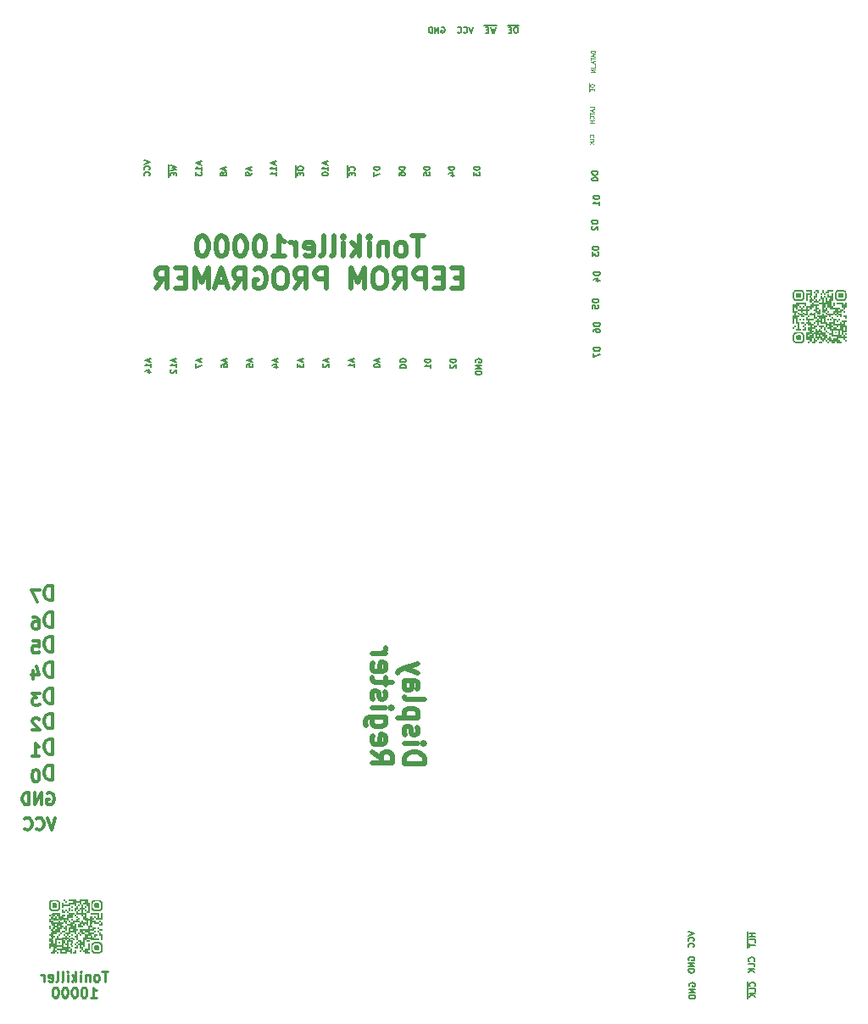
<source format=gbr>
%TF.GenerationSoftware,KiCad,Pcbnew,(6.0.5)*%
%TF.CreationDate,2023-08-07T17:40:20+03:00*%
%TF.ProjectId,JLC3,4a4c4333-2e6b-4696-9361-645f70636258,rev?*%
%TF.SameCoordinates,Original*%
%TF.FileFunction,Legend,Bot*%
%TF.FilePolarity,Positive*%
%FSLAX46Y46*%
G04 Gerber Fmt 4.6, Leading zero omitted, Abs format (unit mm)*
G04 Created by KiCad (PCBNEW (6.0.5)) date 2023-08-07 17:40:20*
%MOMM*%
%LPD*%
G01*
G04 APERTURE LIST*
%ADD10C,0.150000*%
%ADD11C,0.250000*%
%ADD12C,0.500000*%
%ADD13C,0.300000*%
%ADD14C,0.100000*%
G04 APERTURE END LIST*
D10*
X120910000Y-127462856D02*
X120881428Y-127405713D01*
X120881428Y-127319999D01*
X120910000Y-127234284D01*
X120967142Y-127177141D01*
X121024285Y-127148570D01*
X121138571Y-127119999D01*
X121224285Y-127119999D01*
X121338571Y-127148570D01*
X121395714Y-127177141D01*
X121452857Y-127234284D01*
X121481428Y-127319999D01*
X121481428Y-127377141D01*
X121452857Y-127462856D01*
X121424285Y-127491427D01*
X121224285Y-127491427D01*
X121224285Y-127377141D01*
X121481428Y-127748570D02*
X120881428Y-127748570D01*
X121481428Y-128091427D01*
X120881428Y-128091427D01*
X121481428Y-128377141D02*
X120881428Y-128377141D01*
X120881428Y-128519999D01*
X120910000Y-128605713D01*
X120967142Y-128662856D01*
X121024285Y-128691427D01*
X121138571Y-128719999D01*
X121224285Y-128719999D01*
X121338571Y-128691427D01*
X121395714Y-128662856D01*
X121452857Y-128605713D01*
X121481428Y-128519999D01*
X121481428Y-128377141D01*
X120781428Y-122012857D02*
X121381428Y-122212857D01*
X120781428Y-122412857D01*
X121324285Y-122955714D02*
X121352857Y-122927142D01*
X121381428Y-122841428D01*
X121381428Y-122784285D01*
X121352857Y-122698571D01*
X121295714Y-122641428D01*
X121238571Y-122612857D01*
X121124285Y-122584285D01*
X121038571Y-122584285D01*
X120924285Y-122612857D01*
X120867142Y-122641428D01*
X120810000Y-122698571D01*
X120781428Y-122784285D01*
X120781428Y-122841428D01*
X120810000Y-122927142D01*
X120838571Y-122955714D01*
X121324285Y-123555714D02*
X121352857Y-123527142D01*
X121381428Y-123441428D01*
X121381428Y-123384285D01*
X121352857Y-123298571D01*
X121295714Y-123241428D01*
X121238571Y-123212857D01*
X121124285Y-123184285D01*
X121038571Y-123184285D01*
X120924285Y-123212857D01*
X120867142Y-123241428D01*
X120810000Y-123298571D01*
X120781428Y-123384285D01*
X120781428Y-123441428D01*
X120810000Y-123527142D01*
X120838571Y-123555714D01*
X126722000Y-122034284D02*
X126722000Y-122662856D01*
X127491428Y-122177141D02*
X126891428Y-122177141D01*
X127177142Y-122177141D02*
X127177142Y-122519999D01*
X127491428Y-122519999D02*
X126891428Y-122519999D01*
X126722000Y-122662856D02*
X126722000Y-123148570D01*
X127491428Y-123091427D02*
X127491428Y-122805713D01*
X126891428Y-122805713D01*
X126722000Y-123148570D02*
X126722000Y-123605713D01*
X126891428Y-123205713D02*
X126891428Y-123548570D01*
X127491428Y-123377141D02*
X126891428Y-123377141D01*
X126722000Y-126967141D02*
X126722000Y-127567141D01*
X127434285Y-127452856D02*
X127462857Y-127424284D01*
X127491428Y-127338570D01*
X127491428Y-127281427D01*
X127462857Y-127195713D01*
X127405714Y-127138570D01*
X127348571Y-127109999D01*
X127234285Y-127081427D01*
X127148571Y-127081427D01*
X127034285Y-127109999D01*
X126977142Y-127138570D01*
X126920000Y-127195713D01*
X126891428Y-127281427D01*
X126891428Y-127338570D01*
X126920000Y-127424284D01*
X126948571Y-127452856D01*
X126722000Y-127567141D02*
X126722000Y-128052856D01*
X127491428Y-127995713D02*
X127491428Y-127709999D01*
X126891428Y-127709999D01*
X126722000Y-128052856D02*
X126722000Y-128652856D01*
X127491428Y-128195713D02*
X126891428Y-128195713D01*
X127491428Y-128538570D02*
X127148571Y-128281427D01*
X126891428Y-128538570D02*
X127234285Y-128195713D01*
X120870000Y-124852856D02*
X120841428Y-124795713D01*
X120841428Y-124709999D01*
X120870000Y-124624284D01*
X120927142Y-124567141D01*
X120984285Y-124538570D01*
X121098571Y-124509999D01*
X121184285Y-124509999D01*
X121298571Y-124538570D01*
X121355714Y-124567141D01*
X121412857Y-124624284D01*
X121441428Y-124709999D01*
X121441428Y-124767141D01*
X121412857Y-124852856D01*
X121384285Y-124881427D01*
X121184285Y-124881427D01*
X121184285Y-124767141D01*
X121441428Y-125138570D02*
X120841428Y-125138570D01*
X121441428Y-125481427D01*
X120841428Y-125481427D01*
X121441428Y-125767141D02*
X120841428Y-125767141D01*
X120841428Y-125909999D01*
X120870000Y-125995713D01*
X120927142Y-126052856D01*
X120984285Y-126081427D01*
X121098571Y-126109999D01*
X121184285Y-126109999D01*
X121298571Y-126081427D01*
X121355714Y-126052856D01*
X121412857Y-125995713D01*
X121441428Y-125909999D01*
X121441428Y-125767141D01*
X127374285Y-124952856D02*
X127402857Y-124924284D01*
X127431428Y-124838570D01*
X127431428Y-124781427D01*
X127402857Y-124695713D01*
X127345714Y-124638570D01*
X127288571Y-124609999D01*
X127174285Y-124581427D01*
X127088571Y-124581427D01*
X126974285Y-124609999D01*
X126917142Y-124638570D01*
X126860000Y-124695713D01*
X126831428Y-124781427D01*
X126831428Y-124838570D01*
X126860000Y-124924284D01*
X126888571Y-124952856D01*
X127431428Y-125495713D02*
X127431428Y-125209999D01*
X126831428Y-125209999D01*
X127431428Y-125695713D02*
X126831428Y-125695713D01*
X127431428Y-126038570D02*
X127088571Y-125781427D01*
X126831428Y-126038570D02*
X127174285Y-125695713D01*
D11*
X62823333Y-125969880D02*
X62251904Y-125969880D01*
X62537619Y-126969880D02*
X62537619Y-125969880D01*
X61775714Y-126969880D02*
X61870952Y-126922261D01*
X61918571Y-126874642D01*
X61966190Y-126779404D01*
X61966190Y-126493690D01*
X61918571Y-126398452D01*
X61870952Y-126350833D01*
X61775714Y-126303214D01*
X61632857Y-126303214D01*
X61537619Y-126350833D01*
X61490000Y-126398452D01*
X61442380Y-126493690D01*
X61442380Y-126779404D01*
X61490000Y-126874642D01*
X61537619Y-126922261D01*
X61632857Y-126969880D01*
X61775714Y-126969880D01*
X61013809Y-126303214D02*
X61013809Y-126969880D01*
X61013809Y-126398452D02*
X60966190Y-126350833D01*
X60870952Y-126303214D01*
X60728095Y-126303214D01*
X60632857Y-126350833D01*
X60585238Y-126446071D01*
X60585238Y-126969880D01*
X60109047Y-126969880D02*
X60109047Y-126303214D01*
X60109047Y-125969880D02*
X60156666Y-126017500D01*
X60109047Y-126065119D01*
X60061428Y-126017500D01*
X60109047Y-125969880D01*
X60109047Y-126065119D01*
X59632857Y-126969880D02*
X59632857Y-125969880D01*
X59537619Y-126588928D02*
X59251904Y-126969880D01*
X59251904Y-126303214D02*
X59632857Y-126684166D01*
X58823333Y-126969880D02*
X58823333Y-126303214D01*
X58823333Y-125969880D02*
X58870952Y-126017500D01*
X58823333Y-126065119D01*
X58775714Y-126017500D01*
X58823333Y-125969880D01*
X58823333Y-126065119D01*
X58204285Y-126969880D02*
X58299523Y-126922261D01*
X58347142Y-126827023D01*
X58347142Y-125969880D01*
X57680476Y-126969880D02*
X57775714Y-126922261D01*
X57823333Y-126827023D01*
X57823333Y-125969880D01*
X56918571Y-126922261D02*
X57013809Y-126969880D01*
X57204285Y-126969880D01*
X57299523Y-126922261D01*
X57347142Y-126827023D01*
X57347142Y-126446071D01*
X57299523Y-126350833D01*
X57204285Y-126303214D01*
X57013809Y-126303214D01*
X56918571Y-126350833D01*
X56870952Y-126446071D01*
X56870952Y-126541309D01*
X57347142Y-126636547D01*
X56442380Y-126969880D02*
X56442380Y-126303214D01*
X56442380Y-126493690D02*
X56394761Y-126398452D01*
X56347142Y-126350833D01*
X56251904Y-126303214D01*
X56156666Y-126303214D01*
X61109047Y-128579880D02*
X61680476Y-128579880D01*
X61394761Y-128579880D02*
X61394761Y-127579880D01*
X61490000Y-127722738D01*
X61585238Y-127817976D01*
X61680476Y-127865595D01*
X60490000Y-127579880D02*
X60394761Y-127579880D01*
X60299523Y-127627500D01*
X60251904Y-127675119D01*
X60204285Y-127770357D01*
X60156666Y-127960833D01*
X60156666Y-128198928D01*
X60204285Y-128389404D01*
X60251904Y-128484642D01*
X60299523Y-128532261D01*
X60394761Y-128579880D01*
X60490000Y-128579880D01*
X60585238Y-128532261D01*
X60632857Y-128484642D01*
X60680476Y-128389404D01*
X60728095Y-128198928D01*
X60728095Y-127960833D01*
X60680476Y-127770357D01*
X60632857Y-127675119D01*
X60585238Y-127627500D01*
X60490000Y-127579880D01*
X59537619Y-127579880D02*
X59442380Y-127579880D01*
X59347142Y-127627500D01*
X59299523Y-127675119D01*
X59251904Y-127770357D01*
X59204285Y-127960833D01*
X59204285Y-128198928D01*
X59251904Y-128389404D01*
X59299523Y-128484642D01*
X59347142Y-128532261D01*
X59442380Y-128579880D01*
X59537619Y-128579880D01*
X59632857Y-128532261D01*
X59680476Y-128484642D01*
X59728095Y-128389404D01*
X59775714Y-128198928D01*
X59775714Y-127960833D01*
X59728095Y-127770357D01*
X59680476Y-127675119D01*
X59632857Y-127627500D01*
X59537619Y-127579880D01*
X58585238Y-127579880D02*
X58490000Y-127579880D01*
X58394761Y-127627500D01*
X58347142Y-127675119D01*
X58299523Y-127770357D01*
X58251904Y-127960833D01*
X58251904Y-128198928D01*
X58299523Y-128389404D01*
X58347142Y-128484642D01*
X58394761Y-128532261D01*
X58490000Y-128579880D01*
X58585238Y-128579880D01*
X58680476Y-128532261D01*
X58728095Y-128484642D01*
X58775714Y-128389404D01*
X58823333Y-128198928D01*
X58823333Y-127960833D01*
X58775714Y-127770357D01*
X58728095Y-127675119D01*
X58680476Y-127627500D01*
X58585238Y-127579880D01*
X57632857Y-127579880D02*
X57537619Y-127579880D01*
X57442380Y-127627500D01*
X57394761Y-127675119D01*
X57347142Y-127770357D01*
X57299523Y-127960833D01*
X57299523Y-128198928D01*
X57347142Y-128389404D01*
X57394761Y-128484642D01*
X57442380Y-128532261D01*
X57537619Y-128579880D01*
X57632857Y-128579880D01*
X57728095Y-128532261D01*
X57775714Y-128484642D01*
X57823333Y-128389404D01*
X57870952Y-128198928D01*
X57870952Y-127960833D01*
X57823333Y-127770357D01*
X57775714Y-127675119D01*
X57728095Y-127627500D01*
X57632857Y-127579880D01*
D12*
X92445238Y-105217261D02*
X94445238Y-105217261D01*
X94445238Y-104741071D01*
X94350000Y-104455357D01*
X94159523Y-104264880D01*
X93969047Y-104169642D01*
X93588095Y-104074404D01*
X93302380Y-104074404D01*
X92921428Y-104169642D01*
X92730952Y-104264880D01*
X92540476Y-104455357D01*
X92445238Y-104741071D01*
X92445238Y-105217261D01*
X92445238Y-103217261D02*
X93778571Y-103217261D01*
X94445238Y-103217261D02*
X94350000Y-103312500D01*
X94254761Y-103217261D01*
X94350000Y-103122023D01*
X94445238Y-103217261D01*
X94254761Y-103217261D01*
X92540476Y-102360119D02*
X92445238Y-102169642D01*
X92445238Y-101788690D01*
X92540476Y-101598214D01*
X92730952Y-101502976D01*
X92826190Y-101502976D01*
X93016666Y-101598214D01*
X93111904Y-101788690D01*
X93111904Y-102074404D01*
X93207142Y-102264880D01*
X93397619Y-102360119D01*
X93492857Y-102360119D01*
X93683333Y-102264880D01*
X93778571Y-102074404D01*
X93778571Y-101788690D01*
X93683333Y-101598214D01*
X93778571Y-100645833D02*
X91778571Y-100645833D01*
X93683333Y-100645833D02*
X93778571Y-100455357D01*
X93778571Y-100074404D01*
X93683333Y-99883928D01*
X93588095Y-99788690D01*
X93397619Y-99693452D01*
X92826190Y-99693452D01*
X92635714Y-99788690D01*
X92540476Y-99883928D01*
X92445238Y-100074404D01*
X92445238Y-100455357D01*
X92540476Y-100645833D01*
X92445238Y-98550595D02*
X92540476Y-98741071D01*
X92730952Y-98836309D01*
X94445238Y-98836309D01*
X92445238Y-96931547D02*
X93492857Y-96931547D01*
X93683333Y-97026785D01*
X93778571Y-97217261D01*
X93778571Y-97598214D01*
X93683333Y-97788690D01*
X92540476Y-96931547D02*
X92445238Y-97122023D01*
X92445238Y-97598214D01*
X92540476Y-97788690D01*
X92730952Y-97883928D01*
X92921428Y-97883928D01*
X93111904Y-97788690D01*
X93207142Y-97598214D01*
X93207142Y-97122023D01*
X93302380Y-96931547D01*
X93778571Y-96169642D02*
X92445238Y-95693452D01*
X93778571Y-95217261D02*
X92445238Y-95693452D01*
X91969047Y-95883928D01*
X91873809Y-95979166D01*
X91778571Y-96169642D01*
X89225238Y-104026785D02*
X90177619Y-104693452D01*
X89225238Y-105169642D02*
X91225238Y-105169642D01*
X91225238Y-104407738D01*
X91130000Y-104217261D01*
X91034761Y-104122023D01*
X90844285Y-104026785D01*
X90558571Y-104026785D01*
X90368095Y-104122023D01*
X90272857Y-104217261D01*
X90177619Y-104407738D01*
X90177619Y-105169642D01*
X89320476Y-102407738D02*
X89225238Y-102598214D01*
X89225238Y-102979166D01*
X89320476Y-103169642D01*
X89510952Y-103264880D01*
X90272857Y-103264880D01*
X90463333Y-103169642D01*
X90558571Y-102979166D01*
X90558571Y-102598214D01*
X90463333Y-102407738D01*
X90272857Y-102312500D01*
X90082380Y-102312500D01*
X89891904Y-103264880D01*
X90558571Y-100598214D02*
X88939523Y-100598214D01*
X88749047Y-100693452D01*
X88653809Y-100788690D01*
X88558571Y-100979166D01*
X88558571Y-101264880D01*
X88653809Y-101455357D01*
X89320476Y-100598214D02*
X89225238Y-100788690D01*
X89225238Y-101169642D01*
X89320476Y-101360119D01*
X89415714Y-101455357D01*
X89606190Y-101550595D01*
X90177619Y-101550595D01*
X90368095Y-101455357D01*
X90463333Y-101360119D01*
X90558571Y-101169642D01*
X90558571Y-100788690D01*
X90463333Y-100598214D01*
X89225238Y-99645833D02*
X90558571Y-99645833D01*
X91225238Y-99645833D02*
X91130000Y-99741071D01*
X91034761Y-99645833D01*
X91130000Y-99550595D01*
X91225238Y-99645833D01*
X91034761Y-99645833D01*
X89320476Y-98788690D02*
X89225238Y-98598214D01*
X89225238Y-98217261D01*
X89320476Y-98026785D01*
X89510952Y-97931547D01*
X89606190Y-97931547D01*
X89796666Y-98026785D01*
X89891904Y-98217261D01*
X89891904Y-98502976D01*
X89987142Y-98693452D01*
X90177619Y-98788690D01*
X90272857Y-98788690D01*
X90463333Y-98693452D01*
X90558571Y-98502976D01*
X90558571Y-98217261D01*
X90463333Y-98026785D01*
X90558571Y-97360119D02*
X90558571Y-96598214D01*
X91225238Y-97074404D02*
X89510952Y-97074404D01*
X89320476Y-96979166D01*
X89225238Y-96788690D01*
X89225238Y-96598214D01*
X89320476Y-95169642D02*
X89225238Y-95360119D01*
X89225238Y-95741071D01*
X89320476Y-95931547D01*
X89510952Y-96026785D01*
X90272857Y-96026785D01*
X90463333Y-95931547D01*
X90558571Y-95741071D01*
X90558571Y-95360119D01*
X90463333Y-95169642D01*
X90272857Y-95074404D01*
X90082380Y-95074404D01*
X89891904Y-96026785D01*
X89225238Y-94217261D02*
X90558571Y-94217261D01*
X90177619Y-94217261D02*
X90368095Y-94122023D01*
X90463333Y-94026785D01*
X90558571Y-93836309D01*
X90558571Y-93645833D01*
D13*
X57344285Y-106871071D02*
X57344285Y-105371071D01*
X56987142Y-105371071D01*
X56772857Y-105442500D01*
X56630000Y-105585357D01*
X56558571Y-105728214D01*
X56487142Y-106013928D01*
X56487142Y-106228214D01*
X56558571Y-106513928D01*
X56630000Y-106656785D01*
X56772857Y-106799642D01*
X56987142Y-106871071D01*
X57344285Y-106871071D01*
X55687142Y-105835357D02*
X55572857Y-105835357D01*
X55458571Y-105892500D01*
X55401428Y-105949642D01*
X55344285Y-106063928D01*
X55287142Y-106292500D01*
X55287142Y-106578214D01*
X55344285Y-106806785D01*
X55401428Y-106921071D01*
X55458571Y-106978214D01*
X55572857Y-107035357D01*
X55687142Y-107035357D01*
X55801428Y-106978214D01*
X55858571Y-106921071D01*
X55915714Y-106806785D01*
X55972857Y-106578214D01*
X55972857Y-106292500D01*
X55915714Y-106063928D01*
X55858571Y-105949642D01*
X55801428Y-105892500D01*
X55687142Y-105835357D01*
X57344285Y-91621071D02*
X57344285Y-90121071D01*
X56987142Y-90121071D01*
X56772857Y-90192500D01*
X56630000Y-90335357D01*
X56558571Y-90478214D01*
X56487142Y-90763928D01*
X56487142Y-90978214D01*
X56558571Y-91263928D01*
X56630000Y-91406785D01*
X56772857Y-91549642D01*
X56987142Y-91621071D01*
X57344285Y-91621071D01*
X55401428Y-90585357D02*
X55630000Y-90585357D01*
X55744285Y-90642500D01*
X55801428Y-90699642D01*
X55915714Y-90871071D01*
X55972857Y-91099642D01*
X55972857Y-91556785D01*
X55915714Y-91671071D01*
X55858571Y-91728214D01*
X55744285Y-91785357D01*
X55515714Y-91785357D01*
X55401428Y-91728214D01*
X55344285Y-91671071D01*
X55287142Y-91556785D01*
X55287142Y-91271071D01*
X55344285Y-91156785D01*
X55401428Y-91099642D01*
X55515714Y-91042500D01*
X55744285Y-91042500D01*
X55858571Y-91099642D01*
X55915714Y-91156785D01*
X55972857Y-91271071D01*
X57344285Y-104271071D02*
X57344285Y-102771071D01*
X56987142Y-102771071D01*
X56772857Y-102842500D01*
X56630000Y-102985357D01*
X56558571Y-103128214D01*
X56487142Y-103413928D01*
X56487142Y-103628214D01*
X56558571Y-103913928D01*
X56630000Y-104056785D01*
X56772857Y-104199642D01*
X56987142Y-104271071D01*
X57344285Y-104271071D01*
X55287142Y-104435357D02*
X55972857Y-104435357D01*
X55630000Y-104435357D02*
X55630000Y-103235357D01*
X55744285Y-103406785D01*
X55858571Y-103521071D01*
X55972857Y-103578214D01*
X57344285Y-96571071D02*
X57344285Y-95071071D01*
X56987142Y-95071071D01*
X56772857Y-95142500D01*
X56630000Y-95285357D01*
X56558571Y-95428214D01*
X56487142Y-95713928D01*
X56487142Y-95928214D01*
X56558571Y-96213928D01*
X56630000Y-96356785D01*
X56772857Y-96499642D01*
X56987142Y-96571071D01*
X57344285Y-96571071D01*
X55401428Y-95935357D02*
X55401428Y-96735357D01*
X55687142Y-95478214D02*
X55972857Y-96335357D01*
X55230000Y-96335357D01*
X57587143Y-110635357D02*
X57187143Y-111835357D01*
X56787143Y-110635357D01*
X55701428Y-111721071D02*
X55758571Y-111778214D01*
X55930000Y-111835357D01*
X56044285Y-111835357D01*
X56215714Y-111778214D01*
X56330000Y-111663928D01*
X56387143Y-111549642D01*
X56444285Y-111321071D01*
X56444285Y-111149642D01*
X56387143Y-110921071D01*
X56330000Y-110806785D01*
X56215714Y-110692500D01*
X56044285Y-110635357D01*
X55930000Y-110635357D01*
X55758571Y-110692500D01*
X55701428Y-110749642D01*
X54501428Y-111721071D02*
X54558571Y-111778214D01*
X54730000Y-111835357D01*
X54844285Y-111835357D01*
X55015714Y-111778214D01*
X55130000Y-111663928D01*
X55187143Y-111549642D01*
X55244285Y-111321071D01*
X55244285Y-111149642D01*
X55187143Y-110921071D01*
X55130000Y-110806785D01*
X55015714Y-110692500D01*
X54844285Y-110635357D01*
X54730000Y-110635357D01*
X54558571Y-110692500D01*
X54501428Y-110749642D01*
X57344285Y-88921071D02*
X57344285Y-87421071D01*
X56987142Y-87421071D01*
X56772857Y-87492500D01*
X56630000Y-87635357D01*
X56558571Y-87778214D01*
X56487142Y-88063928D01*
X56487142Y-88278214D01*
X56558571Y-88563928D01*
X56630000Y-88706785D01*
X56772857Y-88849642D01*
X56987142Y-88921071D01*
X57344285Y-88921071D01*
X56030000Y-87885357D02*
X55230000Y-87885357D01*
X55744285Y-89085357D01*
X57344285Y-101721071D02*
X57344285Y-100221071D01*
X56987142Y-100221071D01*
X56772857Y-100292500D01*
X56630000Y-100435357D01*
X56558571Y-100578214D01*
X56487142Y-100863928D01*
X56487142Y-101078214D01*
X56558571Y-101363928D01*
X56630000Y-101506785D01*
X56772857Y-101649642D01*
X56987142Y-101721071D01*
X57344285Y-101721071D01*
X55972857Y-100799642D02*
X55915714Y-100742500D01*
X55801428Y-100685357D01*
X55515714Y-100685357D01*
X55401428Y-100742500D01*
X55344285Y-100799642D01*
X55287142Y-100913928D01*
X55287142Y-101028214D01*
X55344285Y-101199642D01*
X56030000Y-101885357D01*
X55287142Y-101885357D01*
X57344285Y-99221071D02*
X57344285Y-97721071D01*
X56987142Y-97721071D01*
X56772857Y-97792500D01*
X56630000Y-97935357D01*
X56558571Y-98078214D01*
X56487142Y-98363928D01*
X56487142Y-98578214D01*
X56558571Y-98863928D01*
X56630000Y-99006785D01*
X56772857Y-99149642D01*
X56987142Y-99221071D01*
X57344285Y-99221071D01*
X56030000Y-98185357D02*
X55287142Y-98185357D01*
X55687142Y-98642500D01*
X55515714Y-98642500D01*
X55401428Y-98699642D01*
X55344285Y-98756785D01*
X55287142Y-98871071D01*
X55287142Y-99156785D01*
X55344285Y-99271071D01*
X55401428Y-99328214D01*
X55515714Y-99385357D01*
X55858571Y-99385357D01*
X55972857Y-99328214D01*
X56030000Y-99271071D01*
X56787142Y-108192500D02*
X56901428Y-108135357D01*
X57072857Y-108135357D01*
X57244285Y-108192500D01*
X57358571Y-108306785D01*
X57415714Y-108421071D01*
X57472857Y-108649642D01*
X57472857Y-108821071D01*
X57415714Y-109049642D01*
X57358571Y-109163928D01*
X57244285Y-109278214D01*
X57072857Y-109335357D01*
X56958571Y-109335357D01*
X56787142Y-109278214D01*
X56729999Y-109221071D01*
X56729999Y-108821071D01*
X56958571Y-108821071D01*
X56215714Y-109335357D02*
X56215714Y-108135357D01*
X55529999Y-109335357D01*
X55529999Y-108135357D01*
X54958571Y-109335357D02*
X54958571Y-108135357D01*
X54672857Y-108135357D01*
X54501428Y-108192500D01*
X54387142Y-108306785D01*
X54329999Y-108421071D01*
X54272857Y-108649642D01*
X54272857Y-108821071D01*
X54329999Y-109049642D01*
X54387142Y-109163928D01*
X54501428Y-109278214D01*
X54672857Y-109335357D01*
X54958571Y-109335357D01*
X57344285Y-94021071D02*
X57344285Y-92521071D01*
X56987142Y-92521071D01*
X56772857Y-92592500D01*
X56630000Y-92735357D01*
X56558571Y-92878214D01*
X56487142Y-93163928D01*
X56487142Y-93378214D01*
X56558571Y-93663928D01*
X56630000Y-93806785D01*
X56772857Y-93949642D01*
X56987142Y-94021071D01*
X57344285Y-94021071D01*
X55344285Y-92985357D02*
X55915714Y-92985357D01*
X55972857Y-93556785D01*
X55915714Y-93499642D01*
X55801428Y-93442500D01*
X55515714Y-93442500D01*
X55401428Y-93499642D01*
X55344285Y-93556785D01*
X55287142Y-93671071D01*
X55287142Y-93956785D01*
X55344285Y-94071071D01*
X55401428Y-94128214D01*
X55515714Y-94185357D01*
X55801428Y-94185357D01*
X55915714Y-94128214D01*
X55972857Y-94071071D01*
D12*
X94368571Y-52524761D02*
X93225714Y-52524761D01*
X93797142Y-54524761D02*
X93797142Y-52524761D01*
X92273333Y-54524761D02*
X92463809Y-54429523D01*
X92559047Y-54334285D01*
X92654285Y-54143809D01*
X92654285Y-53572380D01*
X92559047Y-53381904D01*
X92463809Y-53286666D01*
X92273333Y-53191428D01*
X91987619Y-53191428D01*
X91797142Y-53286666D01*
X91701904Y-53381904D01*
X91606666Y-53572380D01*
X91606666Y-54143809D01*
X91701904Y-54334285D01*
X91797142Y-54429523D01*
X91987619Y-54524761D01*
X92273333Y-54524761D01*
X90749523Y-53191428D02*
X90749523Y-54524761D01*
X90749523Y-53381904D02*
X90654285Y-53286666D01*
X90463809Y-53191428D01*
X90178095Y-53191428D01*
X89987619Y-53286666D01*
X89892380Y-53477142D01*
X89892380Y-54524761D01*
X88940000Y-54524761D02*
X88940000Y-53191428D01*
X88940000Y-52524761D02*
X89035238Y-52620000D01*
X88940000Y-52715238D01*
X88844761Y-52620000D01*
X88940000Y-52524761D01*
X88940000Y-52715238D01*
X87987619Y-54524761D02*
X87987619Y-52524761D01*
X87797142Y-53762857D02*
X87225714Y-54524761D01*
X87225714Y-53191428D02*
X87987619Y-53953333D01*
X86368571Y-54524761D02*
X86368571Y-53191428D01*
X86368571Y-52524761D02*
X86463809Y-52620000D01*
X86368571Y-52715238D01*
X86273333Y-52620000D01*
X86368571Y-52524761D01*
X86368571Y-52715238D01*
X85130476Y-54524761D02*
X85320952Y-54429523D01*
X85416190Y-54239047D01*
X85416190Y-52524761D01*
X84082857Y-54524761D02*
X84273333Y-54429523D01*
X84368571Y-54239047D01*
X84368571Y-52524761D01*
X82559047Y-54429523D02*
X82749523Y-54524761D01*
X83130476Y-54524761D01*
X83320952Y-54429523D01*
X83416190Y-54239047D01*
X83416190Y-53477142D01*
X83320952Y-53286666D01*
X83130476Y-53191428D01*
X82749523Y-53191428D01*
X82559047Y-53286666D01*
X82463809Y-53477142D01*
X82463809Y-53667619D01*
X83416190Y-53858095D01*
X81606666Y-54524761D02*
X81606666Y-53191428D01*
X81606666Y-53572380D02*
X81511428Y-53381904D01*
X81416190Y-53286666D01*
X81225714Y-53191428D01*
X81035238Y-53191428D01*
X79320952Y-54524761D02*
X80463809Y-54524761D01*
X79892380Y-54524761D02*
X79892380Y-52524761D01*
X80082857Y-52810476D01*
X80273333Y-53000952D01*
X80463809Y-53096190D01*
X78082857Y-52524761D02*
X77892380Y-52524761D01*
X77701904Y-52620000D01*
X77606666Y-52715238D01*
X77511428Y-52905714D01*
X77416190Y-53286666D01*
X77416190Y-53762857D01*
X77511428Y-54143809D01*
X77606666Y-54334285D01*
X77701904Y-54429523D01*
X77892380Y-54524761D01*
X78082857Y-54524761D01*
X78273333Y-54429523D01*
X78368571Y-54334285D01*
X78463809Y-54143809D01*
X78559047Y-53762857D01*
X78559047Y-53286666D01*
X78463809Y-52905714D01*
X78368571Y-52715238D01*
X78273333Y-52620000D01*
X78082857Y-52524761D01*
X76178095Y-52524761D02*
X75987619Y-52524761D01*
X75797142Y-52620000D01*
X75701904Y-52715238D01*
X75606666Y-52905714D01*
X75511428Y-53286666D01*
X75511428Y-53762857D01*
X75606666Y-54143809D01*
X75701904Y-54334285D01*
X75797142Y-54429523D01*
X75987619Y-54524761D01*
X76178095Y-54524761D01*
X76368571Y-54429523D01*
X76463809Y-54334285D01*
X76559047Y-54143809D01*
X76654285Y-53762857D01*
X76654285Y-53286666D01*
X76559047Y-52905714D01*
X76463809Y-52715238D01*
X76368571Y-52620000D01*
X76178095Y-52524761D01*
X74273333Y-52524761D02*
X74082857Y-52524761D01*
X73892380Y-52620000D01*
X73797142Y-52715238D01*
X73701904Y-52905714D01*
X73606666Y-53286666D01*
X73606666Y-53762857D01*
X73701904Y-54143809D01*
X73797142Y-54334285D01*
X73892380Y-54429523D01*
X74082857Y-54524761D01*
X74273333Y-54524761D01*
X74463809Y-54429523D01*
X74559047Y-54334285D01*
X74654285Y-54143809D01*
X74749523Y-53762857D01*
X74749523Y-53286666D01*
X74654285Y-52905714D01*
X74559047Y-52715238D01*
X74463809Y-52620000D01*
X74273333Y-52524761D01*
X72368571Y-52524761D02*
X72178095Y-52524761D01*
X71987619Y-52620000D01*
X71892380Y-52715238D01*
X71797142Y-52905714D01*
X71701904Y-53286666D01*
X71701904Y-53762857D01*
X71797142Y-54143809D01*
X71892380Y-54334285D01*
X71987619Y-54429523D01*
X72178095Y-54524761D01*
X72368571Y-54524761D01*
X72559047Y-54429523D01*
X72654285Y-54334285D01*
X72749523Y-54143809D01*
X72844761Y-53762857D01*
X72844761Y-53286666D01*
X72749523Y-52905714D01*
X72654285Y-52715238D01*
X72559047Y-52620000D01*
X72368571Y-52524761D01*
X98178095Y-56697142D02*
X97511428Y-56697142D01*
X97225714Y-57744761D02*
X98178095Y-57744761D01*
X98178095Y-55744761D01*
X97225714Y-55744761D01*
X96368571Y-56697142D02*
X95701904Y-56697142D01*
X95416190Y-57744761D02*
X96368571Y-57744761D01*
X96368571Y-55744761D01*
X95416190Y-55744761D01*
X94559047Y-57744761D02*
X94559047Y-55744761D01*
X93797142Y-55744761D01*
X93606666Y-55840000D01*
X93511428Y-55935238D01*
X93416190Y-56125714D01*
X93416190Y-56411428D01*
X93511428Y-56601904D01*
X93606666Y-56697142D01*
X93797142Y-56792380D01*
X94559047Y-56792380D01*
X91416190Y-57744761D02*
X92082857Y-56792380D01*
X92559047Y-57744761D02*
X92559047Y-55744761D01*
X91797142Y-55744761D01*
X91606666Y-55840000D01*
X91511428Y-55935238D01*
X91416190Y-56125714D01*
X91416190Y-56411428D01*
X91511428Y-56601904D01*
X91606666Y-56697142D01*
X91797142Y-56792380D01*
X92559047Y-56792380D01*
X90178095Y-55744761D02*
X89797142Y-55744761D01*
X89606666Y-55840000D01*
X89416190Y-56030476D01*
X89320952Y-56411428D01*
X89320952Y-57078095D01*
X89416190Y-57459047D01*
X89606666Y-57649523D01*
X89797142Y-57744761D01*
X90178095Y-57744761D01*
X90368571Y-57649523D01*
X90559047Y-57459047D01*
X90654285Y-57078095D01*
X90654285Y-56411428D01*
X90559047Y-56030476D01*
X90368571Y-55840000D01*
X90178095Y-55744761D01*
X88463809Y-57744761D02*
X88463809Y-55744761D01*
X87797142Y-57173333D01*
X87130476Y-55744761D01*
X87130476Y-57744761D01*
X84654285Y-57744761D02*
X84654285Y-55744761D01*
X83892380Y-55744761D01*
X83701904Y-55840000D01*
X83606666Y-55935238D01*
X83511428Y-56125714D01*
X83511428Y-56411428D01*
X83606666Y-56601904D01*
X83701904Y-56697142D01*
X83892380Y-56792380D01*
X84654285Y-56792380D01*
X81511428Y-57744761D02*
X82178095Y-56792380D01*
X82654285Y-57744761D02*
X82654285Y-55744761D01*
X81892380Y-55744761D01*
X81701904Y-55840000D01*
X81606666Y-55935238D01*
X81511428Y-56125714D01*
X81511428Y-56411428D01*
X81606666Y-56601904D01*
X81701904Y-56697142D01*
X81892380Y-56792380D01*
X82654285Y-56792380D01*
X80273333Y-55744761D02*
X79892380Y-55744761D01*
X79701904Y-55840000D01*
X79511428Y-56030476D01*
X79416190Y-56411428D01*
X79416190Y-57078095D01*
X79511428Y-57459047D01*
X79701904Y-57649523D01*
X79892380Y-57744761D01*
X80273333Y-57744761D01*
X80463809Y-57649523D01*
X80654285Y-57459047D01*
X80749523Y-57078095D01*
X80749523Y-56411428D01*
X80654285Y-56030476D01*
X80463809Y-55840000D01*
X80273333Y-55744761D01*
X77511428Y-55840000D02*
X77701904Y-55744761D01*
X77987619Y-55744761D01*
X78273333Y-55840000D01*
X78463809Y-56030476D01*
X78559047Y-56220952D01*
X78654285Y-56601904D01*
X78654285Y-56887619D01*
X78559047Y-57268571D01*
X78463809Y-57459047D01*
X78273333Y-57649523D01*
X77987619Y-57744761D01*
X77797142Y-57744761D01*
X77511428Y-57649523D01*
X77416190Y-57554285D01*
X77416190Y-56887619D01*
X77797142Y-56887619D01*
X75416190Y-57744761D02*
X76082857Y-56792380D01*
X76559047Y-57744761D02*
X76559047Y-55744761D01*
X75797142Y-55744761D01*
X75606666Y-55840000D01*
X75511428Y-55935238D01*
X75416190Y-56125714D01*
X75416190Y-56411428D01*
X75511428Y-56601904D01*
X75606666Y-56697142D01*
X75797142Y-56792380D01*
X76559047Y-56792380D01*
X74654285Y-57173333D02*
X73701904Y-57173333D01*
X74844761Y-57744761D02*
X74178095Y-55744761D01*
X73511428Y-57744761D01*
X72844761Y-57744761D02*
X72844761Y-55744761D01*
X72178095Y-57173333D01*
X71511428Y-55744761D01*
X71511428Y-57744761D01*
X70559047Y-56697142D02*
X69892380Y-56697142D01*
X69606666Y-57744761D02*
X70559047Y-57744761D01*
X70559047Y-55744761D01*
X69606666Y-55744761D01*
X67606666Y-57744761D02*
X68273333Y-56792380D01*
X68749523Y-57744761D02*
X68749523Y-55744761D01*
X67987619Y-55744761D01*
X67797142Y-55840000D01*
X67701904Y-55935238D01*
X67606666Y-56125714D01*
X67606666Y-56411428D01*
X67701904Y-56601904D01*
X67797142Y-56697142D01*
X67987619Y-56792380D01*
X68749523Y-56792380D01*
D10*
X96139999Y-31670000D02*
X96197142Y-31641428D01*
X96282857Y-31641428D01*
X96368571Y-31670000D01*
X96425714Y-31727142D01*
X96454285Y-31784285D01*
X96482857Y-31898571D01*
X96482857Y-31984285D01*
X96454285Y-32098571D01*
X96425714Y-32155714D01*
X96368571Y-32212857D01*
X96282857Y-32241428D01*
X96225714Y-32241428D01*
X96139999Y-32212857D01*
X96111428Y-32184285D01*
X96111428Y-31984285D01*
X96225714Y-31984285D01*
X95854285Y-32241428D02*
X95854285Y-31641428D01*
X95511428Y-32241428D01*
X95511428Y-31641428D01*
X95225714Y-32241428D02*
X95225714Y-31641428D01*
X95082857Y-31641428D01*
X94997142Y-31670000D01*
X94939999Y-31727142D01*
X94911428Y-31784285D01*
X94882857Y-31898571D01*
X94882857Y-31984285D01*
X94911428Y-32098571D01*
X94939999Y-32155714D01*
X94997142Y-32212857D01*
X95082857Y-32241428D01*
X95225714Y-32241428D01*
X95082958Y-64814285D02*
X94482958Y-64814285D01*
X94482958Y-64957143D01*
X94511530Y-65042857D01*
X94568672Y-65100000D01*
X94625815Y-65128571D01*
X94740101Y-65157143D01*
X94825815Y-65157143D01*
X94940101Y-65128571D01*
X94997244Y-65100000D01*
X95054387Y-65042857D01*
X95082958Y-64957143D01*
X95082958Y-64814285D01*
X95082958Y-65728571D02*
X95082958Y-65385714D01*
X95082958Y-65557143D02*
X94482958Y-65557143D01*
X94568672Y-65500000D01*
X94625815Y-65442857D01*
X94654387Y-65385714D01*
X94988580Y-45592856D02*
X94388580Y-45592856D01*
X94388580Y-45735714D01*
X94417152Y-45821428D01*
X94474294Y-45878571D01*
X94531437Y-45907142D01*
X94645723Y-45935714D01*
X94731437Y-45935714D01*
X94845723Y-45907142D01*
X94902866Y-45878571D01*
X94960009Y-45821428D01*
X94988580Y-45735714D01*
X94988580Y-45592856D01*
X94388580Y-46478571D02*
X94388580Y-46192856D01*
X94674294Y-46164285D01*
X94645723Y-46192856D01*
X94617152Y-46249999D01*
X94617152Y-46392856D01*
X94645723Y-46449999D01*
X94674294Y-46478571D01*
X94731437Y-46507142D01*
X94874294Y-46507142D01*
X94931437Y-46478571D01*
X94960009Y-46449999D01*
X94988580Y-46392856D01*
X94988580Y-46249999D01*
X94960009Y-46192856D01*
X94931437Y-46164285D01*
X97480964Y-45592856D02*
X96880964Y-45592856D01*
X96880964Y-45735714D01*
X96909536Y-45821428D01*
X96966678Y-45878571D01*
X97023821Y-45907142D01*
X97138107Y-45935714D01*
X97223821Y-45935714D01*
X97338107Y-45907142D01*
X97395250Y-45878571D01*
X97452393Y-45821428D01*
X97480964Y-45735714D01*
X97480964Y-45592856D01*
X97080964Y-46449999D02*
X97480964Y-46449999D01*
X96852393Y-46307142D02*
X97280964Y-46164285D01*
X97280964Y-46535714D01*
X66980000Y-64785714D02*
X66980000Y-65071428D01*
X67151428Y-64728571D02*
X66551428Y-64928571D01*
X67151428Y-65128571D01*
X67151428Y-65642857D02*
X67151428Y-65300000D01*
X67151428Y-65471428D02*
X66551428Y-65471428D01*
X66637142Y-65414285D01*
X66694285Y-65357142D01*
X66722857Y-65300000D01*
X66751428Y-66157142D02*
X67151428Y-66157142D01*
X66522857Y-66014285D02*
X66951428Y-65871428D01*
X66951428Y-66242857D01*
X97622188Y-64814285D02*
X97022188Y-64814285D01*
X97022188Y-64957143D01*
X97050760Y-65042857D01*
X97107902Y-65100000D01*
X97165045Y-65128571D01*
X97279331Y-65157143D01*
X97365045Y-65157143D01*
X97479331Y-65128571D01*
X97536474Y-65100000D01*
X97593617Y-65042857D01*
X97622188Y-64957143D01*
X97622188Y-64814285D01*
X97079331Y-65385714D02*
X97050760Y-65414285D01*
X97022188Y-65471428D01*
X97022188Y-65614285D01*
X97050760Y-65671428D01*
X97079331Y-65700000D01*
X97136474Y-65728571D01*
X97193617Y-65728571D01*
X97279331Y-65700000D01*
X97622188Y-65357143D01*
X97622188Y-65728571D01*
X92000871Y-65699999D02*
X92600871Y-65699999D01*
X92600871Y-65557142D01*
X92572300Y-65471427D01*
X92515157Y-65414284D01*
X92458014Y-65385713D01*
X92343728Y-65357142D01*
X92258014Y-65357142D01*
X92143728Y-65385713D01*
X92086585Y-65414284D01*
X92029442Y-65471427D01*
X92000871Y-65557142D01*
X92000871Y-65699999D01*
X92600871Y-64985713D02*
X92600871Y-64928570D01*
X92572300Y-64871427D01*
X92543728Y-64842856D01*
X92486585Y-64814284D01*
X92372300Y-64785713D01*
X92229442Y-64785713D01*
X92115157Y-64814284D01*
X92058014Y-64842856D01*
X92029442Y-64871427D01*
X92000871Y-64928570D01*
X92000871Y-64985713D01*
X92029442Y-65042856D01*
X92058014Y-65071427D01*
X92115157Y-65099999D01*
X92229442Y-65128570D01*
X92372300Y-65128570D01*
X92486585Y-65099999D01*
X92543728Y-65071427D01*
X92572300Y-65042856D01*
X92600871Y-64985713D01*
X99973356Y-45592856D02*
X99373356Y-45592856D01*
X99373356Y-45735714D01*
X99401928Y-45821428D01*
X99459070Y-45878571D01*
X99516213Y-45907142D01*
X99630499Y-45935714D01*
X99716213Y-45935714D01*
X99830499Y-45907142D01*
X99887642Y-45878571D01*
X99944785Y-45821428D01*
X99973356Y-45735714D01*
X99973356Y-45592856D01*
X99373356Y-46135714D02*
X99373356Y-46507142D01*
X99601928Y-46307142D01*
X99601928Y-46392856D01*
X99630499Y-46449999D01*
X99659070Y-46478571D01*
X99716213Y-46507142D01*
X99859070Y-46507142D01*
X99916213Y-46478571D01*
X99944785Y-46449999D01*
X99973356Y-46392856D01*
X99973356Y-46221428D01*
X99944785Y-46164285D01*
X99916213Y-46135714D01*
X72058460Y-64785713D02*
X72058460Y-65071427D01*
X72229888Y-64728570D02*
X71629888Y-64928570D01*
X72229888Y-65128570D01*
X71629888Y-65271427D02*
X71629888Y-65671427D01*
X72229888Y-65414285D01*
X69519230Y-64785714D02*
X69519230Y-65071428D01*
X69690658Y-64728571D02*
X69090658Y-64928571D01*
X69690658Y-65128571D01*
X69690658Y-65642857D02*
X69690658Y-65300000D01*
X69690658Y-65471428D02*
X69090658Y-65471428D01*
X69176372Y-65414285D01*
X69233515Y-65357142D01*
X69262087Y-65300000D01*
X69147801Y-65871428D02*
X69119230Y-65900000D01*
X69090658Y-65957142D01*
X69090658Y-66100000D01*
X69119230Y-66157142D01*
X69147801Y-66185714D01*
X69204944Y-66214285D01*
X69262087Y-66214285D01*
X69347801Y-66185714D01*
X69690658Y-65842857D01*
X69690658Y-66214285D01*
X89833070Y-64785713D02*
X89833070Y-65071427D01*
X90004498Y-64728570D02*
X89404498Y-64928570D01*
X90004498Y-65128570D01*
X89404498Y-65442856D02*
X89404498Y-65499999D01*
X89433070Y-65557142D01*
X89461641Y-65585713D01*
X89518784Y-65614285D01*
X89633070Y-65642856D01*
X89775927Y-65642856D01*
X89890212Y-65614285D01*
X89947355Y-65585713D01*
X89975927Y-65557142D01*
X90004498Y-65499999D01*
X90004498Y-65442856D01*
X89975927Y-65385713D01*
X89947355Y-65357142D01*
X89890212Y-65328570D01*
X89775927Y-65299999D01*
X89633070Y-65299999D01*
X89518784Y-65328570D01*
X89461641Y-65357142D01*
X89433070Y-65385713D01*
X89404498Y-65442856D01*
X92496196Y-45592856D02*
X91896196Y-45592856D01*
X91896196Y-45735714D01*
X91924768Y-45821428D01*
X91981910Y-45878571D01*
X92039053Y-45907142D01*
X92153339Y-45935714D01*
X92239053Y-45935714D01*
X92353339Y-45907142D01*
X92410482Y-45878571D01*
X92467625Y-45821428D01*
X92496196Y-45735714D01*
X92496196Y-45592856D01*
X91896196Y-46449999D02*
X91896196Y-46335714D01*
X91924768Y-46278571D01*
X91953339Y-46249999D01*
X92039053Y-46192856D01*
X92153339Y-46164285D01*
X92381910Y-46164285D01*
X92439053Y-46192856D01*
X92467625Y-46221428D01*
X92496196Y-46278571D01*
X92496196Y-46392856D01*
X92467625Y-46449999D01*
X92439053Y-46478571D01*
X92381910Y-46507142D01*
X92239053Y-46507142D01*
X92181910Y-46478571D01*
X92153339Y-46449999D01*
X92124768Y-46392856D01*
X92124768Y-46278571D01*
X92153339Y-46221428D01*
X92181910Y-46192856D01*
X92239053Y-46164285D01*
X90003812Y-45592856D02*
X89403812Y-45592856D01*
X89403812Y-45735714D01*
X89432384Y-45821428D01*
X89489526Y-45878571D01*
X89546669Y-45907142D01*
X89660955Y-45935714D01*
X89746669Y-45935714D01*
X89860955Y-45907142D01*
X89918098Y-45878571D01*
X89975241Y-45821428D01*
X90003812Y-45735714D01*
X90003812Y-45592856D01*
X89403812Y-46135714D02*
X89403812Y-46535714D01*
X90003812Y-46278571D01*
X111961428Y-63687142D02*
X111361428Y-63687142D01*
X111361428Y-63830000D01*
X111390000Y-63915714D01*
X111447142Y-63972857D01*
X111504285Y-64001428D01*
X111618571Y-64030000D01*
X111704285Y-64030000D01*
X111818571Y-64001428D01*
X111875714Y-63972857D01*
X111932857Y-63915714D01*
X111961428Y-63830000D01*
X111961428Y-63687142D01*
X111361428Y-64230000D02*
X111361428Y-64630000D01*
X111961428Y-64372857D01*
X111771428Y-46097142D02*
X111171428Y-46097142D01*
X111171428Y-46240000D01*
X111200000Y-46325714D01*
X111257142Y-46382857D01*
X111314285Y-46411428D01*
X111428571Y-46440000D01*
X111514285Y-46440000D01*
X111628571Y-46411428D01*
X111685714Y-46382857D01*
X111742857Y-46325714D01*
X111771428Y-46240000D01*
X111771428Y-46097142D01*
X111171428Y-46811428D02*
X111171428Y-46868571D01*
X111200000Y-46925714D01*
X111228571Y-46954285D01*
X111285714Y-46982857D01*
X111400000Y-47011428D01*
X111542857Y-47011428D01*
X111657142Y-46982857D01*
X111714285Y-46954285D01*
X111742857Y-46925714D01*
X111771428Y-46868571D01*
X111771428Y-46811428D01*
X111742857Y-46754285D01*
X111714285Y-46725714D01*
X111657142Y-46697142D01*
X111542857Y-46668571D01*
X111400000Y-46668571D01*
X111285714Y-46697142D01*
X111228571Y-46725714D01*
X111200000Y-46754285D01*
X111171428Y-46811428D01*
X111771428Y-50987142D02*
X111171428Y-50987142D01*
X111171428Y-51130000D01*
X111200000Y-51215714D01*
X111257142Y-51272857D01*
X111314285Y-51301428D01*
X111428571Y-51330000D01*
X111514285Y-51330000D01*
X111628571Y-51301428D01*
X111685714Y-51272857D01*
X111742857Y-51215714D01*
X111771428Y-51130000D01*
X111771428Y-50987142D01*
X111228571Y-51558571D02*
X111200000Y-51587142D01*
X111171428Y-51644285D01*
X111171428Y-51787142D01*
X111200000Y-51844285D01*
X111228571Y-51872857D01*
X111285714Y-51901428D01*
X111342857Y-51901428D01*
X111428571Y-51872857D01*
X111771428Y-51530000D01*
X111771428Y-51901428D01*
X111841428Y-58847142D02*
X111241428Y-58847142D01*
X111241428Y-58990000D01*
X111270000Y-59075714D01*
X111327142Y-59132857D01*
X111384285Y-59161428D01*
X111498571Y-59190000D01*
X111584285Y-59190000D01*
X111698571Y-59161428D01*
X111755714Y-59132857D01*
X111812857Y-59075714D01*
X111841428Y-58990000D01*
X111841428Y-58847142D01*
X111241428Y-59732857D02*
X111241428Y-59447142D01*
X111527142Y-59418571D01*
X111498571Y-59447142D01*
X111470000Y-59504285D01*
X111470000Y-59647142D01*
X111498571Y-59704285D01*
X111527142Y-59732857D01*
X111584285Y-59761428D01*
X111727142Y-59761428D01*
X111784285Y-59732857D01*
X111812857Y-59704285D01*
X111841428Y-59647142D01*
X111841428Y-59504285D01*
X111812857Y-59447142D01*
X111784285Y-59418571D01*
X111961428Y-61237142D02*
X111361428Y-61237142D01*
X111361428Y-61380000D01*
X111390000Y-61465714D01*
X111447142Y-61522857D01*
X111504285Y-61551428D01*
X111618571Y-61580000D01*
X111704285Y-61580000D01*
X111818571Y-61551428D01*
X111875714Y-61522857D01*
X111932857Y-61465714D01*
X111961428Y-61380000D01*
X111961428Y-61237142D01*
X111361428Y-62094285D02*
X111361428Y-61980000D01*
X111390000Y-61922857D01*
X111418571Y-61894285D01*
X111504285Y-61837142D01*
X111618571Y-61808571D01*
X111847142Y-61808571D01*
X111904285Y-61837142D01*
X111932857Y-61865714D01*
X111961428Y-61922857D01*
X111961428Y-62037142D01*
X111932857Y-62094285D01*
X111904285Y-62122857D01*
X111847142Y-62151428D01*
X111704285Y-62151428D01*
X111647142Y-62122857D01*
X111618571Y-62094285D01*
X111590000Y-62037142D01*
X111590000Y-61922857D01*
X111618571Y-61865714D01*
X111647142Y-61837142D01*
X111704285Y-61808571D01*
X111911428Y-48517142D02*
X111311428Y-48517142D01*
X111311428Y-48660000D01*
X111340000Y-48745714D01*
X111397142Y-48802857D01*
X111454285Y-48831428D01*
X111568571Y-48860000D01*
X111654285Y-48860000D01*
X111768571Y-48831428D01*
X111825714Y-48802857D01*
X111882857Y-48745714D01*
X111911428Y-48660000D01*
X111911428Y-48517142D01*
X111911428Y-49431428D02*
X111911428Y-49088571D01*
X111911428Y-49260000D02*
X111311428Y-49260000D01*
X111397142Y-49202857D01*
X111454285Y-49145714D01*
X111482857Y-49088571D01*
X111961428Y-56137142D02*
X111361428Y-56137142D01*
X111361428Y-56280000D01*
X111390000Y-56365714D01*
X111447142Y-56422857D01*
X111504285Y-56451428D01*
X111618571Y-56480000D01*
X111704285Y-56480000D01*
X111818571Y-56451428D01*
X111875714Y-56422857D01*
X111932857Y-56365714D01*
X111961428Y-56280000D01*
X111961428Y-56137142D01*
X111561428Y-56994285D02*
X111961428Y-56994285D01*
X111332857Y-56851428D02*
X111761428Y-56708571D01*
X111761428Y-57080000D01*
X111841428Y-53587142D02*
X111241428Y-53587142D01*
X111241428Y-53730000D01*
X111270000Y-53815714D01*
X111327142Y-53872857D01*
X111384285Y-53901428D01*
X111498571Y-53930000D01*
X111584285Y-53930000D01*
X111698571Y-53901428D01*
X111755714Y-53872857D01*
X111812857Y-53815714D01*
X111841428Y-53730000D01*
X111841428Y-53587142D01*
X111241428Y-54130000D02*
X111241428Y-54501428D01*
X111470000Y-54301428D01*
X111470000Y-54387142D01*
X111498571Y-54444285D01*
X111527142Y-54472857D01*
X111584285Y-54501428D01*
X111727142Y-54501428D01*
X111784285Y-54472857D01*
X111812857Y-54444285D01*
X111841428Y-54387142D01*
X111841428Y-54215714D01*
X111812857Y-54158571D01*
X111784285Y-54130000D01*
X86742000Y-45478571D02*
X86742000Y-46078571D01*
X87454285Y-45964285D02*
X87482857Y-45935714D01*
X87511428Y-45850000D01*
X87511428Y-45792857D01*
X87482857Y-45707142D01*
X87425714Y-45650000D01*
X87368571Y-45621428D01*
X87254285Y-45592857D01*
X87168571Y-45592857D01*
X87054285Y-45621428D01*
X86997142Y-45650000D01*
X86940000Y-45707142D01*
X86911428Y-45792857D01*
X86911428Y-45850000D01*
X86940000Y-45935714D01*
X86968571Y-45964285D01*
X86742000Y-46078571D02*
X86742000Y-46621428D01*
X87197142Y-46221428D02*
X87197142Y-46421428D01*
X87511428Y-46507142D02*
X87511428Y-46221428D01*
X86911428Y-46221428D01*
X86911428Y-46507142D01*
X82215380Y-64785713D02*
X82215380Y-65071427D01*
X82386808Y-64728570D02*
X81786808Y-64928570D01*
X82386808Y-65128570D01*
X81786808Y-65271427D02*
X81786808Y-65642856D01*
X82015380Y-65442856D01*
X82015380Y-65528570D01*
X82043951Y-65585713D01*
X82072522Y-65614285D01*
X82129665Y-65642856D01*
X82272522Y-65642856D01*
X82329665Y-65614285D01*
X82358237Y-65585713D01*
X82386808Y-65528570D01*
X82386808Y-65357142D01*
X82358237Y-65299999D01*
X82329665Y-65271427D01*
X77004464Y-45649999D02*
X77004464Y-45935713D01*
X77175892Y-45592856D02*
X76575892Y-45792856D01*
X77175892Y-45992856D01*
X77175892Y-46221428D02*
X77175892Y-46335713D01*
X77147321Y-46392856D01*
X77118749Y-46421428D01*
X77033035Y-46478571D01*
X76918749Y-46507142D01*
X76690178Y-46507142D01*
X76633035Y-46478571D01*
X76604464Y-46449999D01*
X76575892Y-46392856D01*
X76575892Y-46278571D01*
X76604464Y-46221428D01*
X76633035Y-46192856D01*
X76690178Y-46164285D01*
X76833035Y-46164285D01*
X76890178Y-46192856D01*
X76918749Y-46221428D01*
X76947321Y-46278571D01*
X76947321Y-46392856D01*
X76918749Y-46449999D01*
X76890178Y-46478571D01*
X76833035Y-46507142D01*
X66423356Y-44964285D02*
X67023356Y-45164285D01*
X66423356Y-45364285D01*
X66966213Y-45907142D02*
X66994785Y-45878570D01*
X67023356Y-45792856D01*
X67023356Y-45735713D01*
X66994785Y-45649999D01*
X66937642Y-45592856D01*
X66880499Y-45564285D01*
X66766213Y-45535713D01*
X66680499Y-45535713D01*
X66566213Y-45564285D01*
X66509070Y-45592856D01*
X66451928Y-45649999D01*
X66423356Y-45735713D01*
X66423356Y-45792856D01*
X66451928Y-45878570D01*
X66480499Y-45907142D01*
X66966213Y-46507142D02*
X66994785Y-46478570D01*
X67023356Y-46392856D01*
X67023356Y-46335713D01*
X66994785Y-46249999D01*
X66937642Y-46192856D01*
X66880499Y-46164285D01*
X66766213Y-46135713D01*
X66680499Y-46135713D01*
X66566213Y-46164285D01*
X66509070Y-46192856D01*
X66451928Y-46249999D01*
X66423356Y-46335713D01*
X66423356Y-46392856D01*
X66451928Y-46478570D01*
X66480499Y-46507142D01*
X81574232Y-45449999D02*
X81574232Y-46078571D01*
X81743660Y-45707142D02*
X81743660Y-45821428D01*
X81772232Y-45878571D01*
X81829374Y-45935714D01*
X81943660Y-45964285D01*
X82143660Y-45964285D01*
X82257946Y-45935714D01*
X82315089Y-45878571D01*
X82343660Y-45821428D01*
X82343660Y-45707142D01*
X82315089Y-45649999D01*
X82257946Y-45592856D01*
X82143660Y-45564285D01*
X81943660Y-45564285D01*
X81829374Y-45592856D01*
X81772232Y-45649999D01*
X81743660Y-45707142D01*
X81574232Y-46078571D02*
X81574232Y-46621428D01*
X82029374Y-46221428D02*
X82029374Y-46421428D01*
X82343660Y-46507142D02*
X82343660Y-46221428D01*
X81743660Y-46221428D01*
X81743660Y-46507142D01*
X84664616Y-45078571D02*
X84664616Y-45364285D01*
X84836044Y-45021428D02*
X84236044Y-45221428D01*
X84836044Y-45421428D01*
X84836044Y-45935714D02*
X84836044Y-45592857D01*
X84836044Y-45764285D02*
X84236044Y-45764285D01*
X84321758Y-45707142D01*
X84378901Y-45649999D01*
X84407473Y-45592857D01*
X84236044Y-46307142D02*
X84236044Y-46364285D01*
X84264616Y-46421428D01*
X84293187Y-46449999D01*
X84350330Y-46478571D01*
X84464616Y-46507142D01*
X84607473Y-46507142D01*
X84721758Y-46478571D01*
X84778901Y-46449999D01*
X84807473Y-46421428D01*
X84836044Y-46364285D01*
X84836044Y-46307142D01*
X84807473Y-46249999D01*
X84778901Y-46221428D01*
X84721758Y-46192857D01*
X84607473Y-46164285D01*
X84464616Y-46164285D01*
X84350330Y-46192857D01*
X84293187Y-46221428D01*
X84264616Y-46249999D01*
X84236044Y-46307142D01*
X79676150Y-64785713D02*
X79676150Y-65071427D01*
X79847578Y-64728570D02*
X79247578Y-64928570D01*
X79847578Y-65128570D01*
X79447578Y-65585713D02*
X79847578Y-65585713D01*
X79219007Y-65442856D02*
X79647578Y-65299999D01*
X79647578Y-65671427D01*
X68929312Y-45392857D02*
X68929312Y-46078571D01*
X69098740Y-45478571D02*
X69698740Y-45621428D01*
X69270169Y-45735714D01*
X69698740Y-45850000D01*
X69098740Y-45992857D01*
X68929312Y-46078571D02*
X68929312Y-46621428D01*
X69384454Y-46221428D02*
X69384454Y-46421428D01*
X69698740Y-46507143D02*
X69698740Y-46221428D01*
X69098740Y-46221428D01*
X69098740Y-46507143D01*
X99590000Y-65128571D02*
X99561428Y-65071428D01*
X99561428Y-64985714D01*
X99590000Y-64899999D01*
X99647142Y-64842856D01*
X99704285Y-64814285D01*
X99818571Y-64785714D01*
X99904285Y-64785714D01*
X100018571Y-64814285D01*
X100075714Y-64842856D01*
X100132857Y-64899999D01*
X100161428Y-64985714D01*
X100161428Y-65042856D01*
X100132857Y-65128571D01*
X100104285Y-65157142D01*
X99904285Y-65157142D01*
X99904285Y-65042856D01*
X100161428Y-65414285D02*
X99561428Y-65414285D01*
X100161428Y-65757142D01*
X99561428Y-65757142D01*
X100161428Y-66042856D02*
X99561428Y-66042856D01*
X99561428Y-66185714D01*
X99590000Y-66271428D01*
X99647142Y-66328571D01*
X99704285Y-66357142D01*
X99818571Y-66385714D01*
X99904285Y-66385714D01*
X100018571Y-66357142D01*
X100075714Y-66328571D01*
X100132857Y-66271428D01*
X100161428Y-66185714D01*
X100161428Y-66042856D01*
X74512080Y-45649999D02*
X74512080Y-45935713D01*
X74683508Y-45592856D02*
X74083508Y-45792856D01*
X74683508Y-45992856D01*
X74340651Y-46278571D02*
X74312080Y-46221428D01*
X74283508Y-46192856D01*
X74226365Y-46164285D01*
X74197794Y-46164285D01*
X74140651Y-46192856D01*
X74112080Y-46221428D01*
X74083508Y-46278571D01*
X74083508Y-46392856D01*
X74112080Y-46449999D01*
X74140651Y-46478571D01*
X74197794Y-46507142D01*
X74226365Y-46507142D01*
X74283508Y-46478571D01*
X74312080Y-46449999D01*
X74340651Y-46392856D01*
X74340651Y-46278571D01*
X74369222Y-46221428D01*
X74397794Y-46192856D01*
X74454937Y-46164285D01*
X74569222Y-46164285D01*
X74626365Y-46192856D01*
X74654937Y-46221428D01*
X74683508Y-46278571D01*
X74683508Y-46392856D01*
X74654937Y-46449999D01*
X74626365Y-46478571D01*
X74569222Y-46507142D01*
X74454937Y-46507142D01*
X74397794Y-46478571D01*
X74369222Y-46449999D01*
X74340651Y-46392856D01*
X99320000Y-31641428D02*
X99120000Y-32241428D01*
X98920000Y-31641428D01*
X98377142Y-32184285D02*
X98405714Y-32212857D01*
X98491428Y-32241428D01*
X98548571Y-32241428D01*
X98634285Y-32212857D01*
X98691428Y-32155714D01*
X98720000Y-32098571D01*
X98748571Y-31984285D01*
X98748571Y-31898571D01*
X98720000Y-31784285D01*
X98691428Y-31727142D01*
X98634285Y-31670000D01*
X98548571Y-31641428D01*
X98491428Y-31641428D01*
X98405714Y-31670000D01*
X98377142Y-31698571D01*
X97777142Y-32184285D02*
X97805714Y-32212857D01*
X97891428Y-32241428D01*
X97948571Y-32241428D01*
X98034285Y-32212857D01*
X98091428Y-32155714D01*
X98120000Y-32098571D01*
X98148571Y-31984285D01*
X98148571Y-31898571D01*
X98120000Y-31784285D01*
X98091428Y-31727142D01*
X98034285Y-31670000D01*
X97948571Y-31641428D01*
X97891428Y-31641428D01*
X97805714Y-31670000D01*
X97777142Y-31698571D01*
X103908571Y-31472000D02*
X103279999Y-31472000D01*
X103651428Y-31641428D02*
X103537142Y-31641428D01*
X103479999Y-31670000D01*
X103422857Y-31727142D01*
X103394285Y-31841428D01*
X103394285Y-32041428D01*
X103422857Y-32155714D01*
X103479999Y-32212857D01*
X103537142Y-32241428D01*
X103651428Y-32241428D01*
X103708571Y-32212857D01*
X103765714Y-32155714D01*
X103794285Y-32041428D01*
X103794285Y-31841428D01*
X103765714Y-31727142D01*
X103708571Y-31670000D01*
X103651428Y-31641428D01*
X103279999Y-31472000D02*
X102737142Y-31472000D01*
X103137142Y-31927142D02*
X102937142Y-31927142D01*
X102851428Y-32241428D02*
X103137142Y-32241428D01*
X103137142Y-31641428D01*
X102851428Y-31641428D01*
X101671427Y-31472000D02*
X100985713Y-31472000D01*
X101585713Y-31641428D02*
X101442856Y-32241428D01*
X101328570Y-31812857D01*
X101214284Y-32241428D01*
X101071427Y-31641428D01*
X100985713Y-31472000D02*
X100442856Y-31472000D01*
X100842856Y-31927142D02*
X100642856Y-31927142D01*
X100557142Y-32241428D02*
X100842856Y-32241428D01*
X100842856Y-31641428D01*
X100557142Y-31641428D01*
X77136920Y-64785713D02*
X77136920Y-65071427D01*
X77308348Y-64728570D02*
X76708348Y-64928570D01*
X77308348Y-65128570D01*
X76708348Y-65614285D02*
X76708348Y-65328570D01*
X76994062Y-65299999D01*
X76965491Y-65328570D01*
X76936920Y-65385713D01*
X76936920Y-65528570D01*
X76965491Y-65585713D01*
X76994062Y-65614285D01*
X77051205Y-65642856D01*
X77194062Y-65642856D01*
X77251205Y-65614285D01*
X77279777Y-65585713D01*
X77308348Y-65528570D01*
X77308348Y-65385713D01*
X77279777Y-65328570D01*
X77251205Y-65299999D01*
X84754610Y-64785713D02*
X84754610Y-65071427D01*
X84926038Y-64728570D02*
X84326038Y-64928570D01*
X84926038Y-65128570D01*
X84383181Y-65299999D02*
X84354610Y-65328570D01*
X84326038Y-65385713D01*
X84326038Y-65528570D01*
X84354610Y-65585713D01*
X84383181Y-65614285D01*
X84440324Y-65642856D01*
X84497467Y-65642856D01*
X84583181Y-65614285D01*
X84926038Y-65271427D01*
X84926038Y-65642856D01*
X74597690Y-64785713D02*
X74597690Y-65071427D01*
X74769118Y-64728570D02*
X74169118Y-64928570D01*
X74769118Y-65128570D01*
X74169118Y-65585713D02*
X74169118Y-65471427D01*
X74197690Y-65414285D01*
X74226261Y-65385713D01*
X74311975Y-65328570D01*
X74426261Y-65299999D01*
X74654832Y-65299999D01*
X74711975Y-65328570D01*
X74740547Y-65357142D01*
X74769118Y-65414285D01*
X74769118Y-65528570D01*
X74740547Y-65585713D01*
X74711975Y-65614285D01*
X74654832Y-65642856D01*
X74511975Y-65642856D01*
X74454832Y-65614285D01*
X74426261Y-65585713D01*
X74397690Y-65528570D01*
X74397690Y-65414285D01*
X74426261Y-65357142D01*
X74454832Y-65328570D01*
X74511975Y-65299999D01*
X87293840Y-64785713D02*
X87293840Y-65071427D01*
X87465268Y-64728570D02*
X86865268Y-64928570D01*
X87465268Y-65128570D01*
X87465268Y-65642856D02*
X87465268Y-65299999D01*
X87465268Y-65471427D02*
X86865268Y-65471427D01*
X86950982Y-65414285D01*
X87008125Y-65357142D01*
X87036697Y-65299999D01*
X79496848Y-45078571D02*
X79496848Y-45364285D01*
X79668276Y-45021428D02*
X79068276Y-45221428D01*
X79668276Y-45421428D01*
X79668276Y-45935714D02*
X79668276Y-45592857D01*
X79668276Y-45764285D02*
X79068276Y-45764285D01*
X79153990Y-45707142D01*
X79211133Y-45649999D01*
X79239705Y-45592857D01*
X79668276Y-46507142D02*
X79668276Y-46164285D01*
X79668276Y-46335714D02*
X79068276Y-46335714D01*
X79153990Y-46278571D01*
X79211133Y-46221428D01*
X79239705Y-46164285D01*
D14*
X111470952Y-34032857D02*
X111070952Y-34032857D01*
X111070952Y-34128095D01*
X111090000Y-34185238D01*
X111128095Y-34223333D01*
X111166190Y-34242380D01*
X111242380Y-34261428D01*
X111299523Y-34261428D01*
X111375714Y-34242380D01*
X111413809Y-34223333D01*
X111451904Y-34185238D01*
X111470952Y-34128095D01*
X111470952Y-34032857D01*
X111356666Y-34413809D02*
X111356666Y-34604285D01*
X111470952Y-34375714D02*
X111070952Y-34509047D01*
X111470952Y-34642380D01*
X111070952Y-34718571D02*
X111070952Y-34947142D01*
X111470952Y-34832857D02*
X111070952Y-34832857D01*
X111356666Y-35061428D02*
X111356666Y-35251904D01*
X111470952Y-35023333D02*
X111070952Y-35156666D01*
X111470952Y-35290000D01*
X111509047Y-35328095D02*
X111509047Y-35632857D01*
X111470952Y-35728095D02*
X111070952Y-35728095D01*
X111470952Y-35918571D02*
X111070952Y-35918571D01*
X111470952Y-36147142D01*
X111070952Y-36147142D01*
X111312857Y-42631904D02*
X111331904Y-42612857D01*
X111350952Y-42555714D01*
X111350952Y-42517619D01*
X111331904Y-42460476D01*
X111293809Y-42422380D01*
X111255714Y-42403333D01*
X111179523Y-42384285D01*
X111122380Y-42384285D01*
X111046190Y-42403333D01*
X111008095Y-42422380D01*
X110970000Y-42460476D01*
X110950952Y-42517619D01*
X110950952Y-42555714D01*
X110970000Y-42612857D01*
X110989047Y-42631904D01*
X111350952Y-42993809D02*
X111350952Y-42803333D01*
X110950952Y-42803333D01*
X111350952Y-43127142D02*
X110950952Y-43127142D01*
X111350952Y-43355714D02*
X111122380Y-43184285D01*
X110950952Y-43355714D02*
X111179523Y-43127142D01*
X111370952Y-39790476D02*
X111370952Y-39600000D01*
X110970952Y-39600000D01*
X111256666Y-39904761D02*
X111256666Y-40095238D01*
X111370952Y-39866666D02*
X110970952Y-40000000D01*
X111370952Y-40133333D01*
X110970952Y-40209523D02*
X110970952Y-40438095D01*
X111370952Y-40323809D02*
X110970952Y-40323809D01*
X111332857Y-40800000D02*
X111351904Y-40780952D01*
X111370952Y-40723809D01*
X111370952Y-40685714D01*
X111351904Y-40628571D01*
X111313809Y-40590476D01*
X111275714Y-40571428D01*
X111199523Y-40552380D01*
X111142380Y-40552380D01*
X111066190Y-40571428D01*
X111028095Y-40590476D01*
X110990000Y-40628571D01*
X110970952Y-40685714D01*
X110970952Y-40723809D01*
X110990000Y-40780952D01*
X111009047Y-40800000D01*
X111370952Y-40971428D02*
X110970952Y-40971428D01*
X111161428Y-40971428D02*
X111161428Y-41200000D01*
X111370952Y-41200000D02*
X110970952Y-41200000D01*
X110868000Y-37289523D02*
X110868000Y-37708571D01*
X110980952Y-37460952D02*
X110980952Y-37537142D01*
X111000000Y-37575238D01*
X111038095Y-37613333D01*
X111114285Y-37632380D01*
X111247619Y-37632380D01*
X111323809Y-37613333D01*
X111361904Y-37575238D01*
X111380952Y-37537142D01*
X111380952Y-37460952D01*
X111361904Y-37422857D01*
X111323809Y-37384761D01*
X111247619Y-37365714D01*
X111114285Y-37365714D01*
X111038095Y-37384761D01*
X111000000Y-37422857D01*
X110980952Y-37460952D01*
X110868000Y-37708571D02*
X110868000Y-38070476D01*
X111171428Y-37803809D02*
X111171428Y-37937142D01*
X111380952Y-37994285D02*
X111380952Y-37803809D01*
X110980952Y-37803809D01*
X110980952Y-37994285D01*
D10*
X72019696Y-45078571D02*
X72019696Y-45364285D01*
X72191124Y-45021428D02*
X71591124Y-45221428D01*
X72191124Y-45421428D01*
X72191124Y-45935714D02*
X72191124Y-45592857D01*
X72191124Y-45764285D02*
X71591124Y-45764285D01*
X71676838Y-45707142D01*
X71733981Y-45649999D01*
X71762553Y-45592857D01*
X71591124Y-46135714D02*
X71591124Y-46507142D01*
X71819696Y-46307142D01*
X71819696Y-46392857D01*
X71848267Y-46449999D01*
X71876838Y-46478571D01*
X71933981Y-46507142D01*
X72076838Y-46507142D01*
X72133981Y-46478571D01*
X72162553Y-46449999D01*
X72191124Y-46392857D01*
X72191124Y-46221428D01*
X72162553Y-46164285D01*
X72133981Y-46135714D01*
%TO.C,G\u002A\u002A\u002A*%
G36*
X59376744Y-122397818D02*
G01*
X59211194Y-122397818D01*
X59211194Y-122232269D01*
X59376744Y-122232269D01*
X59376744Y-122397818D01*
G37*
G36*
X62295974Y-123699679D02*
G01*
X62295593Y-123735390D01*
X62295086Y-123768637D01*
X62294453Y-123798708D01*
X62293694Y-123824890D01*
X62292810Y-123846468D01*
X62291799Y-123862729D01*
X62290663Y-123872961D01*
X62283500Y-123906443D01*
X62268084Y-123953296D01*
X62246913Y-123996667D01*
X62219896Y-124036733D01*
X62186940Y-124073671D01*
X62158538Y-124098852D01*
X62118415Y-124126465D01*
X62074417Y-124148550D01*
X62026558Y-124165098D01*
X61974855Y-124176102D01*
X61972073Y-124176262D01*
X61962806Y-124176485D01*
X61947755Y-124176706D01*
X61927484Y-124176921D01*
X61902557Y-124177125D01*
X61873537Y-124177316D01*
X61840990Y-124177489D01*
X61805478Y-124177639D01*
X61767566Y-124177764D01*
X61727818Y-124177858D01*
X61724988Y-124177863D01*
X61676423Y-124177944D01*
X61634047Y-124177966D01*
X61597322Y-124177897D01*
X61565710Y-124177703D01*
X61538672Y-124177352D01*
X61515671Y-124176811D01*
X61496168Y-124176047D01*
X61479624Y-124175028D01*
X61465502Y-124173721D01*
X61453263Y-124172092D01*
X61442368Y-124170110D01*
X61432280Y-124167741D01*
X61422461Y-124164953D01*
X61412371Y-124161713D01*
X61401472Y-124157988D01*
X61385080Y-124151843D01*
X61342079Y-124130935D01*
X61302555Y-124104522D01*
X61266891Y-124073024D01*
X61235470Y-124036861D01*
X61208672Y-123996450D01*
X61186880Y-123952212D01*
X61170477Y-123904566D01*
X61169776Y-123902016D01*
X61168344Y-123896585D01*
X61167111Y-123891196D01*
X61166061Y-123885325D01*
X61165175Y-123878452D01*
X61164435Y-123870051D01*
X61163824Y-123859600D01*
X61163323Y-123846577D01*
X61162914Y-123830457D01*
X61162580Y-123810719D01*
X61162303Y-123786839D01*
X61162065Y-123758294D01*
X61161847Y-123724560D01*
X61161633Y-123685116D01*
X61161404Y-123639438D01*
X61161303Y-123616868D01*
X61161166Y-123568089D01*
X61161161Y-123523818D01*
X61161210Y-123507951D01*
X61323167Y-123507951D01*
X61323197Y-123539779D01*
X61323314Y-123577249D01*
X61323508Y-123620918D01*
X61324518Y-123828637D01*
X61333679Y-123855666D01*
X61345801Y-123884495D01*
X61365892Y-123917189D01*
X61391181Y-123946526D01*
X61421017Y-123971877D01*
X61454747Y-123992612D01*
X61491721Y-124008104D01*
X61493430Y-124008648D01*
X61497859Y-124009835D01*
X61503115Y-124010847D01*
X61509738Y-124011700D01*
X61518266Y-124012410D01*
X61529238Y-124012993D01*
X61543194Y-124013464D01*
X61560673Y-124013840D01*
X61582213Y-124014138D01*
X61608355Y-124014371D01*
X61639636Y-124014558D01*
X61676596Y-124014712D01*
X61719774Y-124014852D01*
X61722307Y-124014859D01*
X61759747Y-124014920D01*
X61795533Y-124014895D01*
X61829027Y-124014790D01*
X61859591Y-124014610D01*
X61886588Y-124014361D01*
X61909378Y-124014050D01*
X61927325Y-124013681D01*
X61939791Y-124013260D01*
X61946137Y-124012794D01*
X61977377Y-124005200D01*
X62009861Y-123991695D01*
X62040174Y-123973414D01*
X62067219Y-123951140D01*
X62089900Y-123925657D01*
X62107123Y-123897746D01*
X62107911Y-123896141D01*
X62112603Y-123886624D01*
X62116642Y-123878191D01*
X62120078Y-123870283D01*
X62122958Y-123862339D01*
X62125333Y-123853799D01*
X62127250Y-123844104D01*
X62128758Y-123832692D01*
X62129906Y-123819005D01*
X62130743Y-123802481D01*
X62131317Y-123782560D01*
X62131678Y-123758684D01*
X62131873Y-123730290D01*
X62131953Y-123696820D01*
X62131965Y-123657713D01*
X62131958Y-123612410D01*
X62131958Y-123392803D01*
X62124101Y-123369153D01*
X62115671Y-123346846D01*
X62102352Y-123320974D01*
X62085238Y-123296955D01*
X62063038Y-123272749D01*
X62062751Y-123272465D01*
X62047293Y-123257787D01*
X62033940Y-123246829D01*
X62020621Y-123238055D01*
X62005262Y-123229928D01*
X61999632Y-123227193D01*
X61990215Y-123222746D01*
X61981371Y-123218936D01*
X61972536Y-123215717D01*
X61963146Y-123213043D01*
X61952639Y-123210869D01*
X61940449Y-123209146D01*
X61926013Y-123207830D01*
X61908767Y-123206874D01*
X61888147Y-123206232D01*
X61863590Y-123205858D01*
X61834531Y-123205706D01*
X61800406Y-123205728D01*
X61760653Y-123205880D01*
X61714706Y-123206114D01*
X61503546Y-123207232D01*
X61476294Y-123216335D01*
X61469626Y-123218671D01*
X61434451Y-123234996D01*
X61403466Y-123256463D01*
X61376997Y-123282700D01*
X61355370Y-123313333D01*
X61338913Y-123347986D01*
X61327952Y-123386286D01*
X61327320Y-123389596D01*
X61326275Y-123396343D01*
X61325401Y-123404275D01*
X61324688Y-123413948D01*
X61324126Y-123425921D01*
X61323703Y-123440751D01*
X61323409Y-123458994D01*
X61323234Y-123481209D01*
X61323167Y-123507951D01*
X61161210Y-123507951D01*
X61161284Y-123484376D01*
X61161532Y-123450084D01*
X61161903Y-123421264D01*
X61162394Y-123398236D01*
X61163002Y-123381322D01*
X61163724Y-123370843D01*
X61169105Y-123335202D01*
X61179973Y-123293617D01*
X61195908Y-123253868D01*
X61204815Y-123235854D01*
X61218411Y-123212012D01*
X61233462Y-123190424D01*
X61251383Y-123169131D01*
X61273587Y-123146169D01*
X61294488Y-123126868D01*
X61326570Y-123102306D01*
X61360829Y-123082265D01*
X61398671Y-123065960D01*
X61441505Y-123052607D01*
X61444513Y-123051818D01*
X61449863Y-123050504D01*
X61455354Y-123049370D01*
X61461493Y-123048400D01*
X61468791Y-123047577D01*
X61477756Y-123046886D01*
X61488897Y-123046311D01*
X61502724Y-123045837D01*
X61519744Y-123045446D01*
X61540468Y-123045123D01*
X61565404Y-123044853D01*
X61595060Y-123044619D01*
X61629947Y-123044406D01*
X61670573Y-123044197D01*
X61717447Y-123043977D01*
X61766623Y-123043763D01*
X61810400Y-123043621D01*
X61848448Y-123043580D01*
X61881286Y-123043666D01*
X61909432Y-123043903D01*
X61933405Y-123044319D01*
X61953722Y-123044938D01*
X61970902Y-123045786D01*
X61985463Y-123046889D01*
X61997924Y-123048273D01*
X62008804Y-123049964D01*
X62018619Y-123051986D01*
X62027889Y-123054366D01*
X62037132Y-123057129D01*
X62046866Y-123060302D01*
X62055866Y-123063436D01*
X62099945Y-123082851D01*
X62140762Y-123107650D01*
X62177846Y-123137293D01*
X62210724Y-123171240D01*
X62238924Y-123208952D01*
X62261977Y-123249889D01*
X62279409Y-123293514D01*
X62290749Y-123339285D01*
X62291797Y-123348376D01*
X62292813Y-123364087D01*
X62293701Y-123385184D01*
X62294461Y-123410954D01*
X62295094Y-123440681D01*
X62295600Y-123473654D01*
X62295980Y-123509158D01*
X62296232Y-123546480D01*
X62296357Y-123584907D01*
X62296356Y-123623724D01*
X62296243Y-123657713D01*
X62296228Y-123662220D01*
X62295974Y-123699679D01*
G37*
G36*
X62295974Y-119483239D02*
G01*
X62295593Y-119518949D01*
X62295086Y-119552196D01*
X62294453Y-119582268D01*
X62293694Y-119608449D01*
X62292810Y-119630027D01*
X62291799Y-119646289D01*
X62290663Y-119656520D01*
X62283500Y-119690003D01*
X62268084Y-119736856D01*
X62246913Y-119780227D01*
X62219896Y-119820293D01*
X62186940Y-119857230D01*
X62158538Y-119882412D01*
X62118415Y-119910025D01*
X62074417Y-119932109D01*
X62026558Y-119948657D01*
X61974855Y-119959661D01*
X61972073Y-119959822D01*
X61962806Y-119960044D01*
X61947755Y-119960265D01*
X61927484Y-119960480D01*
X61902557Y-119960685D01*
X61873537Y-119960875D01*
X61840990Y-119961048D01*
X61805478Y-119961199D01*
X61767566Y-119961323D01*
X61727818Y-119961418D01*
X61724988Y-119961423D01*
X61676423Y-119961504D01*
X61634047Y-119961526D01*
X61597322Y-119961456D01*
X61565710Y-119961262D01*
X61538672Y-119960911D01*
X61515671Y-119960370D01*
X61496168Y-119959607D01*
X61479624Y-119958587D01*
X61465502Y-119957280D01*
X61453263Y-119955652D01*
X61442368Y-119953669D01*
X61432280Y-119951301D01*
X61422461Y-119948513D01*
X61412371Y-119945272D01*
X61401472Y-119941547D01*
X61385080Y-119935402D01*
X61342079Y-119914494D01*
X61302555Y-119888082D01*
X61266891Y-119856584D01*
X61235470Y-119820420D01*
X61208672Y-119780010D01*
X61186880Y-119735772D01*
X61170477Y-119688126D01*
X61169776Y-119685576D01*
X61168344Y-119680144D01*
X61167111Y-119674755D01*
X61166061Y-119668885D01*
X61165175Y-119662011D01*
X61164435Y-119653610D01*
X61163824Y-119643160D01*
X61163323Y-119630136D01*
X61162914Y-119614017D01*
X61162580Y-119594278D01*
X61162303Y-119570398D01*
X61162065Y-119541853D01*
X61161847Y-119508120D01*
X61161633Y-119468676D01*
X61161404Y-119422998D01*
X61161303Y-119400427D01*
X61161166Y-119351649D01*
X61161161Y-119307378D01*
X61161210Y-119291511D01*
X61323167Y-119291511D01*
X61323197Y-119323338D01*
X61323314Y-119360808D01*
X61323508Y-119404478D01*
X61324518Y-119612197D01*
X61333679Y-119639225D01*
X61345801Y-119668055D01*
X61365892Y-119700749D01*
X61391181Y-119730086D01*
X61421017Y-119755436D01*
X61454747Y-119776172D01*
X61491721Y-119791664D01*
X61493430Y-119792207D01*
X61497859Y-119793394D01*
X61503115Y-119794406D01*
X61509738Y-119795259D01*
X61518266Y-119795969D01*
X61529238Y-119796552D01*
X61543194Y-119797024D01*
X61560673Y-119797400D01*
X61582213Y-119797697D01*
X61608355Y-119797931D01*
X61639636Y-119798117D01*
X61676596Y-119798272D01*
X61719774Y-119798411D01*
X61722307Y-119798419D01*
X61759747Y-119798480D01*
X61795533Y-119798455D01*
X61829027Y-119798349D01*
X61859591Y-119798169D01*
X61886588Y-119797921D01*
X61909378Y-119797609D01*
X61927325Y-119797240D01*
X61939791Y-119796820D01*
X61946137Y-119796354D01*
X61977377Y-119788760D01*
X62009861Y-119775254D01*
X62040174Y-119756973D01*
X62067219Y-119734700D01*
X62089900Y-119709216D01*
X62107123Y-119681306D01*
X62107911Y-119679700D01*
X62112603Y-119670183D01*
X62116642Y-119661750D01*
X62120078Y-119653842D01*
X62122958Y-119645898D01*
X62125333Y-119637359D01*
X62127250Y-119627663D01*
X62128758Y-119616252D01*
X62129906Y-119602564D01*
X62130743Y-119586040D01*
X62131317Y-119566120D01*
X62131678Y-119542243D01*
X62131873Y-119513850D01*
X62131953Y-119480380D01*
X62131965Y-119441273D01*
X62131958Y-119395969D01*
X62131958Y-119176363D01*
X62124101Y-119152713D01*
X62115671Y-119130405D01*
X62102352Y-119104533D01*
X62085238Y-119080515D01*
X62063038Y-119056309D01*
X62062751Y-119056025D01*
X62047293Y-119041346D01*
X62033940Y-119030388D01*
X62020621Y-119021614D01*
X62005262Y-119013488D01*
X61999632Y-119010753D01*
X61990215Y-119006305D01*
X61981371Y-119002495D01*
X61972536Y-118999277D01*
X61963146Y-118996603D01*
X61952639Y-118994428D01*
X61940449Y-118992706D01*
X61926013Y-118991390D01*
X61908767Y-118990434D01*
X61888147Y-118989792D01*
X61863590Y-118989418D01*
X61834531Y-118989265D01*
X61800406Y-118989288D01*
X61760653Y-118989439D01*
X61714706Y-118989674D01*
X61503546Y-118990792D01*
X61476294Y-118999895D01*
X61469626Y-119002231D01*
X61434451Y-119018555D01*
X61403466Y-119040023D01*
X61376997Y-119066260D01*
X61355370Y-119096892D01*
X61338913Y-119131545D01*
X61327952Y-119169845D01*
X61327320Y-119173156D01*
X61326275Y-119179902D01*
X61325401Y-119187834D01*
X61324688Y-119197508D01*
X61324126Y-119209481D01*
X61323703Y-119224310D01*
X61323409Y-119242554D01*
X61323234Y-119264768D01*
X61323167Y-119291511D01*
X61161210Y-119291511D01*
X61161284Y-119267936D01*
X61161532Y-119233644D01*
X61161903Y-119204823D01*
X61162394Y-119181796D01*
X61163002Y-119164881D01*
X61163724Y-119154402D01*
X61169105Y-119118761D01*
X61179973Y-119077177D01*
X61195908Y-119037428D01*
X61204815Y-119019414D01*
X61218411Y-118995571D01*
X61233462Y-118973984D01*
X61251383Y-118952690D01*
X61273587Y-118929728D01*
X61294488Y-118910428D01*
X61326570Y-118885865D01*
X61360829Y-118865824D01*
X61398671Y-118849519D01*
X61441505Y-118836167D01*
X61444513Y-118835378D01*
X61449863Y-118834064D01*
X61455354Y-118832930D01*
X61461493Y-118831959D01*
X61468791Y-118831137D01*
X61477756Y-118830446D01*
X61488897Y-118829871D01*
X61502724Y-118829396D01*
X61519744Y-118829005D01*
X61540468Y-118828683D01*
X61565404Y-118828413D01*
X61595060Y-118828179D01*
X61629947Y-118827965D01*
X61670573Y-118827756D01*
X61717447Y-118827536D01*
X61766623Y-118827323D01*
X61810400Y-118827181D01*
X61848448Y-118827140D01*
X61881286Y-118827225D01*
X61909432Y-118827463D01*
X61933405Y-118827878D01*
X61953722Y-118828497D01*
X61970902Y-118829346D01*
X61985463Y-118830449D01*
X61997924Y-118831833D01*
X62008804Y-118833523D01*
X62018619Y-118835545D01*
X62027889Y-118837925D01*
X62037132Y-118840689D01*
X62046866Y-118843861D01*
X62055866Y-118846995D01*
X62099945Y-118866411D01*
X62140762Y-118891210D01*
X62177846Y-118920852D01*
X62210724Y-118954799D01*
X62238924Y-118992511D01*
X62261977Y-119033449D01*
X62279409Y-119077073D01*
X62290749Y-119122844D01*
X62291797Y-119131935D01*
X62292813Y-119147647D01*
X62293701Y-119168744D01*
X62294461Y-119194513D01*
X62295094Y-119224241D01*
X62295600Y-119257213D01*
X62295980Y-119292717D01*
X62296232Y-119330039D01*
X62296357Y-119368466D01*
X62296356Y-119407284D01*
X62296243Y-119441273D01*
X62296228Y-119445779D01*
X62295974Y-119483239D01*
G37*
G36*
X61971476Y-121745756D02*
G01*
X62295818Y-121745756D01*
X62295818Y-121911306D01*
X62213888Y-121911472D01*
X62212249Y-121911476D01*
X62182392Y-121911509D01*
X62148784Y-121911507D01*
X62114050Y-121911472D01*
X62080819Y-121911407D01*
X62051717Y-121911314D01*
X61971476Y-121910989D01*
X61971476Y-122070098D01*
X62133647Y-122070098D01*
X62133647Y-122232269D01*
X62295818Y-122232269D01*
X62295818Y-122884330D01*
X62130269Y-122884330D01*
X62130169Y-122804090D01*
X62130150Y-122792573D01*
X62130094Y-122768489D01*
X62130011Y-122739501D01*
X62129904Y-122706771D01*
X62129778Y-122671461D01*
X62129636Y-122634735D01*
X62129484Y-122597753D01*
X62129324Y-122561678D01*
X62128579Y-122399507D01*
X62048339Y-122398602D01*
X61968098Y-122397696D01*
X61967959Y-122317516D01*
X61967958Y-122316774D01*
X61967876Y-122287377D01*
X61967738Y-122253962D01*
X61967555Y-122219193D01*
X61967343Y-122185735D01*
X61967114Y-122156251D01*
X61966409Y-122075166D01*
X61805927Y-122073354D01*
X61805927Y-121907927D01*
X61968222Y-121907927D01*
X61967315Y-121829376D01*
X61966409Y-121750824D01*
X61886168Y-121749918D01*
X61805927Y-121749013D01*
X61805927Y-121583586D01*
X61971476Y-121583586D01*
X61971476Y-121745756D01*
G37*
G36*
X59701085Y-124181577D02*
G01*
X59619155Y-124182508D01*
X59603150Y-124182672D01*
X59581473Y-124182835D01*
X59562605Y-124182907D01*
X59547534Y-124182887D01*
X59537245Y-124182774D01*
X59532726Y-124182568D01*
X59531108Y-124182434D01*
X59523409Y-124182197D01*
X59510508Y-124181995D01*
X59493427Y-124181836D01*
X59473183Y-124181733D01*
X59450796Y-124181697D01*
X59373365Y-124181697D01*
X59373365Y-124016147D01*
X59535536Y-124016147D01*
X59535536Y-123853977D01*
X59701085Y-123853977D01*
X59701085Y-124181577D01*
G37*
G36*
X58565890Y-118988853D02*
G01*
X58728061Y-118988853D01*
X58728061Y-119154402D01*
X58562633Y-119154402D01*
X58561728Y-119074161D01*
X58560822Y-118993921D01*
X58400340Y-118992109D01*
X58400340Y-118826682D01*
X58565890Y-118826682D01*
X58565890Y-118988853D01*
G37*
G36*
X61888203Y-119164039D02*
G01*
X61895191Y-119167727D01*
X61920484Y-119185610D01*
X61942019Y-119208243D01*
X61958461Y-119234289D01*
X61969787Y-119257285D01*
X61970819Y-119385158D01*
X61970822Y-119385531D01*
X61971020Y-119423967D01*
X61970958Y-119457074D01*
X61970641Y-119484568D01*
X61970076Y-119506163D01*
X61969266Y-119521574D01*
X61968217Y-119530517D01*
X61967781Y-119532548D01*
X61958219Y-119561448D01*
X61943429Y-119586368D01*
X61923822Y-119606869D01*
X61899811Y-119622514D01*
X61871809Y-119632866D01*
X61870891Y-119633084D01*
X61863462Y-119634234D01*
X61852314Y-119635143D01*
X61836940Y-119635822D01*
X61816834Y-119636285D01*
X61791492Y-119636543D01*
X61760406Y-119636609D01*
X61723071Y-119636495D01*
X61591226Y-119635847D01*
X61567658Y-119624259D01*
X61552094Y-119615322D01*
X61529724Y-119597764D01*
X61510638Y-119577012D01*
X61496573Y-119554761D01*
X61486653Y-119534490D01*
X61485657Y-119404838D01*
X61485473Y-119370657D01*
X61485505Y-119334912D01*
X61485816Y-119305610D01*
X61486404Y-119282827D01*
X61487269Y-119266641D01*
X61488409Y-119257129D01*
X61492800Y-119240933D01*
X61504670Y-119214781D01*
X61521247Y-119191997D01*
X61541743Y-119173573D01*
X61565368Y-119160496D01*
X61565465Y-119160457D01*
X61570330Y-119158552D01*
X61575050Y-119156988D01*
X61580316Y-119155732D01*
X61586819Y-119154749D01*
X61595247Y-119154007D01*
X61606292Y-119153471D01*
X61620643Y-119153109D01*
X61638991Y-119152885D01*
X61662025Y-119152767D01*
X61690437Y-119152721D01*
X61724915Y-119152713D01*
X61865198Y-119152713D01*
X61888203Y-119164039D01*
G37*
G36*
X58079533Y-119483239D02*
G01*
X58079152Y-119518949D01*
X58078646Y-119552196D01*
X58078013Y-119582268D01*
X58077254Y-119608449D01*
X58076369Y-119630027D01*
X58075358Y-119646289D01*
X58074222Y-119656520D01*
X58067059Y-119690003D01*
X58051644Y-119736856D01*
X58030473Y-119780227D01*
X58003455Y-119820293D01*
X57970499Y-119857230D01*
X57942097Y-119882412D01*
X57901975Y-119910025D01*
X57857977Y-119932109D01*
X57810118Y-119948657D01*
X57758414Y-119959661D01*
X57755632Y-119959822D01*
X57746365Y-119960044D01*
X57731314Y-119960265D01*
X57711043Y-119960480D01*
X57686116Y-119960685D01*
X57657097Y-119960875D01*
X57624549Y-119961048D01*
X57589038Y-119961199D01*
X57551126Y-119961323D01*
X57511378Y-119961418D01*
X57508548Y-119961423D01*
X57459982Y-119961504D01*
X57417606Y-119961526D01*
X57380881Y-119961456D01*
X57349269Y-119961262D01*
X57322232Y-119960911D01*
X57299230Y-119960370D01*
X57279727Y-119959607D01*
X57263184Y-119958587D01*
X57249061Y-119957280D01*
X57236822Y-119955652D01*
X57225928Y-119953669D01*
X57215840Y-119951301D01*
X57206020Y-119948513D01*
X57195930Y-119945272D01*
X57185032Y-119941547D01*
X57168639Y-119935402D01*
X57125638Y-119914494D01*
X57086115Y-119888082D01*
X57050451Y-119856584D01*
X57019029Y-119820420D01*
X56992231Y-119780010D01*
X56970440Y-119735772D01*
X56954037Y-119688126D01*
X56953335Y-119685576D01*
X56951903Y-119680144D01*
X56950671Y-119674755D01*
X56949621Y-119668885D01*
X56948735Y-119662011D01*
X56947995Y-119653610D01*
X56947383Y-119643160D01*
X56946882Y-119630136D01*
X56946474Y-119614017D01*
X56946140Y-119594278D01*
X56945863Y-119570398D01*
X56945624Y-119541853D01*
X56945407Y-119508120D01*
X56945192Y-119468676D01*
X56944963Y-119422998D01*
X56944862Y-119400427D01*
X56944726Y-119351649D01*
X56944721Y-119307378D01*
X56944770Y-119291511D01*
X57106726Y-119291511D01*
X57106757Y-119323338D01*
X57106874Y-119360808D01*
X57107067Y-119404478D01*
X57108077Y-119612197D01*
X57117238Y-119639225D01*
X57129361Y-119668055D01*
X57149451Y-119700749D01*
X57174740Y-119730086D01*
X57204576Y-119755436D01*
X57238307Y-119776172D01*
X57275281Y-119791664D01*
X57276989Y-119792207D01*
X57281418Y-119793394D01*
X57286675Y-119794406D01*
X57293297Y-119795259D01*
X57301825Y-119795969D01*
X57312798Y-119796552D01*
X57326754Y-119797024D01*
X57344232Y-119797400D01*
X57365773Y-119797697D01*
X57391914Y-119797931D01*
X57423195Y-119798117D01*
X57460155Y-119798272D01*
X57503333Y-119798411D01*
X57505866Y-119798419D01*
X57543307Y-119798480D01*
X57579093Y-119798455D01*
X57612587Y-119798349D01*
X57643151Y-119798169D01*
X57670147Y-119797921D01*
X57692937Y-119797609D01*
X57710884Y-119797240D01*
X57723350Y-119796820D01*
X57729697Y-119796354D01*
X57760936Y-119788760D01*
X57793421Y-119775254D01*
X57823733Y-119756973D01*
X57850778Y-119734700D01*
X57873460Y-119709216D01*
X57890683Y-119681306D01*
X57891470Y-119679700D01*
X57896162Y-119670183D01*
X57900202Y-119661750D01*
X57903637Y-119653842D01*
X57906518Y-119645898D01*
X57908892Y-119637359D01*
X57910809Y-119627663D01*
X57912317Y-119616252D01*
X57913465Y-119602564D01*
X57914302Y-119586040D01*
X57914877Y-119566120D01*
X57915237Y-119542243D01*
X57915433Y-119513850D01*
X57915512Y-119480380D01*
X57915524Y-119441273D01*
X57915517Y-119395969D01*
X57915517Y-119176363D01*
X57907660Y-119152713D01*
X57899230Y-119130405D01*
X57885911Y-119104533D01*
X57868798Y-119080515D01*
X57846597Y-119056309D01*
X57846311Y-119056025D01*
X57830852Y-119041346D01*
X57817500Y-119030388D01*
X57804181Y-119021614D01*
X57788821Y-119013488D01*
X57783192Y-119010753D01*
X57773774Y-119006305D01*
X57764930Y-119002495D01*
X57756095Y-118999277D01*
X57746706Y-118996603D01*
X57736198Y-118994428D01*
X57724008Y-118992706D01*
X57709572Y-118991390D01*
X57692326Y-118990434D01*
X57671707Y-118989792D01*
X57647149Y-118989418D01*
X57618090Y-118989265D01*
X57583966Y-118989288D01*
X57544212Y-118989439D01*
X57498265Y-118989674D01*
X57287105Y-118990792D01*
X57259854Y-118999895D01*
X57253185Y-119002231D01*
X57218011Y-119018555D01*
X57187025Y-119040023D01*
X57160556Y-119066260D01*
X57138930Y-119096892D01*
X57122473Y-119131545D01*
X57111511Y-119169845D01*
X57110879Y-119173156D01*
X57109834Y-119179902D01*
X57108961Y-119187834D01*
X57108248Y-119197508D01*
X57107685Y-119209481D01*
X57107262Y-119224310D01*
X57106969Y-119242554D01*
X57106793Y-119264768D01*
X57106726Y-119291511D01*
X56944770Y-119291511D01*
X56944843Y-119267936D01*
X56945092Y-119233644D01*
X56945463Y-119204823D01*
X56945954Y-119181796D01*
X56946562Y-119164881D01*
X56947284Y-119154402D01*
X56952665Y-119118761D01*
X56963533Y-119077177D01*
X56979468Y-119037428D01*
X56988374Y-119019414D01*
X57001971Y-118995571D01*
X57017022Y-118973984D01*
X57034942Y-118952690D01*
X57057146Y-118929728D01*
X57078048Y-118910428D01*
X57110130Y-118885865D01*
X57144388Y-118865824D01*
X57182230Y-118849519D01*
X57225065Y-118836167D01*
X57228073Y-118835378D01*
X57233423Y-118834064D01*
X57238913Y-118832930D01*
X57245053Y-118831959D01*
X57252351Y-118831137D01*
X57261316Y-118830446D01*
X57272457Y-118829871D01*
X57286283Y-118829396D01*
X57303304Y-118829005D01*
X57324027Y-118828683D01*
X57348963Y-118828413D01*
X57378620Y-118828179D01*
X57413507Y-118827965D01*
X57454133Y-118827756D01*
X57501007Y-118827536D01*
X57550183Y-118827323D01*
X57593959Y-118827181D01*
X57632008Y-118827140D01*
X57664846Y-118827225D01*
X57692992Y-118827463D01*
X57716964Y-118827878D01*
X57737281Y-118828497D01*
X57754461Y-118829346D01*
X57769023Y-118830449D01*
X57781484Y-118831833D01*
X57792363Y-118833523D01*
X57802179Y-118835545D01*
X57811449Y-118837925D01*
X57820691Y-118840689D01*
X57830426Y-118843861D01*
X57839425Y-118846995D01*
X57883505Y-118866411D01*
X57924322Y-118891210D01*
X57961405Y-118920852D01*
X57994283Y-118954799D01*
X58022484Y-118992511D01*
X58045536Y-119033449D01*
X58062968Y-119077073D01*
X58074309Y-119122844D01*
X58075357Y-119131935D01*
X58076372Y-119147647D01*
X58077260Y-119168744D01*
X58078021Y-119194513D01*
X58078654Y-119224241D01*
X58079160Y-119257213D01*
X58079539Y-119292717D01*
X58079791Y-119330039D01*
X58079917Y-119368466D01*
X58079915Y-119407284D01*
X58079802Y-119441273D01*
X58079787Y-119445779D01*
X58079533Y-119483239D01*
G37*
G36*
X59376744Y-119965256D02*
G01*
X59211194Y-119965256D01*
X59211194Y-119799707D01*
X59376744Y-119799707D01*
X59376744Y-119965256D01*
G37*
G36*
X61888203Y-123380480D02*
G01*
X61895191Y-123384168D01*
X61920484Y-123402051D01*
X61942019Y-123424683D01*
X61958461Y-123450729D01*
X61969787Y-123473725D01*
X61970864Y-123600503D01*
X61971093Y-123639784D01*
X61971052Y-123673566D01*
X61970728Y-123701012D01*
X61970116Y-123722333D01*
X61969214Y-123737739D01*
X61968016Y-123747439D01*
X61967916Y-123747949D01*
X61959060Y-123776697D01*
X61944823Y-123801461D01*
X61925488Y-123821941D01*
X61901336Y-123837837D01*
X61872651Y-123848847D01*
X61871286Y-123849201D01*
X61864889Y-123850423D01*
X61856342Y-123851396D01*
X61844988Y-123852136D01*
X61830168Y-123852663D01*
X61811225Y-123852995D01*
X61787499Y-123853149D01*
X61758334Y-123853145D01*
X61723071Y-123853001D01*
X61591226Y-123852287D01*
X61567658Y-123840700D01*
X61552094Y-123831763D01*
X61529724Y-123814205D01*
X61510638Y-123793453D01*
X61496573Y-123771202D01*
X61486653Y-123750931D01*
X61485657Y-123621278D01*
X61485473Y-123587098D01*
X61485505Y-123551353D01*
X61485816Y-123522050D01*
X61486404Y-123499267D01*
X61487269Y-123483081D01*
X61488409Y-123473570D01*
X61492800Y-123457374D01*
X61504670Y-123431221D01*
X61521247Y-123408438D01*
X61541743Y-123390013D01*
X61565368Y-123376937D01*
X61565465Y-123376898D01*
X61570330Y-123374993D01*
X61575050Y-123373429D01*
X61580316Y-123372172D01*
X61586819Y-123371190D01*
X61595247Y-123370448D01*
X61606292Y-123369912D01*
X61620643Y-123369549D01*
X61638991Y-123369325D01*
X61662025Y-123369207D01*
X61690437Y-123369161D01*
X61724915Y-123369153D01*
X61865198Y-123369153D01*
X61888203Y-123380480D01*
G37*
G36*
X59376744Y-119640915D02*
G01*
X59211194Y-119640915D01*
X59211194Y-119475365D01*
X59376744Y-119475365D01*
X59376744Y-119640915D01*
G37*
G36*
X60916522Y-120127594D02*
G01*
X60914883Y-120127597D01*
X60885026Y-120127630D01*
X60851417Y-120127628D01*
X60816684Y-120127593D01*
X60783452Y-120127528D01*
X60754351Y-120127435D01*
X60674110Y-120127110D01*
X60674110Y-120610561D01*
X60836281Y-120610561D01*
X60836281Y-120772732D01*
X60995390Y-120772732D01*
X61160622Y-120772732D01*
X61319539Y-120772732D01*
X61318632Y-120694180D01*
X61317725Y-120615629D01*
X61239174Y-120614722D01*
X61160622Y-120613815D01*
X61160622Y-120772732D01*
X60995390Y-120772732D01*
X60995065Y-120692491D01*
X60995058Y-120690885D01*
X60994967Y-120661457D01*
X60994904Y-120628059D01*
X60994871Y-120593319D01*
X60994871Y-120559863D01*
X60994906Y-120530320D01*
X60995073Y-120448390D01*
X61322793Y-120448390D01*
X61322793Y-120610561D01*
X61481585Y-120610561D01*
X61481585Y-120448390D01*
X61647135Y-120448390D01*
X61647135Y-120610561D01*
X61805887Y-120610561D01*
X61805063Y-120450924D01*
X61804238Y-120291287D01*
X61560982Y-120290527D01*
X61540146Y-120290462D01*
X61497501Y-120290334D01*
X61455255Y-120290211D01*
X61414205Y-120290096D01*
X61375143Y-120289990D01*
X61338865Y-120289897D01*
X61306166Y-120289817D01*
X61277839Y-120289753D01*
X61254681Y-120289708D01*
X61237485Y-120289682D01*
X61157244Y-120289598D01*
X61157244Y-120124048D01*
X61971476Y-120124048D01*
X61971476Y-120610561D01*
X62130340Y-120610561D01*
X62130189Y-120449235D01*
X62130172Y-120429135D01*
X62130147Y-120392340D01*
X62130129Y-120355215D01*
X62130118Y-120318941D01*
X62130115Y-120284699D01*
X62130120Y-120253670D01*
X62130133Y-120227036D01*
X62130154Y-120205978D01*
X62130269Y-120124048D01*
X62295818Y-120124048D01*
X62295818Y-120776110D01*
X62214733Y-120776183D01*
X62194917Y-120776198D01*
X62162915Y-120776215D01*
X62126070Y-120776230D01*
X62085435Y-120776241D01*
X62042065Y-120776248D01*
X61997015Y-120776252D01*
X61951339Y-120776252D01*
X61906093Y-120776249D01*
X61862331Y-120776243D01*
X61821107Y-120776233D01*
X61783477Y-120776220D01*
X61750494Y-120776203D01*
X61723213Y-120776183D01*
X61643878Y-120776110D01*
X61642973Y-120695869D01*
X61642067Y-120615629D01*
X61563515Y-120614722D01*
X61484964Y-120613815D01*
X61484964Y-120776110D01*
X61322793Y-120776110D01*
X61322793Y-120934902D01*
X61647135Y-120934902D01*
X61647135Y-121097073D01*
X61968098Y-121097073D01*
X61968098Y-120934902D01*
X62133647Y-120934902D01*
X62133647Y-121097073D01*
X62295818Y-121097073D01*
X62295818Y-121424563D01*
X62213888Y-121425523D01*
X62212622Y-121425538D01*
X62182657Y-121425783D01*
X62148746Y-121425904D01*
X62113564Y-121425901D01*
X62079786Y-121425773D01*
X62050089Y-121425521D01*
X61968220Y-121424560D01*
X61967314Y-121344436D01*
X61966409Y-121264312D01*
X61804238Y-121263567D01*
X61782956Y-121263471D01*
X61746207Y-121263315D01*
X61709244Y-121263169D01*
X61673229Y-121263036D01*
X61639324Y-121262921D01*
X61608691Y-121262828D01*
X61582492Y-121262760D01*
X61561887Y-121262722D01*
X61481708Y-121262622D01*
X61481670Y-121259244D01*
X61971476Y-121259244D01*
X62130393Y-121259244D01*
X62129486Y-121180692D01*
X62128579Y-121102141D01*
X62050028Y-121101234D01*
X61971476Y-121100327D01*
X61971476Y-121259244D01*
X61481670Y-121259244D01*
X61480802Y-121182382D01*
X61479896Y-121102141D01*
X61401345Y-121101234D01*
X61322793Y-121100327D01*
X61322793Y-121262622D01*
X61160622Y-121262622D01*
X61160622Y-121421415D01*
X61322793Y-121421415D01*
X61322793Y-121583586D01*
X61647135Y-121583586D01*
X61647135Y-121749135D01*
X61484964Y-121749135D01*
X61484964Y-121907927D01*
X61647135Y-121907927D01*
X61647135Y-122073476D01*
X61484964Y-122073476D01*
X61484964Y-122232269D01*
X61809306Y-122232269D01*
X61809306Y-122397818D01*
X61647135Y-122397818D01*
X61647135Y-122559989D01*
X61484964Y-122559989D01*
X61484964Y-122718781D01*
X61971476Y-122718781D01*
X61971476Y-122884330D01*
X61890391Y-122884396D01*
X61881556Y-122884402D01*
X61860884Y-122884413D01*
X61834683Y-122884423D01*
X61803742Y-122884432D01*
X61768847Y-122884440D01*
X61730788Y-122884447D01*
X61690352Y-122884453D01*
X61648329Y-122884458D01*
X61605506Y-122884460D01*
X61562671Y-122884461D01*
X61538506Y-122884461D01*
X61495670Y-122884459D01*
X61453335Y-122884455D01*
X61412282Y-122884450D01*
X61373295Y-122884444D01*
X61337154Y-122884436D01*
X61304642Y-122884427D01*
X61276541Y-122884417D01*
X61253634Y-122884407D01*
X61236701Y-122884396D01*
X61157366Y-122884330D01*
X61156460Y-122804090D01*
X61155555Y-122723849D01*
X60914832Y-122723052D01*
X60674110Y-122722254D01*
X60674110Y-122880952D01*
X60998452Y-122880952D01*
X60998452Y-123046271D01*
X60916522Y-123047231D01*
X60915255Y-123047245D01*
X60885291Y-123047491D01*
X60851379Y-123047612D01*
X60816197Y-123047609D01*
X60782420Y-123047481D01*
X60752722Y-123047229D01*
X60670853Y-123046268D01*
X60669948Y-122966144D01*
X60669042Y-122886020D01*
X60590491Y-122885113D01*
X60511939Y-122884206D01*
X60511939Y-123533014D01*
X60349768Y-123533014D01*
X60349768Y-123853977D01*
X60508561Y-123853977D01*
X60508561Y-123691806D01*
X60832974Y-123691806D01*
X60832823Y-123530480D01*
X60832806Y-123510380D01*
X60832780Y-123473585D01*
X60832762Y-123436460D01*
X60832752Y-123400186D01*
X60832749Y-123365944D01*
X60832753Y-123334915D01*
X60832766Y-123308281D01*
X60832787Y-123287223D01*
X60832902Y-123205293D01*
X60998452Y-123205293D01*
X60998452Y-123857355D01*
X60836281Y-123857355D01*
X60836281Y-124016147D01*
X60998452Y-124016147D01*
X60998452Y-124181577D01*
X60916522Y-124182481D01*
X60912625Y-124182523D01*
X60882632Y-124182749D01*
X60848822Y-124182875D01*
X60813757Y-124182899D01*
X60780005Y-124182819D01*
X60750128Y-124182631D01*
X60745321Y-124182589D01*
X60714992Y-124182356D01*
X60681544Y-124182147D01*
X60647445Y-124181974D01*
X60615165Y-124181849D01*
X60587173Y-124181786D01*
X60508683Y-124181697D01*
X60506871Y-124021215D01*
X60426692Y-124020310D01*
X60346512Y-124019404D01*
X60345606Y-123939224D01*
X60344701Y-123859044D01*
X60266149Y-123858138D01*
X60187598Y-123857231D01*
X60187598Y-124019526D01*
X60022048Y-124019526D01*
X60022048Y-123853977D01*
X60184344Y-123853977D01*
X60183437Y-123775425D01*
X60182530Y-123696874D01*
X60022048Y-123695062D01*
X60021909Y-123614882D01*
X60021908Y-123614140D01*
X60021827Y-123584743D01*
X60021688Y-123551328D01*
X60021574Y-123529635D01*
X60187598Y-123529635D01*
X60346514Y-123529635D01*
X60345608Y-123451084D01*
X60344701Y-123372532D01*
X60266149Y-123371625D01*
X60187598Y-123370718D01*
X60187598Y-123529635D01*
X60021574Y-123529635D01*
X60021506Y-123516560D01*
X60021293Y-123483101D01*
X60021065Y-123453617D01*
X60020359Y-123372532D01*
X59941808Y-123371625D01*
X59863256Y-123370718D01*
X59863256Y-123694954D01*
X59781326Y-123695914D01*
X59780074Y-123695928D01*
X59750106Y-123696174D01*
X59716183Y-123696295D01*
X59680984Y-123696292D01*
X59647186Y-123696164D01*
X59617466Y-123695912D01*
X59535536Y-123694950D01*
X59535536Y-123529635D01*
X59697831Y-123529635D01*
X59696924Y-123451084D01*
X59696017Y-123372532D01*
X59615777Y-123371626D01*
X59535536Y-123370720D01*
X59535536Y-123367464D01*
X59701085Y-123367464D01*
X59860002Y-123367464D01*
X59859095Y-123288913D01*
X59858188Y-123210361D01*
X59779637Y-123209454D01*
X59701085Y-123208547D01*
X59701085Y-123367464D01*
X59535536Y-123367464D01*
X59535536Y-123205293D01*
X59697707Y-123205293D01*
X59863256Y-123205293D01*
X60022173Y-123205293D01*
X60021266Y-123126742D01*
X60020359Y-123048190D01*
X59941808Y-123047284D01*
X59863256Y-123046377D01*
X59863256Y-123205293D01*
X59697707Y-123205293D01*
X59697707Y-123043123D01*
X59860002Y-123043123D01*
X59859095Y-122964571D01*
X59858188Y-122886020D01*
X59777947Y-122885114D01*
X59697707Y-122884208D01*
X59697701Y-122880952D01*
X59863256Y-122880952D01*
X60187598Y-122880952D01*
X60187598Y-123043123D01*
X60346462Y-123043123D01*
X60346311Y-122881796D01*
X60346293Y-122861697D01*
X60346268Y-122824902D01*
X60346250Y-122787777D01*
X60346239Y-122751502D01*
X60346236Y-122718781D01*
X61160622Y-122718781D01*
X61319539Y-122718781D01*
X61318632Y-122640230D01*
X61317725Y-122561678D01*
X61239174Y-122560771D01*
X61160622Y-122559864D01*
X61160622Y-122718781D01*
X60346236Y-122718781D01*
X60346236Y-122717261D01*
X60346241Y-122686232D01*
X60346254Y-122659598D01*
X60346275Y-122638540D01*
X60346390Y-122556610D01*
X61481546Y-122556610D01*
X61480721Y-122396973D01*
X61479896Y-122237337D01*
X61160622Y-122235687D01*
X61160622Y-122394439D01*
X61322793Y-122394439D01*
X61322793Y-122556610D01*
X61157368Y-122556610D01*
X61156461Y-122478059D01*
X61155555Y-122399507D01*
X60995918Y-122398682D01*
X60836281Y-122397858D01*
X60836281Y-122556610D01*
X60508521Y-122556610D01*
X60507696Y-122396973D01*
X60506871Y-122237337D01*
X60347235Y-122236512D01*
X60187598Y-122235687D01*
X60187598Y-122397818D01*
X60022171Y-122397818D01*
X60021265Y-122317577D01*
X60020359Y-122237337D01*
X59941808Y-122236430D01*
X59863256Y-122235523D01*
X59863256Y-122880952D01*
X59697701Y-122880952D01*
X59697568Y-122804028D01*
X59697567Y-122803286D01*
X59697485Y-122773889D01*
X59697347Y-122740474D01*
X59697164Y-122705706D01*
X59696952Y-122672247D01*
X59696723Y-122642763D01*
X59696017Y-122561678D01*
X59615777Y-122560772D01*
X59535536Y-122559867D01*
X59535536Y-122394439D01*
X59697831Y-122394439D01*
X59696017Y-122237337D01*
X59615838Y-122236431D01*
X59535658Y-122235525D01*
X59534752Y-122155345D01*
X59533847Y-122075166D01*
X59293124Y-122074368D01*
X59052402Y-122073571D01*
X59052402Y-122235647D01*
X58890231Y-122235647D01*
X58890231Y-122394439D01*
X59052402Y-122394439D01*
X59052402Y-122559989D01*
X58890231Y-122559989D01*
X58890231Y-122718781D01*
X59052402Y-122718781D01*
X59052402Y-122880952D01*
X59373490Y-122880952D01*
X59372583Y-122802400D01*
X59371676Y-122723849D01*
X59211194Y-122722037D01*
X59211194Y-122556610D01*
X59376744Y-122556610D01*
X59376744Y-122718781D01*
X59538914Y-122718781D01*
X59538914Y-122884330D01*
X59376744Y-122884330D01*
X59376744Y-123208672D01*
X59214573Y-123208672D01*
X59214573Y-123367464D01*
X59376744Y-123367464D01*
X59376744Y-123533014D01*
X59211317Y-123533014D01*
X59209505Y-123372532D01*
X59129264Y-123371626D01*
X59049024Y-123370720D01*
X59049024Y-123205293D01*
X59211319Y-123205293D01*
X59210412Y-123126742D01*
X59209505Y-123048190D01*
X59049868Y-123047366D01*
X58890231Y-123046541D01*
X58890231Y-123529635D01*
X59052402Y-123529635D01*
X59052402Y-123691806D01*
X59214573Y-123691806D01*
X59214573Y-124181697D01*
X59049146Y-124181697D01*
X59047334Y-124021215D01*
X58887697Y-124020390D01*
X58728061Y-124019566D01*
X58728061Y-124181697D01*
X58646131Y-124181792D01*
X58614850Y-124181824D01*
X58558802Y-124181866D01*
X58503903Y-124181887D01*
X58450555Y-124181886D01*
X58399158Y-124181865D01*
X58350113Y-124181825D01*
X58303821Y-124181767D01*
X58260680Y-124181691D01*
X58221093Y-124181598D01*
X58185460Y-124181490D01*
X58154181Y-124181367D01*
X58127656Y-124181230D01*
X58106287Y-124181080D01*
X58090473Y-124180917D01*
X58080615Y-124180744D01*
X58077114Y-124180559D01*
X58076867Y-124177094D01*
X58076602Y-124167529D01*
X58076329Y-124152529D01*
X58076057Y-124132758D01*
X58075794Y-124108879D01*
X58075546Y-124081555D01*
X58075324Y-124051449D01*
X58075135Y-124019225D01*
X58075119Y-124016147D01*
X58241548Y-124016147D01*
X58562636Y-124016147D01*
X58561729Y-123937596D01*
X58560822Y-123859044D01*
X58401185Y-123858220D01*
X58241548Y-123857395D01*
X58241548Y-124016147D01*
X58075119Y-124016147D01*
X58074310Y-123859044D01*
X57914673Y-123858220D01*
X57755036Y-123857395D01*
X57755036Y-124016147D01*
X57917207Y-124016147D01*
X57917207Y-124181697D01*
X57751780Y-124181697D01*
X57749968Y-124021215D01*
X57671416Y-124020308D01*
X57592865Y-124019401D01*
X57592865Y-124181697D01*
X57427438Y-124181697D01*
X57425626Y-124021215D01*
X57347075Y-124020308D01*
X57268523Y-124019401D01*
X57268523Y-124181697D01*
X57102974Y-124181697D01*
X57102974Y-124016147D01*
X57265145Y-124016147D01*
X57265145Y-123853977D01*
X57427221Y-123853977D01*
X57592865Y-123853977D01*
X57751782Y-123853977D01*
X58890231Y-123853977D01*
X59049148Y-123853977D01*
X59048241Y-123775425D01*
X59047334Y-123696874D01*
X58968783Y-123695967D01*
X58890231Y-123695060D01*
X58890231Y-123853977D01*
X57751782Y-123853977D01*
X57750875Y-123775425D01*
X57749968Y-123696874D01*
X57671416Y-123695967D01*
X57592865Y-123695060D01*
X57592865Y-123853977D01*
X57427221Y-123853977D01*
X57426684Y-123691806D01*
X57755036Y-123691806D01*
X58238294Y-123691806D01*
X58237387Y-123613254D01*
X58236480Y-123534703D01*
X57995758Y-123533906D01*
X57755036Y-123533108D01*
X57755036Y-123691806D01*
X57426684Y-123691806D01*
X57426424Y-123613254D01*
X57426147Y-123529635D01*
X58403719Y-123529635D01*
X58724807Y-123529635D01*
X58723900Y-123451084D01*
X58722993Y-123372532D01*
X58642813Y-123371626D01*
X58562633Y-123370721D01*
X58561728Y-123290541D01*
X58560822Y-123210361D01*
X58482270Y-123209454D01*
X58403719Y-123208547D01*
X58403719Y-123529635D01*
X57426147Y-123529635D01*
X57425626Y-123372532D01*
X57347075Y-123371625D01*
X57268523Y-123370718D01*
X57268523Y-123533014D01*
X57106353Y-123533014D01*
X57106353Y-123695184D01*
X56940803Y-123695184D01*
X56940711Y-123615788D01*
X56940706Y-123611457D01*
X56940679Y-123582254D01*
X56940655Y-123549206D01*
X56940636Y-123514806D01*
X56940623Y-123481549D01*
X56940619Y-123451928D01*
X56940619Y-123447727D01*
X56940625Y-123417190D01*
X56940638Y-123383246D01*
X56940647Y-123367464D01*
X57755036Y-123367464D01*
X58238075Y-123367464D01*
X58237538Y-123205293D01*
X58565890Y-123205293D01*
X58724642Y-123205293D01*
X58723818Y-123045657D01*
X58722993Y-122886020D01*
X58644441Y-122885113D01*
X58565890Y-122884206D01*
X58565890Y-123205293D01*
X58237538Y-123205293D01*
X58237278Y-123126742D01*
X58236480Y-122886020D01*
X57995758Y-122885222D01*
X57755036Y-122884425D01*
X57755036Y-123367464D01*
X56940647Y-123367464D01*
X56940658Y-123348435D01*
X56940683Y-123315299D01*
X56940711Y-123286379D01*
X56940803Y-123205293D01*
X57103099Y-123205293D01*
X57102192Y-123126742D01*
X57101285Y-123048190D01*
X57021161Y-123047285D01*
X56941037Y-123046379D01*
X56940075Y-122964510D01*
X56940061Y-122963245D01*
X56939814Y-122933296D01*
X56939693Y-122899392D01*
X56939694Y-122880952D01*
X57268523Y-122880952D01*
X57430694Y-122880952D01*
X57430694Y-123205293D01*
X57589558Y-123205293D01*
X57589407Y-123043967D01*
X57589390Y-123023868D01*
X57589364Y-122987073D01*
X57589346Y-122949947D01*
X57589336Y-122913673D01*
X57589333Y-122879431D01*
X57589338Y-122848403D01*
X57589350Y-122821769D01*
X57589371Y-122800711D01*
X57589481Y-122722035D01*
X58403719Y-122722035D01*
X58403719Y-122880952D01*
X58562636Y-122880952D01*
X58728061Y-122880952D01*
X58886977Y-122880952D01*
X58886070Y-122802400D01*
X58885163Y-122723849D01*
X58728061Y-122722035D01*
X58728061Y-122880952D01*
X58562636Y-122880952D01*
X58561729Y-122802400D01*
X58560822Y-122723849D01*
X58482270Y-122722942D01*
X58403719Y-122722035D01*
X57589481Y-122722035D01*
X57589486Y-122718781D01*
X57751974Y-122718781D01*
X57917207Y-122718781D01*
X58238170Y-122718781D01*
X58238170Y-122556610D01*
X58886977Y-122556610D01*
X58886070Y-122478059D01*
X58885163Y-122399507D01*
X58728061Y-122397693D01*
X58728061Y-122556610D01*
X58562636Y-122556610D01*
X58561729Y-122478059D01*
X58560822Y-122399507D01*
X58480581Y-122398602D01*
X58400340Y-122397696D01*
X58400340Y-122394439D01*
X58565890Y-122394439D01*
X58724807Y-122394439D01*
X58722993Y-122237337D01*
X58644441Y-122236430D01*
X58565890Y-122235523D01*
X58565890Y-122394439D01*
X58400340Y-122394439D01*
X58400340Y-122232269D01*
X58562636Y-122232269D01*
X58561729Y-122153717D01*
X58560822Y-122075166D01*
X58241548Y-122073516D01*
X58241548Y-122235647D01*
X58079377Y-122235647D01*
X58079377Y-122397818D01*
X57917207Y-122397818D01*
X57917207Y-122718781D01*
X57751974Y-122718781D01*
X57751649Y-122638540D01*
X57751643Y-122636935D01*
X57751551Y-122607507D01*
X57751488Y-122574109D01*
X57751455Y-122539368D01*
X57751455Y-122505913D01*
X57751491Y-122476369D01*
X57751657Y-122394439D01*
X57913828Y-122394439D01*
X57913828Y-122232269D01*
X58076123Y-122232269D01*
X58075216Y-122153717D01*
X58074310Y-122075166D01*
X57755036Y-122073516D01*
X57755036Y-122235647D01*
X57673106Y-122235814D01*
X57671467Y-122235817D01*
X57641610Y-122235851D01*
X57608001Y-122235849D01*
X57573268Y-122235814D01*
X57540036Y-122235748D01*
X57510935Y-122235655D01*
X57430694Y-122235330D01*
X57430694Y-122394439D01*
X57592865Y-122394439D01*
X57592865Y-122559989D01*
X57430694Y-122559989D01*
X57430694Y-122722160D01*
X57268523Y-122722160D01*
X57268523Y-122880952D01*
X56939694Y-122880952D01*
X56939695Y-122864210D01*
X56939822Y-122830424D01*
X56940074Y-122800711D01*
X56941033Y-122718781D01*
X57265269Y-122718781D01*
X57264362Y-122640230D01*
X57263456Y-122561678D01*
X57183276Y-122560772D01*
X57103096Y-122559867D01*
X57103059Y-122556610D01*
X57268523Y-122556610D01*
X57427440Y-122556610D01*
X57426533Y-122478059D01*
X57425626Y-122399507D01*
X57347075Y-122398600D01*
X57268523Y-122397693D01*
X57268523Y-122556610D01*
X57103059Y-122556610D01*
X57102190Y-122479687D01*
X57101285Y-122399507D01*
X57021044Y-122398602D01*
X56940803Y-122397696D01*
X56940803Y-122394439D01*
X57106353Y-122394439D01*
X57265269Y-122394439D01*
X57264362Y-122315888D01*
X57263456Y-122237337D01*
X57184904Y-122236430D01*
X57106353Y-122235523D01*
X57106353Y-122394439D01*
X56940803Y-122394439D01*
X56940803Y-122232269D01*
X57102974Y-122232269D01*
X57268523Y-122232269D01*
X57427440Y-122232269D01*
X57426533Y-122153717D01*
X57425626Y-122075166D01*
X57347075Y-122074259D01*
X57268523Y-122073352D01*
X57268523Y-122232269D01*
X57102974Y-122232269D01*
X57102974Y-122070098D01*
X57265269Y-122070098D01*
X58079377Y-122070098D01*
X58238170Y-122070098D01*
X58565890Y-122070098D01*
X58886925Y-122070098D01*
X58886774Y-121908772D01*
X58886773Y-121907927D01*
X59052402Y-121907927D01*
X59373490Y-121907927D01*
X59372583Y-121829376D01*
X59371676Y-121750824D01*
X59212039Y-121749999D01*
X59052402Y-121749175D01*
X59052402Y-121907927D01*
X58886773Y-121907927D01*
X58886756Y-121888672D01*
X58886731Y-121851877D01*
X58886713Y-121814752D01*
X58886702Y-121778478D01*
X58886699Y-121744236D01*
X58886704Y-121713207D01*
X58886717Y-121686573D01*
X58886738Y-121665516D01*
X58886853Y-121583586D01*
X59049148Y-121583586D01*
X59214573Y-121583586D01*
X59373490Y-121583586D01*
X59372583Y-121505034D01*
X59371676Y-121426483D01*
X59293124Y-121425576D01*
X59214573Y-121424669D01*
X59214573Y-121583586D01*
X59049148Y-121583586D01*
X59048241Y-121505034D01*
X59047334Y-121426483D01*
X58887697Y-121425658D01*
X58728061Y-121424833D01*
X58728061Y-121911306D01*
X58565890Y-121911306D01*
X58565890Y-122070098D01*
X58238170Y-122070098D01*
X58238170Y-121907927D01*
X58562636Y-121907927D01*
X58561729Y-121829376D01*
X58560822Y-121750824D01*
X58480642Y-121749918D01*
X58400462Y-121749013D01*
X58399557Y-121668833D01*
X58398651Y-121588653D01*
X58320100Y-121587746D01*
X58241548Y-121586840D01*
X58241548Y-121749135D01*
X58079377Y-121749135D01*
X58079377Y-122070098D01*
X57265269Y-122070098D01*
X57264362Y-121991546D01*
X57263456Y-121912995D01*
X57183276Y-121912089D01*
X57103096Y-121911184D01*
X57103059Y-121907927D01*
X57430694Y-121907927D01*
X57589611Y-121907927D01*
X57588704Y-121829376D01*
X57587797Y-121750824D01*
X57509246Y-121749917D01*
X57430694Y-121749010D01*
X57430694Y-121907927D01*
X57103059Y-121907927D01*
X57102190Y-121831004D01*
X57101285Y-121750824D01*
X57021161Y-121749919D01*
X56941037Y-121749013D01*
X56940075Y-121667144D01*
X56940061Y-121665879D01*
X56939814Y-121635930D01*
X56939693Y-121602026D01*
X56939695Y-121566844D01*
X56939822Y-121533058D01*
X56940074Y-121503345D01*
X56941033Y-121421415D01*
X57106353Y-121421415D01*
X57106353Y-121745756D01*
X57265145Y-121745756D01*
X57592865Y-121745756D01*
X57751782Y-121745756D01*
X57750875Y-121667205D01*
X57749968Y-121588653D01*
X57671416Y-121587746D01*
X57592865Y-121586840D01*
X57592865Y-121745756D01*
X57265145Y-121745756D01*
X57265145Y-121583586D01*
X57427440Y-121583586D01*
X57426533Y-121505034D01*
X57425626Y-121426483D01*
X57345447Y-121425577D01*
X57265267Y-121424671D01*
X57265267Y-121424669D01*
X57917207Y-121424669D01*
X57917207Y-121583586D01*
X58076123Y-121583586D01*
X58075216Y-121505034D01*
X58074310Y-121426483D01*
X57995758Y-121425576D01*
X57917207Y-121424669D01*
X57265267Y-121424669D01*
X57265230Y-121421415D01*
X57592865Y-121421415D01*
X57751782Y-121421415D01*
X58241548Y-121421415D01*
X58403719Y-121421415D01*
X58403719Y-121583586D01*
X58562511Y-121583586D01*
X58562511Y-121421415D01*
X59535660Y-121421415D01*
X59534754Y-121342863D01*
X59533847Y-121264312D01*
X59455295Y-121263405D01*
X59376744Y-121262498D01*
X59376744Y-121421415D01*
X58724807Y-121421415D01*
X58723900Y-121342863D01*
X58722993Y-121264312D01*
X58562633Y-121262500D01*
X58562596Y-121259244D01*
X58728061Y-121259244D01*
X59049148Y-121259244D01*
X59048241Y-121180692D01*
X59047334Y-121102141D01*
X58967155Y-121101235D01*
X58886975Y-121100330D01*
X58885163Y-120939970D01*
X58728061Y-120938156D01*
X58728061Y-121259244D01*
X58562596Y-121259244D01*
X58561728Y-121182321D01*
X58560822Y-121102141D01*
X58482270Y-121101234D01*
X58403719Y-121100327D01*
X58403719Y-121262622D01*
X58241548Y-121262622D01*
X58241548Y-121421415D01*
X57751782Y-121421415D01*
X57750875Y-121342863D01*
X57749968Y-121264312D01*
X57671416Y-121263405D01*
X57592865Y-121262498D01*
X57592865Y-121421415D01*
X57265230Y-121421415D01*
X57264361Y-121344492D01*
X57263456Y-121264312D01*
X57103096Y-121262500D01*
X57103059Y-121259244D01*
X57268523Y-121259244D01*
X57427440Y-121259244D01*
X57426533Y-121180692D01*
X57425626Y-121102141D01*
X57347075Y-121101234D01*
X57268523Y-121100327D01*
X57268523Y-121259244D01*
X57103059Y-121259244D01*
X57102190Y-121182321D01*
X57101285Y-121102141D01*
X57021161Y-121101235D01*
X56941037Y-121100330D01*
X56940999Y-121097073D01*
X57430694Y-121097073D01*
X57913953Y-121097073D01*
X58079377Y-121097073D01*
X58400301Y-121097073D01*
X58399463Y-120934902D01*
X58565890Y-120934902D01*
X58724807Y-120934902D01*
X58890231Y-120934902D01*
X59052402Y-120934902D01*
X59052402Y-121097073D01*
X59214573Y-121097073D01*
X59214573Y-121259244D01*
X59373325Y-121259244D01*
X59538914Y-121259244D01*
X59701085Y-121259244D01*
X59701085Y-121745756D01*
X59863256Y-121745756D01*
X59863256Y-121911306D01*
X59701085Y-121911306D01*
X59701085Y-122232269D01*
X59859878Y-122232269D01*
X60025427Y-122232269D01*
X60833027Y-122232269D01*
X60832120Y-122153717D01*
X60831213Y-122075166D01*
X60511939Y-122073516D01*
X60511939Y-122232269D01*
X60184344Y-122232269D01*
X60183437Y-122153717D01*
X60182530Y-122075166D01*
X60103978Y-122074259D01*
X60025427Y-122073352D01*
X60025427Y-122232269D01*
X59859878Y-122232269D01*
X59859878Y-122070098D01*
X60022365Y-122070098D01*
X60349768Y-122070098D01*
X61481710Y-122070098D01*
X61480803Y-121991546D01*
X61479896Y-121912995D01*
X61239174Y-121912198D01*
X60998452Y-121911400D01*
X60998452Y-122070098D01*
X60508685Y-122070098D01*
X60507778Y-121991546D01*
X60506871Y-121912995D01*
X60428320Y-121912088D01*
X60349768Y-121911181D01*
X60349768Y-122070098D01*
X60022365Y-122070098D01*
X60022040Y-121989857D01*
X60022034Y-121988252D01*
X60021942Y-121958823D01*
X60021879Y-121925426D01*
X60021846Y-121890685D01*
X60021846Y-121857230D01*
X60021882Y-121827686D01*
X60022048Y-121745756D01*
X61319539Y-121745756D01*
X61318632Y-121667205D01*
X61317725Y-121588653D01*
X61237546Y-121587748D01*
X61157366Y-121586842D01*
X61156460Y-121506662D01*
X61155555Y-121426483D01*
X61077003Y-121425576D01*
X60998452Y-121424669D01*
X60998452Y-121745756D01*
X60832863Y-121745756D01*
X60832038Y-121586119D01*
X60831213Y-121426483D01*
X60670853Y-121424671D01*
X60670816Y-121421415D01*
X60836281Y-121421415D01*
X60994978Y-121421415D01*
X60994181Y-121180692D01*
X60993384Y-120939970D01*
X60914832Y-120939063D01*
X60836281Y-120938156D01*
X61160622Y-120938156D01*
X61160622Y-121097073D01*
X61319539Y-121097073D01*
X61318632Y-121018522D01*
X61317725Y-120939970D01*
X61239174Y-120939063D01*
X61160622Y-120938156D01*
X60836281Y-120938156D01*
X60836281Y-121421415D01*
X60670816Y-121421415D01*
X60669948Y-121344492D01*
X60669042Y-121264312D01*
X60590491Y-121263405D01*
X60511939Y-121262498D01*
X60511939Y-121424793D01*
X60349768Y-121424793D01*
X60349768Y-121586964D01*
X60267838Y-121587079D01*
X60250537Y-121587101D01*
X60205170Y-121587141D01*
X60160528Y-121587155D01*
X60117116Y-121587144D01*
X60075434Y-121587109D01*
X60035986Y-121587052D01*
X59999275Y-121586974D01*
X59965802Y-121586877D01*
X59936071Y-121586762D01*
X59910584Y-121586630D01*
X59889844Y-121586483D01*
X59874353Y-121586322D01*
X59864614Y-121586148D01*
X59861130Y-121585964D01*
X59861111Y-121585931D01*
X59860821Y-121581938D01*
X59860555Y-121571817D01*
X59860317Y-121556159D01*
X59860110Y-121535555D01*
X59859937Y-121510597D01*
X59859802Y-121481875D01*
X59859709Y-121449980D01*
X59859668Y-121421415D01*
X60187598Y-121421415D01*
X60346514Y-121421415D01*
X60345608Y-121342863D01*
X60344701Y-121264312D01*
X60266149Y-121263405D01*
X60187598Y-121262498D01*
X60187598Y-121421415D01*
X59859668Y-121421415D01*
X59859660Y-121415504D01*
X59859660Y-121379039D01*
X59859711Y-121341174D01*
X59859878Y-121259244D01*
X60022173Y-121259244D01*
X60021266Y-121180692D01*
X60020359Y-121102141D01*
X59779637Y-121101344D01*
X59538914Y-121100546D01*
X59538914Y-121259244D01*
X59373325Y-121259244D01*
X59372501Y-121099607D01*
X59371676Y-120939970D01*
X59291435Y-120939064D01*
X59211194Y-120938159D01*
X59211194Y-120772732D01*
X59376744Y-120772732D01*
X59376744Y-120934902D01*
X59697707Y-120934902D01*
X59697707Y-120772732D01*
X59860002Y-120772732D01*
X59859095Y-120694180D01*
X59858188Y-120615629D01*
X59778008Y-120614723D01*
X59697829Y-120613817D01*
X59696923Y-120533638D01*
X59696017Y-120453458D01*
X59615838Y-120452552D01*
X59535658Y-120451647D01*
X59535621Y-120448390D01*
X59701085Y-120448390D01*
X59863256Y-120448390D01*
X59863256Y-120610561D01*
X60025427Y-120610561D01*
X60025427Y-120776110D01*
X59863256Y-120776110D01*
X59863256Y-120934902D01*
X60025427Y-120934902D01*
X60025427Y-121097073D01*
X60184219Y-121097073D01*
X60184219Y-120934902D01*
X60349768Y-120934902D01*
X60349768Y-121097073D01*
X60670856Y-121097073D01*
X60669949Y-121018522D01*
X60669042Y-120939970D01*
X60588862Y-120939065D01*
X60508683Y-120938159D01*
X60508646Y-120934902D01*
X60998452Y-120934902D01*
X61157368Y-120934902D01*
X61156461Y-120856351D01*
X61155555Y-120777799D01*
X61077003Y-120776892D01*
X60998452Y-120775986D01*
X60998452Y-120934902D01*
X60508646Y-120934902D01*
X60506871Y-120777799D01*
X60426631Y-120776894D01*
X60346390Y-120775988D01*
X60346251Y-120695808D01*
X60346250Y-120695066D01*
X60346169Y-120665669D01*
X60346030Y-120632254D01*
X60345847Y-120597485D01*
X60345635Y-120564027D01*
X60345406Y-120534543D01*
X60344701Y-120453458D01*
X60264521Y-120452552D01*
X60184341Y-120451647D01*
X60184304Y-120448390D01*
X60349768Y-120448390D01*
X60508685Y-120448390D01*
X60507778Y-120369839D01*
X60506871Y-120291287D01*
X60428320Y-120290380D01*
X60349768Y-120289473D01*
X60349768Y-120448390D01*
X60184304Y-120448390D01*
X60183435Y-120371467D01*
X60182530Y-120291287D01*
X59941808Y-120290490D01*
X59701085Y-120289692D01*
X59701085Y-120448390D01*
X59535621Y-120448390D01*
X59534752Y-120371467D01*
X59533847Y-120291287D01*
X59455295Y-120290380D01*
X59376744Y-120289473D01*
X59376744Y-120613939D01*
X59211317Y-120613939D01*
X59210411Y-120533699D01*
X59209505Y-120453458D01*
X59130954Y-120452551D01*
X59052402Y-120451644D01*
X59052402Y-120613939D01*
X58890231Y-120613939D01*
X58890231Y-120934902D01*
X58724807Y-120934902D01*
X58723900Y-120856351D01*
X58722993Y-120777799D01*
X58644441Y-120776892D01*
X58565890Y-120775986D01*
X58565890Y-120934902D01*
X58399463Y-120934902D01*
X58398651Y-120777799D01*
X58320100Y-120776892D01*
X58241548Y-120775986D01*
X58241548Y-120938281D01*
X58079377Y-120938281D01*
X58079377Y-121097073D01*
X57913953Y-121097073D01*
X57913046Y-121018522D01*
X57912139Y-120939970D01*
X57671416Y-120939173D01*
X57430694Y-120938376D01*
X57430694Y-121097073D01*
X56940999Y-121097073D01*
X56940075Y-121018461D01*
X56940061Y-121017195D01*
X56939814Y-120987246D01*
X56939693Y-120953343D01*
X56939694Y-120934902D01*
X57106353Y-120934902D01*
X57427440Y-120934902D01*
X57917207Y-120934902D01*
X58076123Y-120934902D01*
X58075216Y-120856351D01*
X58074310Y-120777799D01*
X57995758Y-120776892D01*
X57917207Y-120775986D01*
X57917207Y-120934902D01*
X57427440Y-120934902D01*
X57426533Y-120856351D01*
X57425626Y-120777799D01*
X57265990Y-120776975D01*
X57106353Y-120776150D01*
X57106353Y-120934902D01*
X56939694Y-120934902D01*
X56939695Y-120918160D01*
X56939822Y-120884375D01*
X56940074Y-120854662D01*
X56941033Y-120772732D01*
X57102934Y-120772732D01*
X57755036Y-120772732D01*
X57913788Y-120772732D01*
X57912964Y-120613095D01*
X57912139Y-120453458D01*
X57833587Y-120452551D01*
X57755036Y-120451644D01*
X57755036Y-120772732D01*
X57102934Y-120772732D01*
X57102110Y-120613095D01*
X57102097Y-120610561D01*
X57430694Y-120610561D01*
X57589611Y-120610561D01*
X57588704Y-120532009D01*
X57587797Y-120453458D01*
X57509246Y-120452551D01*
X57430694Y-120451644D01*
X57430694Y-120610561D01*
X57102097Y-120610561D01*
X57101285Y-120453458D01*
X56940803Y-120451646D01*
X56940803Y-120286219D01*
X57106353Y-120286219D01*
X57106353Y-120448390D01*
X57265462Y-120448390D01*
X57265137Y-120368149D01*
X57265130Y-120366544D01*
X57265039Y-120337116D01*
X57264975Y-120303718D01*
X57264961Y-120289473D01*
X57592865Y-120289473D01*
X57592865Y-120448390D01*
X57751782Y-120448390D01*
X57750875Y-120369839D01*
X57749968Y-120291287D01*
X57671416Y-120290380D01*
X57592865Y-120289473D01*
X57264961Y-120289473D01*
X57264942Y-120268977D01*
X57264943Y-120235522D01*
X57264978Y-120205978D01*
X57265145Y-120124048D01*
X58079377Y-120124048D01*
X58079377Y-120448390D01*
X58238170Y-120448390D01*
X58238170Y-120286219D01*
X58565890Y-120286219D01*
X58565890Y-120451769D01*
X58403719Y-120451769D01*
X58403719Y-120610561D01*
X58724999Y-120610561D01*
X58724674Y-120530320D01*
X58724667Y-120528714D01*
X58724576Y-120499286D01*
X58724513Y-120465889D01*
X58724480Y-120431148D01*
X58724480Y-120397693D01*
X58724515Y-120368149D01*
X58724682Y-120286219D01*
X58886977Y-120286219D01*
X58886070Y-120207668D01*
X58885163Y-120129116D01*
X58804984Y-120128211D01*
X58724804Y-120127305D01*
X58723898Y-120047125D01*
X58722993Y-119966945D01*
X58644441Y-119966039D01*
X58565890Y-119965132D01*
X58565890Y-120127197D01*
X58483960Y-120128157D01*
X58482680Y-120128171D01*
X58452719Y-120128417D01*
X58418818Y-120128538D01*
X58383652Y-120128535D01*
X58349893Y-120128407D01*
X58320216Y-120128155D01*
X58238403Y-120127194D01*
X58237441Y-120045380D01*
X58237427Y-120044103D01*
X58237181Y-120014172D01*
X58237059Y-119980286D01*
X58237061Y-119945118D01*
X58237188Y-119911344D01*
X58237440Y-119881637D01*
X58238400Y-119799707D01*
X58403719Y-119799707D01*
X58403719Y-119961878D01*
X58562511Y-119961878D01*
X58562511Y-119799707D01*
X58728061Y-119799707D01*
X58728061Y-119961878D01*
X58887170Y-119961878D01*
X58886845Y-119881637D01*
X58886838Y-119880031D01*
X58886747Y-119850603D01*
X58886683Y-119817205D01*
X58886650Y-119782465D01*
X58886650Y-119749009D01*
X58886686Y-119719466D01*
X58886853Y-119637536D01*
X59052402Y-119637536D01*
X59052402Y-119965256D01*
X58890231Y-119965256D01*
X58890231Y-120124048D01*
X59052402Y-120124048D01*
X59052402Y-120286219D01*
X59211194Y-120286219D01*
X59211194Y-120124048D01*
X59538914Y-120124048D01*
X59538914Y-120286219D01*
X59697667Y-120286219D01*
X59696829Y-120124048D01*
X59863256Y-120124048D01*
X60184179Y-120124048D01*
X60349768Y-120124048D01*
X60670856Y-120124048D01*
X60669949Y-120045497D01*
X60669042Y-119966945D01*
X60588862Y-119966040D01*
X60508683Y-119965134D01*
X60507777Y-119884954D01*
X60506871Y-119804775D01*
X60428320Y-119803868D01*
X60349768Y-119802961D01*
X60349768Y-120124048D01*
X60184179Y-120124048D01*
X60183355Y-119964412D01*
X60182530Y-119804775D01*
X60103978Y-119803868D01*
X60025427Y-119802961D01*
X60025427Y-119965256D01*
X59863256Y-119965256D01*
X59863256Y-120124048D01*
X59696829Y-120124048D01*
X59696017Y-119966945D01*
X59615893Y-119966040D01*
X59535769Y-119965134D01*
X59535731Y-119961878D01*
X59701085Y-119961878D01*
X59860002Y-119961878D01*
X59859095Y-119883326D01*
X59858188Y-119804775D01*
X59779637Y-119803868D01*
X59701085Y-119802961D01*
X59701085Y-119961878D01*
X59535731Y-119961878D01*
X59534808Y-119883265D01*
X59534793Y-119882000D01*
X59534547Y-119852051D01*
X59534425Y-119818147D01*
X59534427Y-119799707D01*
X59863256Y-119799707D01*
X60022048Y-119799707D01*
X60511939Y-119799707D01*
X60674110Y-119799707D01*
X60674110Y-119961878D01*
X60832808Y-119961878D01*
X60832010Y-119721155D01*
X60831213Y-119480433D01*
X60752661Y-119479526D01*
X60674110Y-119478619D01*
X60674110Y-119640915D01*
X60511939Y-119640915D01*
X60511939Y-119799707D01*
X60022048Y-119799707D01*
X60022048Y-119637536D01*
X60184179Y-119637536D01*
X60349768Y-119637536D01*
X60508561Y-119637536D01*
X60508561Y-119475365D01*
X60670856Y-119475365D01*
X60669949Y-119396814D01*
X60669042Y-119318262D01*
X60509405Y-119317437D01*
X60349768Y-119316613D01*
X60349768Y-119637536D01*
X60184179Y-119637536D01*
X60183355Y-119477899D01*
X60182530Y-119318262D01*
X60103978Y-119317355D01*
X60025427Y-119316448D01*
X60025427Y-119478744D01*
X59863256Y-119478744D01*
X59863256Y-119799707D01*
X59534427Y-119799707D01*
X59534428Y-119782965D01*
X59534555Y-119749179D01*
X59534806Y-119719466D01*
X59535766Y-119637536D01*
X59697831Y-119637536D01*
X59696924Y-119558985D01*
X59696017Y-119480433D01*
X59615838Y-119479527D01*
X59535658Y-119478622D01*
X59535621Y-119475365D01*
X59701085Y-119475365D01*
X59859878Y-119475365D01*
X59859878Y-119313194D01*
X60022173Y-119313194D01*
X60187598Y-119313194D01*
X60346390Y-119313194D01*
X60346390Y-119151024D01*
X60508685Y-119151024D01*
X60507778Y-119072472D01*
X60506871Y-118993921D01*
X60347235Y-118993096D01*
X60187598Y-118992271D01*
X60187598Y-119313194D01*
X60022173Y-119313194D01*
X60021266Y-119234643D01*
X60020359Y-119156091D01*
X59860722Y-119155267D01*
X59701085Y-119154442D01*
X59701085Y-119475365D01*
X59535621Y-119475365D01*
X59534752Y-119398442D01*
X59533847Y-119318262D01*
X59293124Y-119317465D01*
X59052402Y-119316668D01*
X59052402Y-119478744D01*
X58970472Y-119478839D01*
X58963112Y-119478846D01*
X58942716Y-119478859D01*
X58916740Y-119478870D01*
X58885987Y-119478876D01*
X58851260Y-119478880D01*
X58813362Y-119478880D01*
X58773097Y-119478877D01*
X58731268Y-119478871D01*
X58688678Y-119478861D01*
X58646131Y-119478847D01*
X58403719Y-119478761D01*
X58403719Y-119640915D01*
X58238170Y-119640915D01*
X58238077Y-119561518D01*
X58238073Y-119557187D01*
X58238045Y-119527985D01*
X58238021Y-119494937D01*
X58238002Y-119460537D01*
X58237990Y-119427279D01*
X58237985Y-119397658D01*
X58237985Y-119393457D01*
X58237991Y-119362921D01*
X58238005Y-119328976D01*
X58238025Y-119294166D01*
X58238049Y-119261029D01*
X58238077Y-119232109D01*
X58238170Y-119151024D01*
X58403719Y-119151024D01*
X58403719Y-119313194D01*
X58886853Y-119313194D01*
X58886853Y-119151024D01*
X59373490Y-119151024D01*
X59372583Y-119072472D01*
X59371676Y-118993921D01*
X59209505Y-118993176D01*
X59188235Y-118993080D01*
X59151481Y-118992924D01*
X59114511Y-118992778D01*
X59078487Y-118992645D01*
X59044570Y-118992530D01*
X59013925Y-118992437D01*
X58987712Y-118992369D01*
X58967094Y-118992331D01*
X58886853Y-118992231D01*
X58886853Y-118826682D01*
X59701085Y-118826682D01*
X59701085Y-118988853D01*
X60022048Y-118988853D01*
X60022048Y-118826682D01*
X60836281Y-118826682D01*
X60836281Y-119151024D01*
X60998452Y-119151024D01*
X60998452Y-120127427D01*
X60916522Y-120127594D01*
G37*
G36*
X58079377Y-123208672D02*
G01*
X57913828Y-123208672D01*
X57913828Y-123043123D01*
X58079377Y-123043123D01*
X58079377Y-123208672D01*
G37*
G36*
X57671762Y-119164039D02*
G01*
X57678751Y-119167727D01*
X57704044Y-119185610D01*
X57725579Y-119208243D01*
X57742020Y-119234289D01*
X57753347Y-119257285D01*
X57754379Y-119385158D01*
X57754382Y-119385531D01*
X57754579Y-119423967D01*
X57754517Y-119457074D01*
X57754201Y-119484568D01*
X57753635Y-119506163D01*
X57752825Y-119521574D01*
X57751777Y-119530517D01*
X57751341Y-119532548D01*
X57741779Y-119561448D01*
X57726988Y-119586368D01*
X57707382Y-119606869D01*
X57683371Y-119622514D01*
X57655368Y-119632866D01*
X57654450Y-119633084D01*
X57647021Y-119634234D01*
X57635873Y-119635143D01*
X57620499Y-119635822D01*
X57600394Y-119636285D01*
X57575051Y-119636543D01*
X57543966Y-119636609D01*
X57506631Y-119636495D01*
X57374786Y-119635847D01*
X57351217Y-119624259D01*
X57335653Y-119615322D01*
X57313283Y-119597764D01*
X57294198Y-119577012D01*
X57280132Y-119554761D01*
X57270213Y-119534490D01*
X57269216Y-119404838D01*
X57269032Y-119370657D01*
X57269064Y-119334912D01*
X57269375Y-119305610D01*
X57269964Y-119282827D01*
X57270829Y-119266641D01*
X57271968Y-119257129D01*
X57276360Y-119240933D01*
X57288230Y-119214781D01*
X57304807Y-119191997D01*
X57325302Y-119173573D01*
X57348928Y-119160496D01*
X57349024Y-119160457D01*
X57353889Y-119158552D01*
X57358610Y-119156988D01*
X57363876Y-119155732D01*
X57370378Y-119154749D01*
X57378807Y-119154007D01*
X57389851Y-119153471D01*
X57404203Y-119153109D01*
X57422550Y-119152885D01*
X57445585Y-119152767D01*
X57473996Y-119152721D01*
X57508474Y-119152713D01*
X57648758Y-119152713D01*
X57671762Y-119164039D01*
G37*
G36*
X134828211Y-60971699D02*
G01*
X134662662Y-60971699D01*
X134662662Y-60806149D01*
X134828211Y-60806149D01*
X134828211Y-60971699D01*
G37*
G36*
X136130072Y-57886919D02*
G01*
X136165783Y-57887300D01*
X136199030Y-57887807D01*
X136229101Y-57888440D01*
X136255283Y-57889199D01*
X136276861Y-57890083D01*
X136293122Y-57891094D01*
X136303354Y-57892230D01*
X136336836Y-57899393D01*
X136383689Y-57914809D01*
X136427060Y-57935980D01*
X136467126Y-57962997D01*
X136504064Y-57995953D01*
X136529245Y-58024355D01*
X136556858Y-58064478D01*
X136578943Y-58108476D01*
X136595491Y-58156335D01*
X136606495Y-58208038D01*
X136606655Y-58210820D01*
X136606878Y-58220087D01*
X136607099Y-58235138D01*
X136607314Y-58255409D01*
X136607518Y-58280336D01*
X136607709Y-58309356D01*
X136607882Y-58341903D01*
X136608032Y-58377415D01*
X136608157Y-58415327D01*
X136608251Y-58455075D01*
X136608256Y-58457905D01*
X136608337Y-58506470D01*
X136608359Y-58548846D01*
X136608290Y-58585571D01*
X136608096Y-58617183D01*
X136607745Y-58644221D01*
X136607204Y-58667222D01*
X136606440Y-58686725D01*
X136605421Y-58703269D01*
X136604114Y-58717391D01*
X136602485Y-58729630D01*
X136600503Y-58740525D01*
X136598134Y-58750613D01*
X136595346Y-58760432D01*
X136592106Y-58770522D01*
X136588381Y-58781421D01*
X136582236Y-58797813D01*
X136561328Y-58840814D01*
X136534915Y-58880338D01*
X136503417Y-58916002D01*
X136467254Y-58947423D01*
X136426843Y-58974221D01*
X136382605Y-58996013D01*
X136334959Y-59012416D01*
X136332409Y-59013117D01*
X136326978Y-59014549D01*
X136321589Y-59015782D01*
X136315718Y-59016832D01*
X136308845Y-59017718D01*
X136300444Y-59018458D01*
X136289993Y-59019069D01*
X136276970Y-59019570D01*
X136260850Y-59019979D01*
X136241112Y-59020313D01*
X136217232Y-59020590D01*
X136188687Y-59020828D01*
X136154953Y-59021046D01*
X136115509Y-59021260D01*
X136069831Y-59021489D01*
X136047261Y-59021590D01*
X135998482Y-59021727D01*
X135954211Y-59021732D01*
X135914769Y-59021609D01*
X135880477Y-59021361D01*
X135851657Y-59020990D01*
X135828629Y-59020499D01*
X135811715Y-59019891D01*
X135801236Y-59019169D01*
X135765595Y-59013788D01*
X135724010Y-59002920D01*
X135684261Y-58986985D01*
X135666247Y-58978078D01*
X135642405Y-58964482D01*
X135620817Y-58949431D01*
X135599524Y-58931510D01*
X135576562Y-58909306D01*
X135557261Y-58888405D01*
X135532699Y-58856323D01*
X135512658Y-58822064D01*
X135496353Y-58784222D01*
X135483000Y-58741388D01*
X135482211Y-58738380D01*
X135480897Y-58733030D01*
X135479763Y-58727539D01*
X135478793Y-58721400D01*
X135477970Y-58714102D01*
X135477279Y-58705137D01*
X135476704Y-58693996D01*
X135476230Y-58680169D01*
X135475839Y-58663149D01*
X135475516Y-58642425D01*
X135475246Y-58617489D01*
X135475012Y-58587833D01*
X135474799Y-58552946D01*
X135474590Y-58512320D01*
X135474370Y-58465446D01*
X135474156Y-58416270D01*
X135474014Y-58372493D01*
X135473988Y-58348362D01*
X135636099Y-58348362D01*
X135636121Y-58382487D01*
X135636273Y-58422240D01*
X135636507Y-58468187D01*
X135637625Y-58679347D01*
X135646728Y-58706599D01*
X135649064Y-58713267D01*
X135665389Y-58748442D01*
X135686856Y-58779427D01*
X135713093Y-58805896D01*
X135743726Y-58827523D01*
X135778379Y-58843980D01*
X135816679Y-58854941D01*
X135819989Y-58855573D01*
X135826736Y-58856618D01*
X135834668Y-58857492D01*
X135844341Y-58858205D01*
X135856314Y-58858767D01*
X135871144Y-58859190D01*
X135889387Y-58859484D01*
X135911602Y-58859659D01*
X135938344Y-58859726D01*
X135970172Y-58859696D01*
X136007642Y-58859579D01*
X136051311Y-58859385D01*
X136259030Y-58858375D01*
X136286059Y-58849214D01*
X136314888Y-58837092D01*
X136347582Y-58817001D01*
X136376919Y-58791712D01*
X136402270Y-58761876D01*
X136423005Y-58728146D01*
X136438497Y-58691172D01*
X136439041Y-58689463D01*
X136440228Y-58685034D01*
X136441240Y-58679778D01*
X136442093Y-58673155D01*
X136442803Y-58664627D01*
X136443386Y-58653655D01*
X136443857Y-58639699D01*
X136444233Y-58622220D01*
X136444531Y-58600680D01*
X136444764Y-58574538D01*
X136444951Y-58543257D01*
X136445105Y-58506297D01*
X136445245Y-58463119D01*
X136445252Y-58460586D01*
X136445313Y-58423146D01*
X136445288Y-58387360D01*
X136445183Y-58353866D01*
X136445003Y-58323302D01*
X136444754Y-58296305D01*
X136444443Y-58273515D01*
X136444074Y-58255568D01*
X136443653Y-58243102D01*
X136443187Y-58236756D01*
X136435593Y-58205516D01*
X136422088Y-58173032D01*
X136403807Y-58142719D01*
X136381533Y-58115674D01*
X136356050Y-58092993D01*
X136328139Y-58075770D01*
X136326534Y-58074982D01*
X136317017Y-58070290D01*
X136308584Y-58066251D01*
X136300676Y-58062815D01*
X136292732Y-58059935D01*
X136284192Y-58057560D01*
X136274497Y-58055643D01*
X136263085Y-58054135D01*
X136249398Y-58052987D01*
X136232874Y-58052150D01*
X136212953Y-58051576D01*
X136189077Y-58051215D01*
X136160683Y-58051020D01*
X136127213Y-58050940D01*
X136088106Y-58050928D01*
X136042803Y-58050935D01*
X135823196Y-58050935D01*
X135799546Y-58058792D01*
X135777239Y-58067222D01*
X135751367Y-58080541D01*
X135727348Y-58097655D01*
X135703142Y-58119855D01*
X135702858Y-58120142D01*
X135688180Y-58135600D01*
X135677222Y-58148953D01*
X135668448Y-58162272D01*
X135660321Y-58177631D01*
X135657586Y-58183261D01*
X135653139Y-58192678D01*
X135649329Y-58201522D01*
X135646110Y-58210357D01*
X135643436Y-58219747D01*
X135641262Y-58230254D01*
X135639539Y-58242444D01*
X135638223Y-58256880D01*
X135637267Y-58274126D01*
X135636625Y-58294746D01*
X135636251Y-58319303D01*
X135636099Y-58348362D01*
X135473988Y-58348362D01*
X135473973Y-58334445D01*
X135474059Y-58301607D01*
X135474296Y-58273461D01*
X135474712Y-58249488D01*
X135475331Y-58229171D01*
X135476179Y-58211991D01*
X135477282Y-58197430D01*
X135478666Y-58184969D01*
X135480357Y-58174089D01*
X135482379Y-58164274D01*
X135484759Y-58155004D01*
X135487522Y-58145761D01*
X135490695Y-58136027D01*
X135493829Y-58127027D01*
X135513244Y-58082948D01*
X135538043Y-58042131D01*
X135567686Y-58005047D01*
X135601633Y-57972169D01*
X135639345Y-57943969D01*
X135680282Y-57920916D01*
X135723907Y-57903484D01*
X135769678Y-57892144D01*
X135778769Y-57891096D01*
X135794480Y-57890080D01*
X135815577Y-57889192D01*
X135841347Y-57888432D01*
X135871074Y-57887799D01*
X135904047Y-57887293D01*
X135939551Y-57886913D01*
X135976873Y-57886661D01*
X136015300Y-57886536D01*
X136054117Y-57886537D01*
X136088106Y-57886650D01*
X136092613Y-57886665D01*
X136130072Y-57886919D01*
G37*
G36*
X131913632Y-57886919D02*
G01*
X131949342Y-57887300D01*
X131982589Y-57887807D01*
X132012661Y-57888440D01*
X132038842Y-57889199D01*
X132060420Y-57890083D01*
X132076682Y-57891094D01*
X132086913Y-57892230D01*
X132120396Y-57899393D01*
X132167249Y-57914809D01*
X132210620Y-57935980D01*
X132250686Y-57962997D01*
X132287623Y-57995953D01*
X132312805Y-58024355D01*
X132340418Y-58064478D01*
X132362502Y-58108476D01*
X132379050Y-58156335D01*
X132390054Y-58208038D01*
X132390215Y-58210820D01*
X132390437Y-58220087D01*
X132390658Y-58235138D01*
X132390873Y-58255409D01*
X132391078Y-58280336D01*
X132391268Y-58309356D01*
X132391441Y-58341903D01*
X132391592Y-58377415D01*
X132391716Y-58415327D01*
X132391811Y-58455075D01*
X132391816Y-58457905D01*
X132391897Y-58506470D01*
X132391919Y-58548846D01*
X132391849Y-58585571D01*
X132391655Y-58617183D01*
X132391304Y-58644221D01*
X132390763Y-58667222D01*
X132390000Y-58686725D01*
X132388980Y-58703269D01*
X132387673Y-58717391D01*
X132386045Y-58729630D01*
X132384062Y-58740525D01*
X132381694Y-58750613D01*
X132378906Y-58760432D01*
X132375665Y-58770522D01*
X132371940Y-58781421D01*
X132365795Y-58797813D01*
X132344887Y-58840814D01*
X132318475Y-58880338D01*
X132286977Y-58916002D01*
X132250813Y-58947423D01*
X132210403Y-58974221D01*
X132166165Y-58996013D01*
X132118519Y-59012416D01*
X132115969Y-59013117D01*
X132110537Y-59014549D01*
X132105148Y-59015782D01*
X132099278Y-59016832D01*
X132092404Y-59017718D01*
X132084003Y-59018458D01*
X132073553Y-59019069D01*
X132060529Y-59019570D01*
X132044410Y-59019979D01*
X132024671Y-59020313D01*
X132000791Y-59020590D01*
X131972246Y-59020828D01*
X131938513Y-59021046D01*
X131899069Y-59021260D01*
X131853391Y-59021489D01*
X131830820Y-59021590D01*
X131782042Y-59021727D01*
X131737771Y-59021732D01*
X131698329Y-59021609D01*
X131664037Y-59021361D01*
X131635216Y-59020990D01*
X131612189Y-59020499D01*
X131595274Y-59019891D01*
X131584795Y-59019169D01*
X131549154Y-59013788D01*
X131507570Y-59002920D01*
X131467821Y-58986985D01*
X131449807Y-58978078D01*
X131425964Y-58964482D01*
X131404377Y-58949431D01*
X131383083Y-58931510D01*
X131360121Y-58909306D01*
X131340821Y-58888405D01*
X131316258Y-58856323D01*
X131296217Y-58822064D01*
X131279912Y-58784222D01*
X131266560Y-58741388D01*
X131265771Y-58738380D01*
X131264457Y-58733030D01*
X131263323Y-58727539D01*
X131262352Y-58721400D01*
X131261530Y-58714102D01*
X131260839Y-58705137D01*
X131260264Y-58693996D01*
X131259789Y-58680169D01*
X131259398Y-58663149D01*
X131259076Y-58642425D01*
X131258806Y-58617489D01*
X131258572Y-58587833D01*
X131258358Y-58552946D01*
X131258149Y-58512320D01*
X131257929Y-58465446D01*
X131257716Y-58416270D01*
X131257574Y-58372493D01*
X131257548Y-58348362D01*
X131419658Y-58348362D01*
X131419681Y-58382487D01*
X131419832Y-58422240D01*
X131420067Y-58468187D01*
X131421185Y-58679347D01*
X131430288Y-58706599D01*
X131432624Y-58713267D01*
X131448948Y-58748442D01*
X131470416Y-58779427D01*
X131496653Y-58805896D01*
X131527285Y-58827523D01*
X131561938Y-58843980D01*
X131600238Y-58854941D01*
X131603549Y-58855573D01*
X131610295Y-58856618D01*
X131618227Y-58857492D01*
X131627901Y-58858205D01*
X131639874Y-58858767D01*
X131654703Y-58859190D01*
X131672947Y-58859484D01*
X131695161Y-58859659D01*
X131721904Y-58859726D01*
X131753731Y-58859696D01*
X131791201Y-58859579D01*
X131834871Y-58859385D01*
X132042590Y-58858375D01*
X132069618Y-58849214D01*
X132098448Y-58837092D01*
X132131142Y-58817001D01*
X132160479Y-58791712D01*
X132185829Y-58761876D01*
X132206565Y-58728146D01*
X132222057Y-58691172D01*
X132222600Y-58689463D01*
X132223787Y-58685034D01*
X132224799Y-58679778D01*
X132225652Y-58673155D01*
X132226362Y-58664627D01*
X132226945Y-58653655D01*
X132227417Y-58639699D01*
X132227793Y-58622220D01*
X132228090Y-58600680D01*
X132228324Y-58574538D01*
X132228510Y-58543257D01*
X132228665Y-58506297D01*
X132228804Y-58463119D01*
X132228812Y-58460586D01*
X132228873Y-58423146D01*
X132228848Y-58387360D01*
X132228742Y-58353866D01*
X132228562Y-58323302D01*
X132228314Y-58296305D01*
X132228002Y-58273515D01*
X132227633Y-58255568D01*
X132227213Y-58243102D01*
X132226747Y-58236756D01*
X132219153Y-58205516D01*
X132205647Y-58173032D01*
X132187366Y-58142719D01*
X132165093Y-58115674D01*
X132139609Y-58092993D01*
X132111699Y-58075770D01*
X132110093Y-58074982D01*
X132100576Y-58070290D01*
X132092143Y-58066251D01*
X132084235Y-58062815D01*
X132076291Y-58059935D01*
X132067752Y-58057560D01*
X132058056Y-58055643D01*
X132046645Y-58054135D01*
X132032957Y-58052987D01*
X132016433Y-58052150D01*
X131996513Y-58051576D01*
X131972636Y-58051215D01*
X131944243Y-58051020D01*
X131910773Y-58050940D01*
X131871666Y-58050928D01*
X131826362Y-58050935D01*
X131606756Y-58050935D01*
X131583106Y-58058792D01*
X131560798Y-58067222D01*
X131534926Y-58080541D01*
X131510908Y-58097655D01*
X131486702Y-58119855D01*
X131486418Y-58120142D01*
X131471739Y-58135600D01*
X131460781Y-58148953D01*
X131452007Y-58162272D01*
X131443881Y-58177631D01*
X131441146Y-58183261D01*
X131436698Y-58192678D01*
X131432888Y-58201522D01*
X131429670Y-58210357D01*
X131426996Y-58219747D01*
X131424821Y-58230254D01*
X131423099Y-58242444D01*
X131421783Y-58256880D01*
X131420827Y-58274126D01*
X131420185Y-58294746D01*
X131419811Y-58319303D01*
X131419658Y-58348362D01*
X131257548Y-58348362D01*
X131257533Y-58334445D01*
X131257618Y-58301607D01*
X131257856Y-58273461D01*
X131258271Y-58249488D01*
X131258890Y-58229171D01*
X131259739Y-58211991D01*
X131260842Y-58197430D01*
X131262226Y-58184969D01*
X131263916Y-58174089D01*
X131265938Y-58164274D01*
X131268318Y-58155004D01*
X131271082Y-58145761D01*
X131274254Y-58136027D01*
X131277388Y-58127027D01*
X131296804Y-58082948D01*
X131321603Y-58042131D01*
X131351245Y-58005047D01*
X131385192Y-57972169D01*
X131422904Y-57943969D01*
X131463842Y-57920916D01*
X131507466Y-57903484D01*
X131553237Y-57892144D01*
X131562328Y-57891096D01*
X131578040Y-57890080D01*
X131599137Y-57889192D01*
X131624906Y-57888432D01*
X131654634Y-57887799D01*
X131687606Y-57887293D01*
X131723110Y-57886913D01*
X131760432Y-57886661D01*
X131798859Y-57886536D01*
X131837677Y-57886537D01*
X131871666Y-57886650D01*
X131876172Y-57886665D01*
X131913632Y-57886919D01*
G37*
G36*
X134341865Y-57969005D02*
G01*
X134341869Y-57970644D01*
X134341902Y-58000501D01*
X134341900Y-58034109D01*
X134341865Y-58068843D01*
X134341800Y-58102074D01*
X134341707Y-58131176D01*
X134341382Y-58211417D01*
X134500491Y-58211417D01*
X134500491Y-58049246D01*
X134662662Y-58049246D01*
X134662662Y-57887075D01*
X135314723Y-57887075D01*
X135314723Y-58052624D01*
X135234483Y-58052724D01*
X135222966Y-58052743D01*
X135198882Y-58052799D01*
X135169894Y-58052882D01*
X135137164Y-58052989D01*
X135101854Y-58053115D01*
X135065128Y-58053257D01*
X135028146Y-58053409D01*
X134992071Y-58053569D01*
X134829900Y-58054314D01*
X134828995Y-58134554D01*
X134828089Y-58214795D01*
X134747909Y-58214934D01*
X134747167Y-58214935D01*
X134717770Y-58215017D01*
X134684355Y-58215155D01*
X134649586Y-58215338D01*
X134616128Y-58215550D01*
X134586644Y-58215779D01*
X134505559Y-58216484D01*
X134503747Y-58376966D01*
X134338320Y-58376966D01*
X134338320Y-58214671D01*
X134259769Y-58215578D01*
X134181217Y-58216484D01*
X134180311Y-58296725D01*
X134179406Y-58376966D01*
X134013979Y-58376966D01*
X134013979Y-58211417D01*
X134176149Y-58211417D01*
X134176149Y-57887075D01*
X134341699Y-57887075D01*
X134341865Y-57969005D01*
G37*
G36*
X136612901Y-60563738D02*
G01*
X136613065Y-60579743D01*
X136613228Y-60601420D01*
X136613300Y-60620288D01*
X136613280Y-60635359D01*
X136613167Y-60645648D01*
X136612961Y-60650167D01*
X136612827Y-60651785D01*
X136612590Y-60659484D01*
X136612388Y-60672385D01*
X136612229Y-60689466D01*
X136612126Y-60709710D01*
X136612090Y-60732097D01*
X136612090Y-60809528D01*
X136446540Y-60809528D01*
X136446540Y-60647357D01*
X136284370Y-60647357D01*
X136284370Y-60481808D01*
X136611970Y-60481808D01*
X136612901Y-60563738D01*
G37*
G36*
X131584795Y-61620260D02*
G01*
X131504554Y-61621165D01*
X131424314Y-61622071D01*
X131422502Y-61782553D01*
X131257075Y-61782553D01*
X131257075Y-61617003D01*
X131419246Y-61617003D01*
X131419246Y-61454832D01*
X131584795Y-61454832D01*
X131584795Y-61620260D01*
G37*
G36*
X131887467Y-58211935D02*
G01*
X131914961Y-58212252D01*
X131936556Y-58212817D01*
X131951967Y-58213627D01*
X131960910Y-58214676D01*
X131962941Y-58215112D01*
X131991841Y-58224674D01*
X132016761Y-58239464D01*
X132037262Y-58259071D01*
X132052907Y-58283082D01*
X132063259Y-58311084D01*
X132063477Y-58312002D01*
X132064627Y-58319431D01*
X132065536Y-58330579D01*
X132066215Y-58345953D01*
X132066678Y-58366059D01*
X132066936Y-58391401D01*
X132067002Y-58422487D01*
X132066888Y-58459822D01*
X132066240Y-58591667D01*
X132054652Y-58615235D01*
X132045715Y-58630799D01*
X132028157Y-58653169D01*
X132007405Y-58672255D01*
X131985154Y-58686320D01*
X131964883Y-58696240D01*
X131835231Y-58697236D01*
X131801050Y-58697420D01*
X131765305Y-58697388D01*
X131736003Y-58697077D01*
X131713220Y-58696489D01*
X131697034Y-58695624D01*
X131687522Y-58694484D01*
X131671326Y-58690093D01*
X131645174Y-58678223D01*
X131622390Y-58661646D01*
X131603966Y-58641150D01*
X131590889Y-58617525D01*
X131590850Y-58617428D01*
X131588945Y-58612563D01*
X131587381Y-58607843D01*
X131586125Y-58602577D01*
X131585142Y-58596074D01*
X131584400Y-58587646D01*
X131583864Y-58576601D01*
X131583502Y-58562250D01*
X131583278Y-58543902D01*
X131583160Y-58520868D01*
X131583114Y-58492456D01*
X131583106Y-58457978D01*
X131583106Y-58317695D01*
X131594432Y-58294690D01*
X131598120Y-58287702D01*
X131616003Y-58262409D01*
X131638636Y-58240874D01*
X131664682Y-58224432D01*
X131687678Y-58213106D01*
X131815551Y-58212074D01*
X131815924Y-58212071D01*
X131854360Y-58211873D01*
X131887467Y-58211935D01*
G37*
G36*
X131913632Y-62103360D02*
G01*
X131949342Y-62103741D01*
X131982589Y-62104247D01*
X132012661Y-62104880D01*
X132038842Y-62105639D01*
X132060420Y-62106524D01*
X132076682Y-62107535D01*
X132086913Y-62108671D01*
X132120396Y-62115834D01*
X132167249Y-62131249D01*
X132210620Y-62152420D01*
X132250686Y-62179438D01*
X132287623Y-62212394D01*
X132312805Y-62240796D01*
X132340418Y-62280918D01*
X132362502Y-62324916D01*
X132379050Y-62372775D01*
X132390054Y-62424479D01*
X132390215Y-62427261D01*
X132390437Y-62436528D01*
X132390658Y-62451579D01*
X132390873Y-62471850D01*
X132391078Y-62496777D01*
X132391268Y-62525796D01*
X132391441Y-62558344D01*
X132391592Y-62593855D01*
X132391716Y-62631767D01*
X132391811Y-62671515D01*
X132391816Y-62674345D01*
X132391897Y-62722911D01*
X132391919Y-62765287D01*
X132391849Y-62802012D01*
X132391655Y-62833624D01*
X132391304Y-62860661D01*
X132390763Y-62883663D01*
X132390000Y-62903166D01*
X132388980Y-62919709D01*
X132387673Y-62933832D01*
X132386045Y-62946071D01*
X132384062Y-62956965D01*
X132381694Y-62967053D01*
X132378906Y-62976873D01*
X132375665Y-62986963D01*
X132371940Y-62997861D01*
X132365795Y-63014254D01*
X132344887Y-63057255D01*
X132318475Y-63096778D01*
X132286977Y-63132442D01*
X132250813Y-63163864D01*
X132210403Y-63190662D01*
X132166165Y-63212453D01*
X132118519Y-63228856D01*
X132115969Y-63229558D01*
X132110537Y-63230990D01*
X132105148Y-63232222D01*
X132099278Y-63233272D01*
X132092404Y-63234158D01*
X132084003Y-63234898D01*
X132073553Y-63235510D01*
X132060529Y-63236011D01*
X132044410Y-63236419D01*
X132024671Y-63236753D01*
X132000791Y-63237030D01*
X131972246Y-63237269D01*
X131938513Y-63237486D01*
X131899069Y-63237701D01*
X131853391Y-63237930D01*
X131830820Y-63238031D01*
X131782042Y-63238167D01*
X131737771Y-63238172D01*
X131698329Y-63238050D01*
X131664037Y-63237801D01*
X131635216Y-63237430D01*
X131612189Y-63236939D01*
X131595274Y-63236331D01*
X131584795Y-63235609D01*
X131549154Y-63230228D01*
X131507570Y-63219360D01*
X131467821Y-63203425D01*
X131449807Y-63194519D01*
X131425964Y-63180922D01*
X131404377Y-63165871D01*
X131383083Y-63147951D01*
X131360121Y-63125747D01*
X131340821Y-63104845D01*
X131316258Y-63072763D01*
X131296217Y-63038505D01*
X131279912Y-63000663D01*
X131266560Y-62957828D01*
X131265771Y-62954820D01*
X131264457Y-62949470D01*
X131263323Y-62943980D01*
X131262352Y-62937840D01*
X131261530Y-62930542D01*
X131260839Y-62921577D01*
X131260264Y-62910436D01*
X131259789Y-62896610D01*
X131259398Y-62879589D01*
X131259076Y-62858866D01*
X131258806Y-62833930D01*
X131258572Y-62804273D01*
X131258358Y-62769386D01*
X131258149Y-62728760D01*
X131257929Y-62681886D01*
X131257716Y-62632710D01*
X131257574Y-62588934D01*
X131257548Y-62564803D01*
X131419658Y-62564803D01*
X131419681Y-62598927D01*
X131419832Y-62638681D01*
X131420067Y-62684628D01*
X131421185Y-62895788D01*
X131430288Y-62923039D01*
X131432624Y-62929708D01*
X131448948Y-62964882D01*
X131470416Y-62995868D01*
X131496653Y-63022337D01*
X131527285Y-63043963D01*
X131561938Y-63060420D01*
X131600238Y-63071382D01*
X131603549Y-63072014D01*
X131610295Y-63073059D01*
X131618227Y-63073932D01*
X131627901Y-63074645D01*
X131639874Y-63075208D01*
X131654703Y-63075631D01*
X131672947Y-63075924D01*
X131695161Y-63076100D01*
X131721904Y-63076167D01*
X131753731Y-63076136D01*
X131791201Y-63076019D01*
X131834871Y-63075826D01*
X132042590Y-63074816D01*
X132069618Y-63065655D01*
X132098448Y-63053532D01*
X132131142Y-63033442D01*
X132160479Y-63008153D01*
X132185829Y-62978317D01*
X132206565Y-62944586D01*
X132222057Y-62907612D01*
X132222600Y-62905904D01*
X132223787Y-62901475D01*
X132224799Y-62896218D01*
X132225652Y-62889596D01*
X132226362Y-62881068D01*
X132226945Y-62870095D01*
X132227417Y-62856139D01*
X132227793Y-62838661D01*
X132228090Y-62817120D01*
X132228324Y-62790979D01*
X132228510Y-62759698D01*
X132228665Y-62722738D01*
X132228804Y-62679560D01*
X132228812Y-62677027D01*
X132228873Y-62639586D01*
X132228848Y-62603800D01*
X132228742Y-62570306D01*
X132228562Y-62539742D01*
X132228314Y-62512746D01*
X132228002Y-62489956D01*
X132227633Y-62472009D01*
X132227213Y-62459543D01*
X132226747Y-62453196D01*
X132219153Y-62421957D01*
X132205647Y-62389472D01*
X132187366Y-62359160D01*
X132165093Y-62332115D01*
X132139609Y-62309433D01*
X132111699Y-62292210D01*
X132110093Y-62291423D01*
X132100576Y-62286731D01*
X132092143Y-62282691D01*
X132084235Y-62279256D01*
X132076291Y-62276375D01*
X132067752Y-62274001D01*
X132058056Y-62272084D01*
X132046645Y-62270576D01*
X132032957Y-62269428D01*
X132016433Y-62268591D01*
X131996513Y-62268016D01*
X131972636Y-62267656D01*
X131944243Y-62267460D01*
X131910773Y-62267381D01*
X131871666Y-62267369D01*
X131826362Y-62267376D01*
X131606756Y-62267376D01*
X131583106Y-62275233D01*
X131560798Y-62283663D01*
X131534926Y-62296982D01*
X131510908Y-62314095D01*
X131486702Y-62336296D01*
X131486418Y-62336582D01*
X131471739Y-62352041D01*
X131460781Y-62365393D01*
X131452007Y-62378712D01*
X131443881Y-62394072D01*
X131441146Y-62399701D01*
X131436698Y-62409119D01*
X131432888Y-62417963D01*
X131429670Y-62426798D01*
X131426996Y-62436187D01*
X131424821Y-62446695D01*
X131423099Y-62458885D01*
X131421783Y-62473321D01*
X131420827Y-62490567D01*
X131420185Y-62511186D01*
X131419811Y-62535744D01*
X131419658Y-62564803D01*
X131257548Y-62564803D01*
X131257533Y-62550885D01*
X131257618Y-62518047D01*
X131257856Y-62489901D01*
X131258271Y-62465929D01*
X131258890Y-62445612D01*
X131259739Y-62428432D01*
X131260842Y-62413870D01*
X131262226Y-62401409D01*
X131263916Y-62390530D01*
X131265938Y-62380714D01*
X131268318Y-62371444D01*
X131271082Y-62362202D01*
X131274254Y-62352467D01*
X131277388Y-62343468D01*
X131296804Y-62299388D01*
X131321603Y-62258571D01*
X131351245Y-62221488D01*
X131385192Y-62188610D01*
X131422904Y-62160409D01*
X131463842Y-62137357D01*
X131507466Y-62119925D01*
X131553237Y-62108584D01*
X131562328Y-62107536D01*
X131578040Y-62106521D01*
X131599137Y-62105633D01*
X131624906Y-62104872D01*
X131654634Y-62104239D01*
X131687606Y-62103733D01*
X131723110Y-62103354D01*
X131760432Y-62103102D01*
X131798859Y-62102976D01*
X131837677Y-62102978D01*
X131871666Y-62103091D01*
X131876172Y-62103106D01*
X131913632Y-62103360D01*
G37*
G36*
X132395649Y-60971699D02*
G01*
X132230100Y-60971699D01*
X132230100Y-60806149D01*
X132395649Y-60806149D01*
X132395649Y-60971699D01*
G37*
G36*
X136103959Y-58211841D02*
G01*
X136131405Y-58212165D01*
X136152726Y-58212777D01*
X136168132Y-58213679D01*
X136177832Y-58214877D01*
X136178342Y-58214977D01*
X136207090Y-58223833D01*
X136231854Y-58238070D01*
X136252334Y-58257405D01*
X136268230Y-58281557D01*
X136279240Y-58310242D01*
X136279594Y-58311607D01*
X136280816Y-58318004D01*
X136281789Y-58326551D01*
X136282529Y-58337905D01*
X136283056Y-58352725D01*
X136283388Y-58371668D01*
X136283542Y-58395394D01*
X136283538Y-58424559D01*
X136283394Y-58459822D01*
X136282680Y-58591667D01*
X136271093Y-58615235D01*
X136262156Y-58630799D01*
X136244598Y-58653169D01*
X136223846Y-58672255D01*
X136201595Y-58686320D01*
X136181324Y-58696240D01*
X136051671Y-58697236D01*
X136017491Y-58697420D01*
X135981746Y-58697388D01*
X135952443Y-58697077D01*
X135929660Y-58696489D01*
X135913474Y-58695624D01*
X135903963Y-58694484D01*
X135887767Y-58690093D01*
X135861614Y-58678223D01*
X135838831Y-58661646D01*
X135820406Y-58641150D01*
X135807330Y-58617525D01*
X135807291Y-58617428D01*
X135805386Y-58612563D01*
X135803822Y-58607843D01*
X135802565Y-58602577D01*
X135801583Y-58596074D01*
X135800841Y-58587646D01*
X135800305Y-58576601D01*
X135799942Y-58562250D01*
X135799718Y-58543902D01*
X135799600Y-58520868D01*
X135799554Y-58492456D01*
X135799546Y-58457978D01*
X135799546Y-58317695D01*
X135810873Y-58294690D01*
X135814561Y-58287702D01*
X135832444Y-58262409D01*
X135855076Y-58240874D01*
X135881122Y-58224432D01*
X135904118Y-58213106D01*
X136030896Y-58212029D01*
X136070177Y-58211800D01*
X136103959Y-58211841D01*
G37*
G36*
X132071308Y-60971699D02*
G01*
X131905758Y-60971699D01*
X131905758Y-60806149D01*
X132071308Y-60806149D01*
X132071308Y-60971699D01*
G37*
G36*
X134013979Y-58860100D02*
G01*
X134013979Y-58535758D01*
X134179528Y-58535758D01*
X134179528Y-58697929D01*
X134338320Y-58697929D01*
X134338320Y-58535758D01*
X134503869Y-58535758D01*
X134503869Y-58697929D01*
X134662662Y-58697929D01*
X134662662Y-58373587D01*
X134828211Y-58373587D01*
X134828211Y-58535758D01*
X134990382Y-58535758D01*
X134990382Y-58697929D01*
X135149174Y-58697929D01*
X135149174Y-58211417D01*
X135314723Y-58211417D01*
X135314789Y-58292502D01*
X135314795Y-58301337D01*
X135314806Y-58322009D01*
X135314816Y-58348210D01*
X135314825Y-58379151D01*
X135314833Y-58414046D01*
X135314840Y-58452105D01*
X135314846Y-58492541D01*
X135314851Y-58534564D01*
X135314853Y-58577387D01*
X135314854Y-58620222D01*
X135314854Y-58644387D01*
X135314852Y-58687223D01*
X135314848Y-58729558D01*
X135314843Y-58770611D01*
X135314837Y-58809598D01*
X135314829Y-58845739D01*
X135314820Y-58878251D01*
X135314810Y-58906352D01*
X135314800Y-58929259D01*
X135314789Y-58946192D01*
X135314723Y-59025527D01*
X135234483Y-59026433D01*
X135154242Y-59027338D01*
X135153445Y-59268061D01*
X135152647Y-59508783D01*
X135311345Y-59508783D01*
X135311345Y-59184441D01*
X135476664Y-59184441D01*
X135477624Y-59266371D01*
X135477638Y-59267638D01*
X135477884Y-59297602D01*
X135478005Y-59331514D01*
X135478002Y-59366696D01*
X135477874Y-59400473D01*
X135477622Y-59430171D01*
X135476661Y-59512040D01*
X135396537Y-59512945D01*
X135316413Y-59513851D01*
X135315506Y-59592402D01*
X135314599Y-59670954D01*
X135963407Y-59670954D01*
X135963407Y-59833125D01*
X136284370Y-59833125D01*
X136284370Y-59674332D01*
X136122199Y-59674332D01*
X136122199Y-59349919D01*
X135960873Y-59350070D01*
X135940773Y-59350087D01*
X135903978Y-59350113D01*
X135866853Y-59350131D01*
X135830579Y-59350141D01*
X135796337Y-59350144D01*
X135765308Y-59350140D01*
X135738674Y-59350127D01*
X135717616Y-59350106D01*
X135635686Y-59349991D01*
X135635686Y-59184441D01*
X136287748Y-59184441D01*
X136287748Y-59346612D01*
X136446540Y-59346612D01*
X136446540Y-59184441D01*
X136611970Y-59184441D01*
X136612874Y-59266371D01*
X136612916Y-59270268D01*
X136613142Y-59300261D01*
X136613268Y-59334071D01*
X136613292Y-59369136D01*
X136613212Y-59402888D01*
X136613024Y-59432765D01*
X136612982Y-59437572D01*
X136612749Y-59467901D01*
X136612540Y-59501349D01*
X136612367Y-59535448D01*
X136612242Y-59567728D01*
X136612179Y-59595720D01*
X136612090Y-59674210D01*
X136451608Y-59676022D01*
X136450703Y-59756201D01*
X136449797Y-59836381D01*
X136369617Y-59837287D01*
X136289437Y-59838192D01*
X136288531Y-59916744D01*
X136287624Y-59995295D01*
X136449919Y-59995295D01*
X136449919Y-60160845D01*
X136284370Y-60160845D01*
X136284370Y-59998549D01*
X136205818Y-59999456D01*
X136127267Y-60000363D01*
X136125455Y-60160845D01*
X136045275Y-60160984D01*
X136044533Y-60160985D01*
X136015136Y-60161066D01*
X135981721Y-60161205D01*
X135946953Y-60161387D01*
X135913494Y-60161600D01*
X135884010Y-60161828D01*
X135802925Y-60162534D01*
X135802018Y-60241085D01*
X135801111Y-60319637D01*
X136125347Y-60319637D01*
X136126307Y-60401567D01*
X136126321Y-60402819D01*
X136126567Y-60432787D01*
X136126688Y-60466710D01*
X136126685Y-60501909D01*
X136126557Y-60535707D01*
X136126305Y-60565427D01*
X136125343Y-60647357D01*
X135960028Y-60647357D01*
X135960028Y-60485062D01*
X135881477Y-60485969D01*
X135802925Y-60486876D01*
X135802019Y-60567116D01*
X135801113Y-60647357D01*
X135635686Y-60647357D01*
X135635686Y-60485186D01*
X135473516Y-60485186D01*
X135473516Y-60481808D01*
X135638940Y-60481808D01*
X135797857Y-60481808D01*
X135797857Y-60322891D01*
X135719306Y-60323798D01*
X135640754Y-60324705D01*
X135639847Y-60403256D01*
X135638940Y-60481808D01*
X135473516Y-60481808D01*
X135473516Y-60322891D01*
X135394964Y-60323798D01*
X135316413Y-60324705D01*
X135315507Y-60404946D01*
X135314601Y-60485186D01*
X135234421Y-60485325D01*
X135233679Y-60485326D01*
X135204282Y-60485408D01*
X135170867Y-60485546D01*
X135136099Y-60485729D01*
X135102640Y-60485941D01*
X135073156Y-60486170D01*
X134992071Y-60486876D01*
X134991165Y-60567116D01*
X134990260Y-60647357D01*
X134824832Y-60647357D01*
X134824832Y-60485062D01*
X134667730Y-60486876D01*
X134666824Y-60567055D01*
X134665918Y-60647235D01*
X134585738Y-60648141D01*
X134505559Y-60649046D01*
X134504761Y-60889769D01*
X134503964Y-61130491D01*
X134666040Y-61130491D01*
X134666040Y-61292662D01*
X134824832Y-61292662D01*
X134824832Y-61130491D01*
X134990382Y-61130491D01*
X134990382Y-61292662D01*
X135149174Y-61292662D01*
X135149174Y-61130491D01*
X135311345Y-61130491D01*
X135311345Y-60809403D01*
X135232793Y-60810310D01*
X135154242Y-60811217D01*
X135152430Y-60971699D01*
X134987003Y-60971699D01*
X134987003Y-60806149D01*
X135149174Y-60806149D01*
X135149174Y-60643979D01*
X135314723Y-60643979D01*
X135314723Y-60806149D01*
X135639065Y-60806149D01*
X135639065Y-60968320D01*
X135797857Y-60968320D01*
X135797857Y-60806149D01*
X135963407Y-60806149D01*
X135963407Y-60971576D01*
X135802925Y-60973388D01*
X135802019Y-61053629D01*
X135801113Y-61133869D01*
X135635686Y-61133869D01*
X135635686Y-60971574D01*
X135557135Y-60972481D01*
X135478583Y-60973388D01*
X135477759Y-61133025D01*
X135476934Y-61292662D01*
X135960028Y-61292662D01*
X136125453Y-61292662D01*
X136284370Y-61292662D01*
X136284370Y-61133745D01*
X136205818Y-61134652D01*
X136127267Y-61135559D01*
X136126360Y-61214110D01*
X136125453Y-61292662D01*
X135960028Y-61292662D01*
X135960028Y-61130491D01*
X136122199Y-61130491D01*
X136122199Y-60968320D01*
X136612090Y-60968320D01*
X136612090Y-61133747D01*
X136451608Y-61135559D01*
X136450783Y-61295196D01*
X136449959Y-61454832D01*
X136612090Y-61454832D01*
X136612185Y-61536762D01*
X136612217Y-61568043D01*
X136612259Y-61624091D01*
X136612280Y-61678990D01*
X136612279Y-61732338D01*
X136612258Y-61783735D01*
X136612218Y-61832780D01*
X136612160Y-61879072D01*
X136612084Y-61922213D01*
X136611991Y-61961800D01*
X136611883Y-61997433D01*
X136611760Y-62028712D01*
X136611623Y-62055237D01*
X136611473Y-62076606D01*
X136611310Y-62092420D01*
X136611137Y-62102278D01*
X136610952Y-62105779D01*
X136607487Y-62106026D01*
X136597922Y-62106291D01*
X136582922Y-62106564D01*
X136563151Y-62106836D01*
X136539272Y-62107099D01*
X136511948Y-62107347D01*
X136481842Y-62107569D01*
X136449618Y-62107758D01*
X136289437Y-62108583D01*
X136288613Y-62268220D01*
X136287788Y-62427857D01*
X136446540Y-62427857D01*
X136446540Y-62265686D01*
X136612090Y-62265686D01*
X136612090Y-62431113D01*
X136451608Y-62432925D01*
X136450701Y-62511477D01*
X136449794Y-62590028D01*
X136612090Y-62590028D01*
X136612090Y-62755455D01*
X136451608Y-62757267D01*
X136450701Y-62835818D01*
X136449794Y-62914370D01*
X136612090Y-62914370D01*
X136612090Y-63079919D01*
X136446540Y-63079919D01*
X136446540Y-62917748D01*
X136284370Y-62917748D01*
X136284370Y-62755672D01*
X136043647Y-62756469D01*
X135802925Y-62757267D01*
X135802018Y-62835818D01*
X135801111Y-62914370D01*
X135963407Y-62914370D01*
X135963407Y-63076540D01*
X136125577Y-63076540D01*
X136125577Y-63242090D01*
X136046181Y-63242182D01*
X136041850Y-63242187D01*
X136012647Y-63242214D01*
X135979599Y-63242238D01*
X135945199Y-63242257D01*
X135911942Y-63242270D01*
X135882321Y-63242274D01*
X135878120Y-63242274D01*
X135847583Y-63242268D01*
X135813639Y-63242255D01*
X135778828Y-63242235D01*
X135745692Y-63242210D01*
X135716772Y-63242182D01*
X135635686Y-63242090D01*
X135635686Y-63079794D01*
X135557135Y-63080701D01*
X135478583Y-63081608D01*
X135477678Y-63161732D01*
X135476772Y-63241856D01*
X135394903Y-63242818D01*
X135393638Y-63242832D01*
X135363689Y-63243079D01*
X135329785Y-63243200D01*
X135294603Y-63243198D01*
X135260817Y-63243071D01*
X135231104Y-63242819D01*
X135149174Y-63241860D01*
X135149174Y-62917624D01*
X135070623Y-62918531D01*
X134992071Y-62919437D01*
X134991165Y-62999617D01*
X134990260Y-63079797D01*
X134910080Y-63080703D01*
X134829900Y-63081608D01*
X134828995Y-63161849D01*
X134828089Y-63242090D01*
X134662662Y-63242090D01*
X134662662Y-63079919D01*
X134500491Y-63079919D01*
X134500491Y-63076540D01*
X134665916Y-63076540D01*
X134824832Y-63076540D01*
X134824832Y-62917624D01*
X134746281Y-62918531D01*
X134667730Y-62919437D01*
X134666823Y-62997989D01*
X134665916Y-63076540D01*
X134500491Y-63076540D01*
X134500491Y-62917624D01*
X134421939Y-62918531D01*
X134343388Y-62919437D01*
X134342482Y-62999617D01*
X134341577Y-63079797D01*
X134261397Y-63080703D01*
X134181217Y-63081608D01*
X134180312Y-63161732D01*
X134179406Y-63241856D01*
X134097537Y-63242818D01*
X134096272Y-63242832D01*
X134066323Y-63243079D01*
X134032419Y-63243200D01*
X133997237Y-63243198D01*
X133963451Y-63243071D01*
X133933738Y-63242819D01*
X133851808Y-63241860D01*
X133851808Y-63076540D01*
X134176149Y-63076540D01*
X134176149Y-62917748D01*
X134013979Y-62917748D01*
X134013979Y-62914370D01*
X134503745Y-62914370D01*
X134662662Y-62914370D01*
X134828086Y-62914370D01*
X134987003Y-62914370D01*
X134987003Y-62755453D01*
X134908452Y-62756360D01*
X134829900Y-62757267D01*
X134828993Y-62835818D01*
X134828086Y-62914370D01*
X134662662Y-62914370D01*
X134662662Y-62755453D01*
X134584110Y-62756360D01*
X134505559Y-62757267D01*
X134504652Y-62835818D01*
X134503745Y-62914370D01*
X134013979Y-62914370D01*
X134013979Y-62755453D01*
X133935427Y-62756360D01*
X133856876Y-62757267D01*
X133855970Y-62837446D01*
X133855064Y-62917626D01*
X133774885Y-62918532D01*
X133694705Y-62919437D01*
X133692893Y-63079797D01*
X133612714Y-63080703D01*
X133532534Y-63081608D01*
X133531628Y-63161732D01*
X133530723Y-63241856D01*
X133448854Y-63242818D01*
X133447588Y-63242832D01*
X133417639Y-63243079D01*
X133383736Y-63243200D01*
X133348553Y-63243198D01*
X133314768Y-63243071D01*
X133285055Y-63242819D01*
X133203125Y-63241860D01*
X133203125Y-63079959D01*
X133043488Y-63080783D01*
X132883851Y-63081608D01*
X132882039Y-63242090D01*
X132716612Y-63242090D01*
X132716612Y-63076540D01*
X132878783Y-63076540D01*
X133206543Y-63076540D01*
X133365295Y-63076540D01*
X133365295Y-62914370D01*
X133530720Y-62914370D01*
X133689637Y-62914370D01*
X133689637Y-62755453D01*
X133611085Y-62756360D01*
X133532534Y-62757267D01*
X133531627Y-62835818D01*
X133530720Y-62914370D01*
X133365295Y-62914370D01*
X133365295Y-62755453D01*
X133286744Y-62756360D01*
X133208192Y-62757267D01*
X133207368Y-62916903D01*
X133206543Y-63076540D01*
X132878783Y-63076540D01*
X132878783Y-62917431D01*
X132798542Y-62917756D01*
X132796937Y-62917763D01*
X132767509Y-62917854D01*
X132734111Y-62917918D01*
X132699370Y-62917951D01*
X132665915Y-62917950D01*
X132636371Y-62917915D01*
X132554441Y-62917748D01*
X132554441Y-62752199D01*
X132882037Y-62752199D01*
X133040954Y-62752199D01*
X133368769Y-62752199D01*
X133527466Y-62752199D01*
X134179403Y-62752199D01*
X134338320Y-62752199D01*
X134338320Y-62593282D01*
X134259769Y-62594189D01*
X134181217Y-62595096D01*
X134180310Y-62673647D01*
X134179403Y-62752199D01*
X133527466Y-62752199D01*
X133527466Y-62590028D01*
X133692891Y-62590028D01*
X133851808Y-62590028D01*
X134017233Y-62590028D01*
X134176149Y-62590028D01*
X134176149Y-62431111D01*
X134097598Y-62432018D01*
X134019046Y-62432925D01*
X134018139Y-62511477D01*
X134017233Y-62590028D01*
X133851808Y-62590028D01*
X133851808Y-62431111D01*
X133773256Y-62432018D01*
X133694705Y-62432925D01*
X133693798Y-62511477D01*
X133692891Y-62590028D01*
X133527466Y-62590028D01*
X133527466Y-62427857D01*
X134503909Y-62427857D01*
X134666040Y-62427857D01*
X134666207Y-62509787D01*
X134666210Y-62511426D01*
X134666244Y-62541283D01*
X134666242Y-62574892D01*
X134666207Y-62609625D01*
X134666141Y-62642857D01*
X134666048Y-62671958D01*
X134665723Y-62752199D01*
X134824832Y-62752199D01*
X134824832Y-62590028D01*
X134990382Y-62590028D01*
X134990382Y-62752199D01*
X135152553Y-62752199D01*
X135152553Y-62914370D01*
X135311345Y-62914370D01*
X135311345Y-62752199D01*
X135635686Y-62752199D01*
X135635686Y-62593335D01*
X135474360Y-62593486D01*
X135454261Y-62593503D01*
X135417466Y-62593529D01*
X135380340Y-62593547D01*
X135344066Y-62593557D01*
X135309824Y-62593560D01*
X135278796Y-62593555D01*
X135252162Y-62593543D01*
X135231104Y-62593522D01*
X135149174Y-62593407D01*
X135149174Y-62590028D01*
X136125453Y-62590028D01*
X136284370Y-62590028D01*
X136284370Y-62431111D01*
X136205818Y-62432018D01*
X136127267Y-62432925D01*
X136126360Y-62511477D01*
X136125453Y-62590028D01*
X135149174Y-62590028D01*
X135149174Y-62430919D01*
X135068933Y-62431244D01*
X135067328Y-62431250D01*
X135037900Y-62431342D01*
X135004502Y-62431405D01*
X134969761Y-62431438D01*
X134936306Y-62431438D01*
X134906762Y-62431402D01*
X134824832Y-62431236D01*
X134824832Y-62427857D01*
X135314818Y-62427857D01*
X135797857Y-62427857D01*
X135963501Y-62427857D01*
X136122199Y-62427857D01*
X136122199Y-61944599D01*
X136043647Y-61945506D01*
X135965096Y-61946413D01*
X135964299Y-62187135D01*
X135963501Y-62427857D01*
X135797857Y-62427857D01*
X135797857Y-61944818D01*
X135557135Y-61945615D01*
X135316413Y-61946413D01*
X135315615Y-62187135D01*
X135314818Y-62427857D01*
X134824832Y-62427857D01*
X134824832Y-62269065D01*
X134662662Y-62269065D01*
X134662662Y-62106770D01*
X134584110Y-62107677D01*
X134505559Y-62108583D01*
X134503909Y-62427857D01*
X133527466Y-62427857D01*
X133527466Y-62268940D01*
X133448915Y-62269847D01*
X133370363Y-62270754D01*
X133369566Y-62511477D01*
X133368769Y-62752199D01*
X133040954Y-62752199D01*
X133040954Y-62593282D01*
X132962402Y-62594189D01*
X132883851Y-62595096D01*
X132882944Y-62673647D01*
X132882037Y-62752199D01*
X132554441Y-62752199D01*
X132554441Y-62590028D01*
X132719866Y-62590028D01*
X132878783Y-62590028D01*
X132878783Y-62431111D01*
X132800232Y-62432018D01*
X132721680Y-62432925D01*
X132720773Y-62511477D01*
X132719866Y-62590028D01*
X132554441Y-62590028D01*
X132554441Y-62427857D01*
X132882037Y-62427857D01*
X133203125Y-62427857D01*
X133203125Y-62269105D01*
X133043488Y-62269929D01*
X132883851Y-62270754D01*
X132882944Y-62349306D01*
X132882037Y-62427857D01*
X132554441Y-62427857D01*
X132554441Y-62265686D01*
X133206379Y-62265686D01*
X133365295Y-62265686D01*
X133855062Y-62265686D01*
X134013979Y-62265686D01*
X134013979Y-62106770D01*
X133935427Y-62107677D01*
X133856876Y-62108583D01*
X133855969Y-62187135D01*
X133855062Y-62265686D01*
X133365295Y-62265686D01*
X133365295Y-62106770D01*
X133286744Y-62107677D01*
X133208192Y-62108583D01*
X133207285Y-62187135D01*
X133206379Y-62265686D01*
X132554441Y-62265686D01*
X132554441Y-62103516D01*
X132878783Y-62103516D01*
X132878783Y-61944723D01*
X132716612Y-61944723D01*
X132716612Y-61941345D01*
X133206379Y-61941345D01*
X133368674Y-61941345D01*
X133368674Y-62103516D01*
X133527466Y-62103516D01*
X133527466Y-61782592D01*
X133208192Y-61784242D01*
X133207285Y-61862793D01*
X133206379Y-61941345D01*
X132716612Y-61941345D01*
X132716612Y-61617003D01*
X132882162Y-61617003D01*
X132882162Y-61779174D01*
X133040954Y-61779174D01*
X133530720Y-61779174D01*
X133693015Y-61779174D01*
X133693015Y-61941345D01*
X133851808Y-61941345D01*
X134017233Y-61941345D01*
X134179528Y-61941345D01*
X134179528Y-62103516D01*
X134500491Y-62103516D01*
X134500491Y-61944723D01*
X134338320Y-61944723D01*
X134338320Y-61941345D01*
X134503909Y-61941345D01*
X134666040Y-61941345D01*
X134666040Y-62103516D01*
X134828211Y-62103516D01*
X134828211Y-62265686D01*
X135149174Y-62265686D01*
X135149174Y-61944723D01*
X134987003Y-61944723D01*
X134987003Y-61941345D01*
X136287788Y-61941345D01*
X136446540Y-61941345D01*
X136446540Y-61620257D01*
X136367989Y-61621164D01*
X136289437Y-61622071D01*
X136288613Y-61781708D01*
X136287788Y-61941345D01*
X134987003Y-61941345D01*
X134987003Y-61779174D01*
X135152428Y-61779174D01*
X135311345Y-61779174D01*
X135638940Y-61779174D01*
X135960028Y-61779174D01*
X135960028Y-61458086D01*
X135881477Y-61458993D01*
X135802925Y-61459900D01*
X135802019Y-61540080D01*
X135801114Y-61620260D01*
X135720934Y-61621165D01*
X135640754Y-61622071D01*
X135639847Y-61700623D01*
X135638940Y-61779174D01*
X135311345Y-61779174D01*
X135311345Y-61620257D01*
X135232793Y-61621164D01*
X135154242Y-61622071D01*
X135153335Y-61700623D01*
X135152428Y-61779174D01*
X134987003Y-61779174D01*
X134987003Y-61620257D01*
X134908452Y-61621164D01*
X134829900Y-61622071D01*
X134828995Y-61702312D01*
X134828089Y-61782553D01*
X134662662Y-61782553D01*
X134662662Y-61620257D01*
X134584110Y-61621164D01*
X134505559Y-61622071D01*
X134503909Y-61941345D01*
X134338320Y-61941345D01*
X134338320Y-61620257D01*
X134259769Y-61621164D01*
X134181217Y-61622071D01*
X134180311Y-61702251D01*
X134179406Y-61782431D01*
X134099226Y-61783336D01*
X134019046Y-61784242D01*
X134018139Y-61862793D01*
X134017233Y-61941345D01*
X133851808Y-61941345D01*
X133851808Y-61779174D01*
X134013979Y-61779174D01*
X134013979Y-61620382D01*
X133851808Y-61620382D01*
X133851808Y-61458086D01*
X133773256Y-61458993D01*
X133694705Y-61459900D01*
X133692893Y-61620260D01*
X133612714Y-61621165D01*
X133532534Y-61622071D01*
X133531627Y-61700623D01*
X133530720Y-61779174D01*
X133040954Y-61779174D01*
X133040954Y-61617003D01*
X133206379Y-61617003D01*
X133365295Y-61617003D01*
X133365295Y-61458086D01*
X133286744Y-61458993D01*
X133208192Y-61459900D01*
X133207285Y-61538452D01*
X133206379Y-61617003D01*
X133040954Y-61617003D01*
X133040954Y-61457894D01*
X132960713Y-61458219D01*
X132959107Y-61458226D01*
X132929679Y-61458317D01*
X132896282Y-61458380D01*
X132861541Y-61458413D01*
X132828086Y-61458413D01*
X132798542Y-61458378D01*
X132716612Y-61458211D01*
X132716612Y-61454832D01*
X133368549Y-61454832D01*
X133689637Y-61454832D01*
X133855226Y-61454832D01*
X134341699Y-61454832D01*
X134341699Y-61617003D01*
X134500491Y-61617003D01*
X134665916Y-61617003D01*
X134824832Y-61617003D01*
X135314599Y-61617003D01*
X135635686Y-61617003D01*
X135635686Y-61458251D01*
X135476050Y-61459075D01*
X135316413Y-61459900D01*
X135315506Y-61538452D01*
X135314599Y-61617003D01*
X134824832Y-61617003D01*
X134824832Y-61458086D01*
X134667730Y-61459900D01*
X134666823Y-61538452D01*
X134665916Y-61617003D01*
X134500491Y-61617003D01*
X134500491Y-61454832D01*
X134828086Y-61454832D01*
X134987003Y-61454832D01*
X135152428Y-61454832D01*
X135311345Y-61454832D01*
X135311345Y-61295916D01*
X135232793Y-61296823D01*
X135154242Y-61297730D01*
X135152428Y-61454832D01*
X134987003Y-61454832D01*
X134987003Y-61295916D01*
X134908452Y-61296823D01*
X134829900Y-61297730D01*
X134828086Y-61454832D01*
X134500491Y-61454832D01*
X134500491Y-61295968D01*
X134339165Y-61296119D01*
X134319065Y-61296137D01*
X134282270Y-61296162D01*
X134245145Y-61296180D01*
X134208871Y-61296191D01*
X134174629Y-61296194D01*
X134143600Y-61296189D01*
X134116966Y-61296176D01*
X134095909Y-61296155D01*
X134013979Y-61296040D01*
X134013979Y-61133745D01*
X133935427Y-61134652D01*
X133856876Y-61135559D01*
X133856051Y-61295196D01*
X133855226Y-61454832D01*
X133689637Y-61454832D01*
X133689637Y-61133745D01*
X133611085Y-61134652D01*
X133532534Y-61135559D01*
X133531628Y-61215738D01*
X133530723Y-61295918D01*
X133370363Y-61297730D01*
X133368549Y-61454832D01*
X132716612Y-61454832D01*
X132716612Y-61295916D01*
X132638061Y-61296823D01*
X132559509Y-61297730D01*
X132558604Y-61377909D01*
X132557698Y-61458089D01*
X132477518Y-61458995D01*
X132397338Y-61459900D01*
X132396432Y-61538452D01*
X132395525Y-61617003D01*
X132557590Y-61617003D01*
X132558550Y-61698933D01*
X132558564Y-61700213D01*
X132558810Y-61730174D01*
X132558931Y-61764075D01*
X132558928Y-61799241D01*
X132558800Y-61833000D01*
X132558548Y-61862677D01*
X132557587Y-61944490D01*
X132475773Y-61945452D01*
X132474496Y-61945466D01*
X132444565Y-61945712D01*
X132410679Y-61945834D01*
X132375511Y-61945832D01*
X132341737Y-61945705D01*
X132312030Y-61945453D01*
X132230100Y-61944493D01*
X132230100Y-61779174D01*
X132392271Y-61779174D01*
X132392271Y-61620382D01*
X132230100Y-61620382D01*
X132230100Y-61454832D01*
X132392271Y-61454832D01*
X132392271Y-61295723D01*
X132312030Y-61296048D01*
X132310424Y-61296055D01*
X132280996Y-61296146D01*
X132247598Y-61296210D01*
X132212858Y-61296243D01*
X132179402Y-61296243D01*
X132149859Y-61296207D01*
X132067929Y-61296040D01*
X132067929Y-61130491D01*
X132395649Y-61130491D01*
X132395649Y-61292662D01*
X132554441Y-61292662D01*
X132554441Y-61130491D01*
X132716612Y-61130491D01*
X132716612Y-60971699D01*
X132554441Y-60971699D01*
X132554441Y-60806149D01*
X132719866Y-60806149D01*
X133044332Y-60806149D01*
X133044332Y-60971576D01*
X132964092Y-60972482D01*
X132883851Y-60973388D01*
X132882944Y-61051939D01*
X132882037Y-61130491D01*
X133044332Y-61130491D01*
X133044332Y-61292662D01*
X133365295Y-61292662D01*
X133365295Y-61130491D01*
X133527466Y-61130491D01*
X134179568Y-61130491D01*
X134338320Y-61130491D01*
X134338320Y-60809403D01*
X134259769Y-60810310D01*
X134181217Y-60811217D01*
X134180392Y-60970854D01*
X134179568Y-61130491D01*
X133527466Y-61130491D01*
X133527466Y-60968320D01*
X133689637Y-60968320D01*
X133855062Y-60968320D01*
X134013979Y-60968320D01*
X134013979Y-60809403D01*
X133935427Y-60810310D01*
X133856876Y-60811217D01*
X133855969Y-60889769D01*
X133855062Y-60968320D01*
X133689637Y-60968320D01*
X133689637Y-60809568D01*
X133530000Y-60810392D01*
X133370363Y-60811217D01*
X133369457Y-60891458D01*
X133368552Y-60971699D01*
X133203125Y-60971699D01*
X133203125Y-60806149D01*
X133365295Y-60806149D01*
X133692891Y-60806149D01*
X133851808Y-60806149D01*
X133851808Y-60647233D01*
X133773256Y-60648139D01*
X133694705Y-60649046D01*
X133693798Y-60727598D01*
X133692891Y-60806149D01*
X133365295Y-60806149D01*
X133365295Y-60643979D01*
X133530939Y-60643979D01*
X133689637Y-60643979D01*
X133689637Y-60481808D01*
X134176149Y-60481808D01*
X134176149Y-60319637D01*
X134341699Y-60319637D01*
X134341699Y-60481808D01*
X134662662Y-60481808D01*
X134662662Y-60323015D01*
X134500491Y-60323015D01*
X134500491Y-60319637D01*
X134665916Y-60319637D01*
X135311345Y-60319637D01*
X135476770Y-60319637D01*
X135635686Y-60319637D01*
X135635686Y-60160720D01*
X135557135Y-60161627D01*
X135478583Y-60162534D01*
X135477677Y-60241085D01*
X135476770Y-60319637D01*
X135311345Y-60319637D01*
X135311345Y-59995295D01*
X135473516Y-59995295D01*
X135801111Y-59995295D01*
X135960028Y-59995295D01*
X135960028Y-59836379D01*
X135881477Y-59837285D01*
X135802925Y-59838192D01*
X135802018Y-59916744D01*
X135801111Y-59995295D01*
X135473516Y-59995295D01*
X135473516Y-59836431D01*
X135312189Y-59836582D01*
X135292090Y-59836600D01*
X135255295Y-59836625D01*
X135218170Y-59836643D01*
X135181895Y-59836654D01*
X135147654Y-59836657D01*
X135116625Y-59836652D01*
X135089991Y-59836639D01*
X135068933Y-59836618D01*
X134987003Y-59836503D01*
X134987003Y-59674372D01*
X134827366Y-59675197D01*
X134667730Y-59676022D01*
X134666905Y-59835658D01*
X134666080Y-59995295D01*
X134828211Y-59995295D01*
X134828211Y-60160722D01*
X134747970Y-60161628D01*
X134667730Y-60162534D01*
X134666823Y-60241085D01*
X134665916Y-60319637D01*
X134500491Y-60319637D01*
X134500491Y-60160528D01*
X134420250Y-60160853D01*
X134418645Y-60160859D01*
X134389216Y-60160951D01*
X134355819Y-60161014D01*
X134321078Y-60161047D01*
X134287623Y-60161047D01*
X134258079Y-60161011D01*
X134176149Y-60160845D01*
X134176149Y-60157466D01*
X134503745Y-60157466D01*
X134662662Y-60157466D01*
X134662662Y-59998549D01*
X134584110Y-59999456D01*
X134505559Y-60000363D01*
X134504652Y-60078915D01*
X134503745Y-60157466D01*
X134176149Y-60157466D01*
X134176149Y-59833125D01*
X134341574Y-59833125D01*
X134500491Y-59833125D01*
X134500491Y-59674208D01*
X134421939Y-59675115D01*
X134343388Y-59676022D01*
X134342481Y-59754573D01*
X134341574Y-59833125D01*
X134176149Y-59833125D01*
X134176149Y-59670954D01*
X134503909Y-59670954D01*
X134662662Y-59670954D01*
X134662662Y-59349866D01*
X134584110Y-59350773D01*
X134505559Y-59351680D01*
X134503909Y-59670954D01*
X134176149Y-59670954D01*
X134176149Y-59350030D01*
X134016512Y-59350855D01*
X133856876Y-59351680D01*
X133855064Y-59512040D01*
X133774885Y-59512945D01*
X133694705Y-59513851D01*
X133693798Y-59592402D01*
X133692891Y-59670954D01*
X133855186Y-59670954D01*
X133855186Y-59833125D01*
X134017357Y-59833125D01*
X134017472Y-59915055D01*
X134017494Y-59932356D01*
X134017534Y-59977723D01*
X134017548Y-60022365D01*
X134017537Y-60065777D01*
X134017502Y-60107459D01*
X134017445Y-60146907D01*
X134017367Y-60183618D01*
X134017270Y-60217091D01*
X134017155Y-60246822D01*
X134017023Y-60272309D01*
X134016876Y-60293049D01*
X134016715Y-60308540D01*
X134016541Y-60318279D01*
X134016357Y-60321763D01*
X134016324Y-60321782D01*
X134012331Y-60322072D01*
X134002210Y-60322338D01*
X133986552Y-60322576D01*
X133965948Y-60322783D01*
X133940990Y-60322956D01*
X133912268Y-60323091D01*
X133880373Y-60323184D01*
X133845897Y-60323233D01*
X133809432Y-60323233D01*
X133771567Y-60323182D01*
X133689637Y-60323015D01*
X133689637Y-60160720D01*
X133611085Y-60161627D01*
X133532534Y-60162534D01*
X133531737Y-60403256D01*
X133530939Y-60643979D01*
X133365295Y-60643979D01*
X133365295Y-60485186D01*
X133203125Y-60485186D01*
X133203125Y-60322891D01*
X133124573Y-60323798D01*
X133046022Y-60324705D01*
X133045116Y-60404885D01*
X133044210Y-60485064D01*
X132964031Y-60485970D01*
X132883851Y-60486876D01*
X132882945Y-60567055D01*
X132882040Y-60647235D01*
X132801860Y-60648141D01*
X132721680Y-60649046D01*
X132720773Y-60727598D01*
X132719866Y-60806149D01*
X132554441Y-60806149D01*
X132554441Y-60643979D01*
X132716612Y-60643979D01*
X132716612Y-60485226D01*
X132397338Y-60486876D01*
X132396433Y-60567000D01*
X132395527Y-60647124D01*
X132313658Y-60648085D01*
X132312393Y-60648100D01*
X132282444Y-60648346D01*
X132248540Y-60648468D01*
X132213358Y-60648465D01*
X132179572Y-60648338D01*
X132149859Y-60648087D01*
X132067929Y-60647127D01*
X132067929Y-60485062D01*
X131989378Y-60485969D01*
X131910826Y-60486876D01*
X131909920Y-60567055D01*
X131909015Y-60647235D01*
X131828835Y-60648141D01*
X131748655Y-60649046D01*
X131747858Y-60889769D01*
X131747061Y-61130491D01*
X131909137Y-61130491D01*
X131909232Y-61212421D01*
X131909239Y-61219781D01*
X131909252Y-61240177D01*
X131909263Y-61266153D01*
X131909269Y-61296906D01*
X131909273Y-61331633D01*
X131909273Y-61369531D01*
X131909270Y-61409796D01*
X131909264Y-61451625D01*
X131909254Y-61494215D01*
X131909240Y-61536762D01*
X131909154Y-61779174D01*
X132071308Y-61779174D01*
X132071308Y-61944723D01*
X131991911Y-61944816D01*
X131987580Y-61944820D01*
X131958378Y-61944848D01*
X131925330Y-61944872D01*
X131890930Y-61944891D01*
X131857672Y-61944903D01*
X131828051Y-61944908D01*
X131823850Y-61944908D01*
X131793314Y-61944902D01*
X131759369Y-61944888D01*
X131724559Y-61944868D01*
X131691422Y-61944844D01*
X131662502Y-61944816D01*
X131581417Y-61944723D01*
X131581417Y-61779174D01*
X131743587Y-61779174D01*
X131743587Y-61296040D01*
X131581417Y-61296040D01*
X131581417Y-60809403D01*
X131502865Y-60810310D01*
X131424314Y-60811217D01*
X131423569Y-60973388D01*
X131423473Y-60994658D01*
X131423317Y-61031412D01*
X131423171Y-61068382D01*
X131423038Y-61104406D01*
X131422923Y-61138323D01*
X131422830Y-61168968D01*
X131422762Y-61195181D01*
X131422724Y-61215799D01*
X131422624Y-61296040D01*
X131257075Y-61296040D01*
X131257075Y-60481808D01*
X131419246Y-60481808D01*
X131584835Y-60481808D01*
X131905758Y-60481808D01*
X132233354Y-60481808D01*
X132392271Y-60481808D01*
X132720085Y-60481808D01*
X132878783Y-60481808D01*
X132878783Y-60319637D01*
X133040954Y-60319637D01*
X133040954Y-60157466D01*
X133206503Y-60157466D01*
X133206503Y-60319637D01*
X133365295Y-60319637D01*
X133365295Y-60157466D01*
X133527466Y-60157466D01*
X133527466Y-59998674D01*
X133365295Y-59998674D01*
X133365295Y-59995295D01*
X133692891Y-59995295D01*
X133851808Y-59995295D01*
X133851808Y-59836379D01*
X133773256Y-59837285D01*
X133694705Y-59838192D01*
X133693798Y-59916744D01*
X133692891Y-59995295D01*
X133365295Y-59995295D01*
X133365295Y-59833125D01*
X133527466Y-59833125D01*
X133527466Y-59512037D01*
X133448915Y-59512944D01*
X133370363Y-59513851D01*
X133369458Y-59594031D01*
X133368552Y-59674210D01*
X133208192Y-59676022D01*
X133207287Y-59756262D01*
X133206381Y-59836503D01*
X133126201Y-59836642D01*
X133125459Y-59836643D01*
X133096062Y-59836724D01*
X133062647Y-59836863D01*
X133027878Y-59837046D01*
X132994420Y-59837258D01*
X132964936Y-59837487D01*
X132883851Y-59838192D01*
X132882945Y-59918372D01*
X132882040Y-59998552D01*
X132801860Y-59999458D01*
X132721680Y-60000363D01*
X132720883Y-60241085D01*
X132720085Y-60481808D01*
X132392271Y-60481808D01*
X132392271Y-60322891D01*
X132313719Y-60323798D01*
X132235168Y-60324705D01*
X132234261Y-60403256D01*
X132233354Y-60481808D01*
X131905758Y-60481808D01*
X131905758Y-60323015D01*
X131743587Y-60323015D01*
X131743587Y-60160720D01*
X131665036Y-60161627D01*
X131586484Y-60162534D01*
X131585660Y-60322171D01*
X131584835Y-60481808D01*
X131419246Y-60481808D01*
X131419246Y-60160845D01*
X131257075Y-60160845D01*
X131257075Y-60157466D01*
X131746841Y-60157466D01*
X131909137Y-60157466D01*
X131909137Y-60319637D01*
X132230100Y-60319637D01*
X132230100Y-60160845D01*
X132067929Y-60160845D01*
X132067929Y-60157466D01*
X132233354Y-60157466D01*
X132395649Y-60157466D01*
X132395649Y-60319637D01*
X132554441Y-60319637D01*
X132554441Y-59998714D01*
X132394805Y-59999538D01*
X132235168Y-60000363D01*
X132234261Y-60078915D01*
X132233354Y-60157466D01*
X132067929Y-60157466D01*
X132067929Y-59998714D01*
X131908292Y-59999538D01*
X131748655Y-60000363D01*
X131747748Y-60078915D01*
X131746841Y-60157466D01*
X131257075Y-60157466D01*
X131257075Y-59995295D01*
X131422664Y-59995295D01*
X131743587Y-59995295D01*
X131743587Y-59836503D01*
X131581417Y-59836503D01*
X131581417Y-59833125D01*
X131747006Y-59833125D01*
X132067929Y-59833125D01*
X132233354Y-59833125D01*
X132554441Y-59833125D01*
X132719866Y-59833125D01*
X132878783Y-59833125D01*
X132878783Y-59674208D01*
X132800232Y-59675115D01*
X132721680Y-59676022D01*
X132720773Y-59754573D01*
X132719866Y-59833125D01*
X132554441Y-59833125D01*
X132554441Y-59512037D01*
X132475890Y-59512944D01*
X132397338Y-59513851D01*
X132396433Y-59594031D01*
X132395527Y-59674210D01*
X132315347Y-59675116D01*
X132235168Y-59676022D01*
X132234261Y-59754573D01*
X132233354Y-59833125D01*
X132067929Y-59833125D01*
X132067929Y-59674332D01*
X131905758Y-59674332D01*
X131905758Y-59512037D01*
X131827207Y-59512944D01*
X131748655Y-59513851D01*
X131747830Y-59673488D01*
X131747006Y-59833125D01*
X131581417Y-59833125D01*
X131581417Y-59674208D01*
X131502865Y-59675115D01*
X131424314Y-59676022D01*
X131423489Y-59835658D01*
X131422664Y-59995295D01*
X131257075Y-59995295D01*
X131257075Y-59508783D01*
X131909012Y-59508783D01*
X132071308Y-59508783D01*
X132071308Y-59670954D01*
X132230100Y-59670954D01*
X132230100Y-59508783D01*
X132392271Y-59508783D01*
X132392271Y-59350085D01*
X132151548Y-59350883D01*
X131910826Y-59351680D01*
X131909919Y-59430232D01*
X131909012Y-59508783D01*
X131257075Y-59508783D01*
X131257075Y-59346612D01*
X131581417Y-59346612D01*
X131581417Y-59184441D01*
X132557820Y-59184441D01*
X132557987Y-59266371D01*
X132557990Y-59268010D01*
X132558023Y-59297867D01*
X132558021Y-59331476D01*
X132557986Y-59366209D01*
X132557921Y-59399441D01*
X132557828Y-59428542D01*
X132557503Y-59508783D01*
X133040954Y-59508783D01*
X133040954Y-59346612D01*
X133203125Y-59346612D01*
X133368549Y-59346612D01*
X133851808Y-59346612D01*
X134828251Y-59346612D01*
X134987003Y-59346612D01*
X134987003Y-59025525D01*
X134908452Y-59026432D01*
X134829900Y-59027338D01*
X134829075Y-59186975D01*
X134828251Y-59346612D01*
X133851808Y-59346612D01*
X133851808Y-59187915D01*
X133611085Y-59188712D01*
X133370363Y-59189509D01*
X133369456Y-59268061D01*
X133368549Y-59346612D01*
X133203125Y-59346612D01*
X133203125Y-59187503D01*
X133122884Y-59187828D01*
X133121278Y-59187835D01*
X133091850Y-59187926D01*
X133058452Y-59187989D01*
X133023712Y-59188022D01*
X132990256Y-59188022D01*
X132960713Y-59187987D01*
X132878783Y-59187820D01*
X132878783Y-59184441D01*
X133206379Y-59184441D01*
X133365295Y-59184441D01*
X133855062Y-59184441D01*
X134176149Y-59184441D01*
X134341793Y-59184441D01*
X134500491Y-59184441D01*
X134500491Y-59022271D01*
X134666080Y-59022271D01*
X134824832Y-59022271D01*
X134990257Y-59022271D01*
X135149174Y-59022271D01*
X135149174Y-58863354D01*
X135070623Y-58864261D01*
X134992071Y-58865168D01*
X134991164Y-58943719D01*
X134990257Y-59022271D01*
X134824832Y-59022271D01*
X134824832Y-58860100D01*
X134987003Y-58860100D01*
X134987003Y-58701347D01*
X134827366Y-58702172D01*
X134667730Y-58702997D01*
X134666080Y-59022271D01*
X134500491Y-59022271D01*
X134500491Y-58701183D01*
X134421939Y-58702090D01*
X134343388Y-58702997D01*
X134342591Y-58943719D01*
X134341793Y-59184441D01*
X134176149Y-59184441D01*
X134176149Y-58863354D01*
X134097598Y-58864261D01*
X134019046Y-58865168D01*
X134018141Y-58945347D01*
X134017235Y-59025527D01*
X133937055Y-59026433D01*
X133856876Y-59027338D01*
X133855969Y-59105890D01*
X133855062Y-59184441D01*
X133365295Y-59184441D01*
X133365295Y-59025525D01*
X133286744Y-59026432D01*
X133208192Y-59027338D01*
X133207285Y-59105890D01*
X133206379Y-59184441D01*
X132878783Y-59184441D01*
X132878783Y-59022271D01*
X133044208Y-59022271D01*
X133203125Y-59022271D01*
X133368549Y-59022271D01*
X133527466Y-59022271D01*
X133527466Y-58863354D01*
X133448915Y-58864261D01*
X133370363Y-58865168D01*
X133369456Y-58943719D01*
X133368549Y-59022271D01*
X133203125Y-59022271D01*
X133203125Y-58863354D01*
X133124573Y-58864261D01*
X133046022Y-58865168D01*
X133045115Y-58943719D01*
X133044208Y-59022271D01*
X132878783Y-59022271D01*
X132878783Y-58860100D01*
X133040954Y-58860100D01*
X133040954Y-58701308D01*
X132878783Y-58701308D01*
X132878783Y-58535758D01*
X133040954Y-58535758D01*
X133040954Y-58377006D01*
X132881317Y-58377830D01*
X132721680Y-58378655D01*
X132720920Y-58621911D01*
X132720855Y-58642747D01*
X132720727Y-58685392D01*
X132720604Y-58727638D01*
X132720489Y-58768688D01*
X132720383Y-58807750D01*
X132720290Y-58844028D01*
X132720210Y-58876727D01*
X132720146Y-58905054D01*
X132720101Y-58928212D01*
X132720075Y-58945408D01*
X132719991Y-59025649D01*
X132554441Y-59025649D01*
X132554441Y-58211417D01*
X133040954Y-58211417D01*
X133040954Y-58052553D01*
X132879628Y-58052704D01*
X132859528Y-58052721D01*
X132822733Y-58052746D01*
X132785608Y-58052764D01*
X132749334Y-58052775D01*
X132715092Y-58052778D01*
X132684063Y-58052773D01*
X132657429Y-58052760D01*
X132636371Y-58052739D01*
X132554441Y-58052624D01*
X132554441Y-57887075D01*
X133206503Y-57887075D01*
X133206576Y-57968160D01*
X133206591Y-57987976D01*
X133206608Y-58019978D01*
X133206623Y-58056823D01*
X133206634Y-58097458D01*
X133206641Y-58140828D01*
X133206645Y-58185878D01*
X133206645Y-58231554D01*
X133206642Y-58276800D01*
X133206636Y-58320562D01*
X133206626Y-58361786D01*
X133206613Y-58399416D01*
X133206596Y-58432399D01*
X133206576Y-58459680D01*
X133206503Y-58539015D01*
X133126262Y-58539920D01*
X133046022Y-58540826D01*
X133045115Y-58619378D01*
X133044208Y-58697929D01*
X133206503Y-58697929D01*
X133206503Y-58860100D01*
X133365295Y-58860100D01*
X133365295Y-58535758D01*
X133527466Y-58535758D01*
X133527466Y-58214795D01*
X133365295Y-58214795D01*
X133365295Y-58211417D01*
X133530720Y-58211417D01*
X133689637Y-58211417D01*
X133689637Y-58052500D01*
X133611085Y-58053407D01*
X133532534Y-58054314D01*
X133531627Y-58132865D01*
X133530720Y-58211417D01*
X133365295Y-58211417D01*
X133365295Y-58049246D01*
X133527466Y-58049246D01*
X133527466Y-57887075D01*
X133854956Y-57887075D01*
X133855916Y-57969005D01*
X133855931Y-57970271D01*
X133856176Y-58000236D01*
X133856297Y-58034147D01*
X133856294Y-58069329D01*
X133856166Y-58103107D01*
X133855914Y-58132804D01*
X133854953Y-58214673D01*
X133774829Y-58215579D01*
X133694705Y-58216484D01*
X133693960Y-58378655D01*
X133693864Y-58399937D01*
X133693708Y-58436686D01*
X133693562Y-58473649D01*
X133693429Y-58509664D01*
X133693314Y-58543569D01*
X133693221Y-58574202D01*
X133693153Y-58600401D01*
X133693115Y-58621006D01*
X133693015Y-58701185D01*
X133612775Y-58702091D01*
X133532534Y-58702997D01*
X133531627Y-58781548D01*
X133530720Y-58860100D01*
X133693015Y-58860100D01*
X133693015Y-59022271D01*
X133851808Y-59022271D01*
X133851808Y-58860100D01*
X134013979Y-58860100D01*
G37*
G36*
X135639065Y-62269065D02*
G01*
X135473516Y-62269065D01*
X135473516Y-62103516D01*
X135639065Y-62103516D01*
X135639065Y-62269065D01*
G37*
G36*
X131887467Y-62428376D02*
G01*
X131914961Y-62428692D01*
X131936556Y-62429258D01*
X131951967Y-62430068D01*
X131960910Y-62431116D01*
X131962941Y-62431552D01*
X131991841Y-62441114D01*
X132016761Y-62455905D01*
X132037262Y-62475511D01*
X132052907Y-62499522D01*
X132063259Y-62527525D01*
X132063477Y-62528443D01*
X132064627Y-62535872D01*
X132065536Y-62547020D01*
X132066215Y-62562394D01*
X132066678Y-62582499D01*
X132066936Y-62607842D01*
X132067002Y-62638927D01*
X132066888Y-62676262D01*
X132066240Y-62808107D01*
X132054652Y-62831676D01*
X132045715Y-62847240D01*
X132028157Y-62869610D01*
X132007405Y-62888695D01*
X131985154Y-62902761D01*
X131964883Y-62912680D01*
X131835231Y-62913677D01*
X131801050Y-62913861D01*
X131765305Y-62913829D01*
X131736003Y-62913518D01*
X131713220Y-62912929D01*
X131697034Y-62912064D01*
X131687522Y-62910925D01*
X131671326Y-62906533D01*
X131645174Y-62894663D01*
X131622390Y-62878086D01*
X131603966Y-62857591D01*
X131590889Y-62833965D01*
X131590850Y-62833869D01*
X131588945Y-62829004D01*
X131587381Y-62824283D01*
X131586125Y-62819017D01*
X131585142Y-62812515D01*
X131584400Y-62804086D01*
X131583864Y-62793042D01*
X131583502Y-62778690D01*
X131583278Y-62760343D01*
X131583160Y-62737308D01*
X131583114Y-62708897D01*
X131583106Y-62674419D01*
X131583106Y-62534135D01*
X131594432Y-62511131D01*
X131598120Y-62504142D01*
X131616003Y-62478849D01*
X131638636Y-62457314D01*
X131664682Y-62440873D01*
X131687678Y-62429546D01*
X131815551Y-62428514D01*
X131815924Y-62428511D01*
X131854360Y-62428314D01*
X131887467Y-62428376D01*
G37*
%TD*%
M02*

</source>
